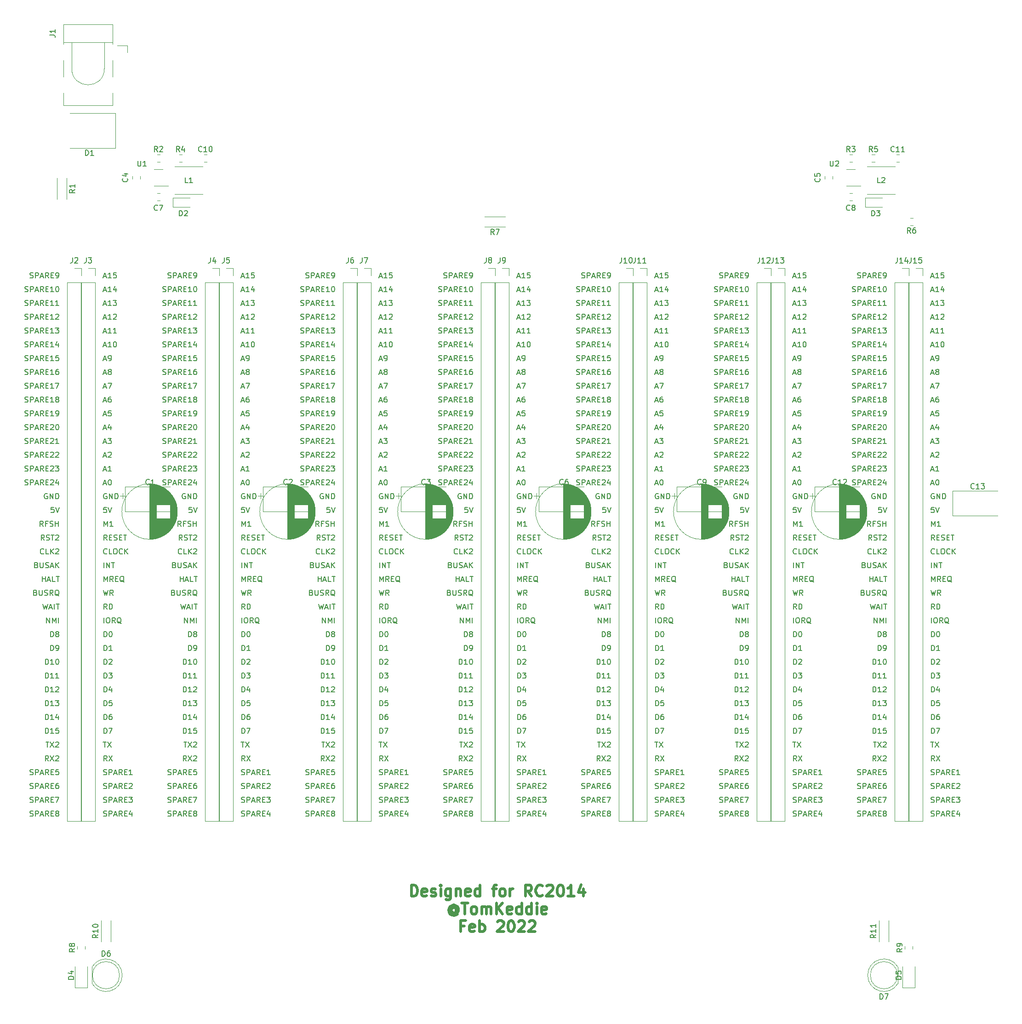
<source format=gbr>
%TF.GenerationSoftware,KiCad,Pcbnew,6.0.1-79c1e3a40b~116~ubuntu20.04.1*%
%TF.CreationDate,2022-02-06T08:21:26-08:00*%
%TF.ProjectId,rc2014-compat-backplane,72633230-3134-42d6-936f-6d7061742d62,rev?*%
%TF.SameCoordinates,Original*%
%TF.FileFunction,Legend,Top*%
%TF.FilePolarity,Positive*%
%FSLAX46Y46*%
G04 Gerber Fmt 4.6, Leading zero omitted, Abs format (unit mm)*
G04 Created by KiCad (PCBNEW 6.0.1-79c1e3a40b~116~ubuntu20.04.1) date 2022-02-06 08:21:26*
%MOMM*%
%LPD*%
G01*
G04 APERTURE LIST*
%ADD10C,0.508000*%
%ADD11C,0.150000*%
%ADD12C,0.200000*%
%ADD13C,0.120000*%
G04 APERTURE END LIST*
D10*
X98890666Y-179003718D02*
X98890666Y-176971718D01*
X99374476Y-176971718D01*
X99664761Y-177068480D01*
X99858285Y-177262003D01*
X99955047Y-177455527D01*
X100051809Y-177842575D01*
X100051809Y-178132860D01*
X99955047Y-178519908D01*
X99858285Y-178713432D01*
X99664761Y-178906956D01*
X99374476Y-179003718D01*
X98890666Y-179003718D01*
X101696761Y-178906956D02*
X101503238Y-179003718D01*
X101116190Y-179003718D01*
X100922666Y-178906956D01*
X100825904Y-178713432D01*
X100825904Y-177939337D01*
X100922666Y-177745813D01*
X101116190Y-177649051D01*
X101503238Y-177649051D01*
X101696761Y-177745813D01*
X101793523Y-177939337D01*
X101793523Y-178132860D01*
X100825904Y-178326384D01*
X102567619Y-178906956D02*
X102761142Y-179003718D01*
X103148190Y-179003718D01*
X103341714Y-178906956D01*
X103438476Y-178713432D01*
X103438476Y-178616670D01*
X103341714Y-178423146D01*
X103148190Y-178326384D01*
X102857904Y-178326384D01*
X102664380Y-178229622D01*
X102567619Y-178036099D01*
X102567619Y-177939337D01*
X102664380Y-177745813D01*
X102857904Y-177649051D01*
X103148190Y-177649051D01*
X103341714Y-177745813D01*
X104309333Y-179003718D02*
X104309333Y-177649051D01*
X104309333Y-176971718D02*
X104212571Y-177068480D01*
X104309333Y-177165241D01*
X104406095Y-177068480D01*
X104309333Y-176971718D01*
X104309333Y-177165241D01*
X106147809Y-177649051D02*
X106147809Y-179294003D01*
X106051047Y-179487527D01*
X105954285Y-179584289D01*
X105760761Y-179681051D01*
X105470476Y-179681051D01*
X105276952Y-179584289D01*
X106147809Y-178906956D02*
X105954285Y-179003718D01*
X105567238Y-179003718D01*
X105373714Y-178906956D01*
X105276952Y-178810194D01*
X105180190Y-178616670D01*
X105180190Y-178036099D01*
X105276952Y-177842575D01*
X105373714Y-177745813D01*
X105567238Y-177649051D01*
X105954285Y-177649051D01*
X106147809Y-177745813D01*
X107115428Y-177649051D02*
X107115428Y-179003718D01*
X107115428Y-177842575D02*
X107212190Y-177745813D01*
X107405714Y-177649051D01*
X107696000Y-177649051D01*
X107889523Y-177745813D01*
X107986285Y-177939337D01*
X107986285Y-179003718D01*
X109728000Y-178906956D02*
X109534476Y-179003718D01*
X109147428Y-179003718D01*
X108953904Y-178906956D01*
X108857142Y-178713432D01*
X108857142Y-177939337D01*
X108953904Y-177745813D01*
X109147428Y-177649051D01*
X109534476Y-177649051D01*
X109728000Y-177745813D01*
X109824761Y-177939337D01*
X109824761Y-178132860D01*
X108857142Y-178326384D01*
X111566476Y-179003718D02*
X111566476Y-176971718D01*
X111566476Y-178906956D02*
X111372952Y-179003718D01*
X110985904Y-179003718D01*
X110792380Y-178906956D01*
X110695619Y-178810194D01*
X110598857Y-178616670D01*
X110598857Y-178036099D01*
X110695619Y-177842575D01*
X110792380Y-177745813D01*
X110985904Y-177649051D01*
X111372952Y-177649051D01*
X111566476Y-177745813D01*
X113792000Y-177649051D02*
X114566095Y-177649051D01*
X114082285Y-179003718D02*
X114082285Y-177262003D01*
X114179047Y-177068480D01*
X114372571Y-176971718D01*
X114566095Y-176971718D01*
X115533714Y-179003718D02*
X115340190Y-178906956D01*
X115243428Y-178810194D01*
X115146666Y-178616670D01*
X115146666Y-178036099D01*
X115243428Y-177842575D01*
X115340190Y-177745813D01*
X115533714Y-177649051D01*
X115824000Y-177649051D01*
X116017523Y-177745813D01*
X116114285Y-177842575D01*
X116211047Y-178036099D01*
X116211047Y-178616670D01*
X116114285Y-178810194D01*
X116017523Y-178906956D01*
X115824000Y-179003718D01*
X115533714Y-179003718D01*
X117081904Y-179003718D02*
X117081904Y-177649051D01*
X117081904Y-178036099D02*
X117178666Y-177842575D01*
X117275428Y-177745813D01*
X117468952Y-177649051D01*
X117662476Y-177649051D01*
X121049142Y-179003718D02*
X120371809Y-178036099D01*
X119888000Y-179003718D02*
X119888000Y-176971718D01*
X120662095Y-176971718D01*
X120855619Y-177068480D01*
X120952380Y-177165241D01*
X121049142Y-177358765D01*
X121049142Y-177649051D01*
X120952380Y-177842575D01*
X120855619Y-177939337D01*
X120662095Y-178036099D01*
X119888000Y-178036099D01*
X123081142Y-178810194D02*
X122984380Y-178906956D01*
X122694095Y-179003718D01*
X122500571Y-179003718D01*
X122210285Y-178906956D01*
X122016761Y-178713432D01*
X121920000Y-178519908D01*
X121823238Y-178132860D01*
X121823238Y-177842575D01*
X121920000Y-177455527D01*
X122016761Y-177262003D01*
X122210285Y-177068480D01*
X122500571Y-176971718D01*
X122694095Y-176971718D01*
X122984380Y-177068480D01*
X123081142Y-177165241D01*
X123855238Y-177165241D02*
X123952000Y-177068480D01*
X124145523Y-176971718D01*
X124629333Y-176971718D01*
X124822857Y-177068480D01*
X124919619Y-177165241D01*
X125016380Y-177358765D01*
X125016380Y-177552289D01*
X124919619Y-177842575D01*
X123758476Y-179003718D01*
X125016380Y-179003718D01*
X126274285Y-176971718D02*
X126467809Y-176971718D01*
X126661333Y-177068480D01*
X126758095Y-177165241D01*
X126854857Y-177358765D01*
X126951619Y-177745813D01*
X126951619Y-178229622D01*
X126854857Y-178616670D01*
X126758095Y-178810194D01*
X126661333Y-178906956D01*
X126467809Y-179003718D01*
X126274285Y-179003718D01*
X126080761Y-178906956D01*
X125984000Y-178810194D01*
X125887238Y-178616670D01*
X125790476Y-178229622D01*
X125790476Y-177745813D01*
X125887238Y-177358765D01*
X125984000Y-177165241D01*
X126080761Y-177068480D01*
X126274285Y-176971718D01*
X128886857Y-179003718D02*
X127725714Y-179003718D01*
X128306285Y-179003718D02*
X128306285Y-176971718D01*
X128112761Y-177262003D01*
X127919238Y-177455527D01*
X127725714Y-177552289D01*
X130628571Y-177649051D02*
X130628571Y-179003718D01*
X130144761Y-176874956D02*
X129660952Y-178326384D01*
X130918857Y-178326384D01*
X107115428Y-181307619D02*
X107018666Y-181210857D01*
X106825142Y-181114095D01*
X106631619Y-181114095D01*
X106438095Y-181210857D01*
X106341333Y-181307619D01*
X106244571Y-181501142D01*
X106244571Y-181694666D01*
X106341333Y-181888190D01*
X106438095Y-181984952D01*
X106631619Y-182081714D01*
X106825142Y-182081714D01*
X107018666Y-181984952D01*
X107115428Y-181888190D01*
X107115428Y-181114095D02*
X107115428Y-181888190D01*
X107212190Y-181984952D01*
X107308952Y-181984952D01*
X107502476Y-181888190D01*
X107599238Y-181694666D01*
X107599238Y-181210857D01*
X107405714Y-180920571D01*
X107115428Y-180727047D01*
X106728380Y-180630285D01*
X106341333Y-180727047D01*
X106051047Y-180920571D01*
X105857523Y-181210857D01*
X105760761Y-181597904D01*
X105857523Y-181984952D01*
X106051047Y-182275238D01*
X106341333Y-182468761D01*
X106728380Y-182565523D01*
X107115428Y-182468761D01*
X107405714Y-182275238D01*
X108179809Y-180243238D02*
X109340952Y-180243238D01*
X108760380Y-182275238D02*
X108760380Y-180243238D01*
X110308571Y-182275238D02*
X110115047Y-182178476D01*
X110018285Y-182081714D01*
X109921523Y-181888190D01*
X109921523Y-181307619D01*
X110018285Y-181114095D01*
X110115047Y-181017333D01*
X110308571Y-180920571D01*
X110598857Y-180920571D01*
X110792380Y-181017333D01*
X110889142Y-181114095D01*
X110985904Y-181307619D01*
X110985904Y-181888190D01*
X110889142Y-182081714D01*
X110792380Y-182178476D01*
X110598857Y-182275238D01*
X110308571Y-182275238D01*
X111856761Y-182275238D02*
X111856761Y-180920571D01*
X111856761Y-181114095D02*
X111953523Y-181017333D01*
X112147047Y-180920571D01*
X112437333Y-180920571D01*
X112630857Y-181017333D01*
X112727619Y-181210857D01*
X112727619Y-182275238D01*
X112727619Y-181210857D02*
X112824380Y-181017333D01*
X113017904Y-180920571D01*
X113308190Y-180920571D01*
X113501714Y-181017333D01*
X113598476Y-181210857D01*
X113598476Y-182275238D01*
X114566095Y-182275238D02*
X114566095Y-180243238D01*
X115727238Y-182275238D02*
X114856380Y-181114095D01*
X115727238Y-180243238D02*
X114566095Y-181404380D01*
X117372190Y-182178476D02*
X117178666Y-182275238D01*
X116791619Y-182275238D01*
X116598095Y-182178476D01*
X116501333Y-181984952D01*
X116501333Y-181210857D01*
X116598095Y-181017333D01*
X116791619Y-180920571D01*
X117178666Y-180920571D01*
X117372190Y-181017333D01*
X117468952Y-181210857D01*
X117468952Y-181404380D01*
X116501333Y-181597904D01*
X119210666Y-182275238D02*
X119210666Y-180243238D01*
X119210666Y-182178476D02*
X119017142Y-182275238D01*
X118630095Y-182275238D01*
X118436571Y-182178476D01*
X118339809Y-182081714D01*
X118243047Y-181888190D01*
X118243047Y-181307619D01*
X118339809Y-181114095D01*
X118436571Y-181017333D01*
X118630095Y-180920571D01*
X119017142Y-180920571D01*
X119210666Y-181017333D01*
X121049142Y-182275238D02*
X121049142Y-180243238D01*
X121049142Y-182178476D02*
X120855619Y-182275238D01*
X120468571Y-182275238D01*
X120275047Y-182178476D01*
X120178285Y-182081714D01*
X120081523Y-181888190D01*
X120081523Y-181307619D01*
X120178285Y-181114095D01*
X120275047Y-181017333D01*
X120468571Y-180920571D01*
X120855619Y-180920571D01*
X121049142Y-181017333D01*
X122016761Y-182275238D02*
X122016761Y-180920571D01*
X122016761Y-180243238D02*
X121920000Y-180340000D01*
X122016761Y-180436761D01*
X122113523Y-180340000D01*
X122016761Y-180243238D01*
X122016761Y-180436761D01*
X123758476Y-182178476D02*
X123564952Y-182275238D01*
X123177904Y-182275238D01*
X122984380Y-182178476D01*
X122887619Y-181984952D01*
X122887619Y-181210857D01*
X122984380Y-181017333D01*
X123177904Y-180920571D01*
X123564952Y-180920571D01*
X123758476Y-181017333D01*
X123855238Y-181210857D01*
X123855238Y-181404380D01*
X122887619Y-181597904D01*
X108663619Y-184482377D02*
X107986285Y-184482377D01*
X107986285Y-185546758D02*
X107986285Y-183514758D01*
X108953904Y-183514758D01*
X110502095Y-185449996D02*
X110308571Y-185546758D01*
X109921523Y-185546758D01*
X109728000Y-185449996D01*
X109631238Y-185256472D01*
X109631238Y-184482377D01*
X109728000Y-184288853D01*
X109921523Y-184192091D01*
X110308571Y-184192091D01*
X110502095Y-184288853D01*
X110598857Y-184482377D01*
X110598857Y-184675900D01*
X109631238Y-184869424D01*
X111469714Y-185546758D02*
X111469714Y-183514758D01*
X111469714Y-184288853D02*
X111663238Y-184192091D01*
X112050285Y-184192091D01*
X112243809Y-184288853D01*
X112340571Y-184385615D01*
X112437333Y-184579139D01*
X112437333Y-185159710D01*
X112340571Y-185353234D01*
X112243809Y-185449996D01*
X112050285Y-185546758D01*
X111663238Y-185546758D01*
X111469714Y-185449996D01*
X114759619Y-183708281D02*
X114856380Y-183611520D01*
X115049904Y-183514758D01*
X115533714Y-183514758D01*
X115727238Y-183611520D01*
X115824000Y-183708281D01*
X115920761Y-183901805D01*
X115920761Y-184095329D01*
X115824000Y-184385615D01*
X114662857Y-185546758D01*
X115920761Y-185546758D01*
X117178666Y-183514758D02*
X117372190Y-183514758D01*
X117565714Y-183611520D01*
X117662476Y-183708281D01*
X117759238Y-183901805D01*
X117856000Y-184288853D01*
X117856000Y-184772662D01*
X117759238Y-185159710D01*
X117662476Y-185353234D01*
X117565714Y-185449996D01*
X117372190Y-185546758D01*
X117178666Y-185546758D01*
X116985142Y-185449996D01*
X116888380Y-185353234D01*
X116791619Y-185159710D01*
X116694857Y-184772662D01*
X116694857Y-184288853D01*
X116791619Y-183901805D01*
X116888380Y-183708281D01*
X116985142Y-183611520D01*
X117178666Y-183514758D01*
X118630095Y-183708281D02*
X118726857Y-183611520D01*
X118920380Y-183514758D01*
X119404190Y-183514758D01*
X119597714Y-183611520D01*
X119694476Y-183708281D01*
X119791238Y-183901805D01*
X119791238Y-184095329D01*
X119694476Y-184385615D01*
X118533333Y-185546758D01*
X119791238Y-185546758D01*
X120565333Y-183708281D02*
X120662095Y-183611520D01*
X120855619Y-183514758D01*
X121339428Y-183514758D01*
X121532952Y-183611520D01*
X121629714Y-183708281D01*
X121726476Y-183901805D01*
X121726476Y-184095329D01*
X121629714Y-184385615D01*
X120468571Y-185546758D01*
X121726476Y-185546758D01*
D11*
%TO.C,R11*%
X184460380Y-186062857D02*
X183984190Y-186396190D01*
X184460380Y-186634285D02*
X183460380Y-186634285D01*
X183460380Y-186253333D01*
X183508000Y-186158095D01*
X183555619Y-186110476D01*
X183650857Y-186062857D01*
X183793714Y-186062857D01*
X183888952Y-186110476D01*
X183936571Y-186158095D01*
X183984190Y-186253333D01*
X183984190Y-186634285D01*
X184460380Y-185110476D02*
X184460380Y-185681904D01*
X184460380Y-185396190D02*
X183460380Y-185396190D01*
X183603238Y-185491428D01*
X183698476Y-185586666D01*
X183746095Y-185681904D01*
X184460380Y-184158095D02*
X184460380Y-184729523D01*
X184460380Y-184443809D02*
X183460380Y-184443809D01*
X183603238Y-184539047D01*
X183698476Y-184634285D01*
X183746095Y-184729523D01*
%TO.C,R10*%
X41204380Y-186062857D02*
X40728190Y-186396190D01*
X41204380Y-186634285D02*
X40204380Y-186634285D01*
X40204380Y-186253333D01*
X40252000Y-186158095D01*
X40299619Y-186110476D01*
X40394857Y-186062857D01*
X40537714Y-186062857D01*
X40632952Y-186110476D01*
X40680571Y-186158095D01*
X40728190Y-186253333D01*
X40728190Y-186634285D01*
X41204380Y-185110476D02*
X41204380Y-185681904D01*
X41204380Y-185396190D02*
X40204380Y-185396190D01*
X40347238Y-185491428D01*
X40442476Y-185586666D01*
X40490095Y-185681904D01*
X40204380Y-184491428D02*
X40204380Y-184396190D01*
X40252000Y-184300952D01*
X40299619Y-184253333D01*
X40394857Y-184205714D01*
X40585333Y-184158095D01*
X40823428Y-184158095D01*
X41013904Y-184205714D01*
X41109142Y-184253333D01*
X41156761Y-184300952D01*
X41204380Y-184396190D01*
X41204380Y-184491428D01*
X41156761Y-184586666D01*
X41109142Y-184634285D01*
X41013904Y-184681904D01*
X40823428Y-184729523D01*
X40585333Y-184729523D01*
X40394857Y-184681904D01*
X40299619Y-184634285D01*
X40252000Y-184586666D01*
X40204380Y-184491428D01*
%TO.C,D7*%
X185194904Y-197960380D02*
X185194904Y-196960380D01*
X185433000Y-196960380D01*
X185575857Y-197008000D01*
X185671095Y-197103238D01*
X185718714Y-197198476D01*
X185766333Y-197388952D01*
X185766333Y-197531809D01*
X185718714Y-197722285D01*
X185671095Y-197817523D01*
X185575857Y-197912761D01*
X185433000Y-197960380D01*
X185194904Y-197960380D01*
X186099666Y-196960380D02*
X186766333Y-196960380D01*
X186337761Y-197960380D01*
%TO.C,D6*%
X41928904Y-190040380D02*
X41928904Y-189040380D01*
X42167000Y-189040380D01*
X42309857Y-189088000D01*
X42405095Y-189183238D01*
X42452714Y-189278476D01*
X42500333Y-189468952D01*
X42500333Y-189611809D01*
X42452714Y-189802285D01*
X42405095Y-189897523D01*
X42309857Y-189992761D01*
X42167000Y-190040380D01*
X41928904Y-190040380D01*
X43357476Y-189040380D02*
X43167000Y-189040380D01*
X43071761Y-189088000D01*
X43024142Y-189135619D01*
X42928904Y-189278476D01*
X42881285Y-189468952D01*
X42881285Y-189849904D01*
X42928904Y-189945142D01*
X42976523Y-189992761D01*
X43071761Y-190040380D01*
X43262238Y-190040380D01*
X43357476Y-189992761D01*
X43405095Y-189945142D01*
X43452714Y-189849904D01*
X43452714Y-189611809D01*
X43405095Y-189516571D01*
X43357476Y-189468952D01*
X43262238Y-189421333D01*
X43071761Y-189421333D01*
X42976523Y-189468952D01*
X42928904Y-189516571D01*
X42881285Y-189611809D01*
%TO.C,R1*%
X36916380Y-48934666D02*
X36440190Y-49268000D01*
X36916380Y-49506095D02*
X35916380Y-49506095D01*
X35916380Y-49125142D01*
X35964000Y-49029904D01*
X36011619Y-48982285D01*
X36106857Y-48934666D01*
X36249714Y-48934666D01*
X36344952Y-48982285D01*
X36392571Y-49029904D01*
X36440190Y-49125142D01*
X36440190Y-49506095D01*
X36916380Y-47982285D02*
X36916380Y-48553714D01*
X36916380Y-48268000D02*
X35916380Y-48268000D01*
X36059238Y-48363238D01*
X36154476Y-48458476D01*
X36202095Y-48553714D01*
%TO.C,R7*%
X114133333Y-57236380D02*
X113800000Y-56760190D01*
X113561904Y-57236380D02*
X113561904Y-56236380D01*
X113942857Y-56236380D01*
X114038095Y-56284000D01*
X114085714Y-56331619D01*
X114133333Y-56426857D01*
X114133333Y-56569714D01*
X114085714Y-56664952D01*
X114038095Y-56712571D01*
X113942857Y-56760190D01*
X113561904Y-56760190D01*
X114466666Y-56236380D02*
X115133333Y-56236380D01*
X114704761Y-57236380D01*
%TO.C,C13*%
X202557142Y-103937142D02*
X202509523Y-103984761D01*
X202366666Y-104032380D01*
X202271428Y-104032380D01*
X202128571Y-103984761D01*
X202033333Y-103889523D01*
X201985714Y-103794285D01*
X201938095Y-103603809D01*
X201938095Y-103460952D01*
X201985714Y-103270476D01*
X202033333Y-103175238D01*
X202128571Y-103080000D01*
X202271428Y-103032380D01*
X202366666Y-103032380D01*
X202509523Y-103080000D01*
X202557142Y-103127619D01*
X203509523Y-104032380D02*
X202938095Y-104032380D01*
X203223809Y-104032380D02*
X203223809Y-103032380D01*
X203128571Y-103175238D01*
X203033333Y-103270476D01*
X202938095Y-103318095D01*
X203842857Y-103032380D02*
X204461904Y-103032380D01*
X204128571Y-103413333D01*
X204271428Y-103413333D01*
X204366666Y-103460952D01*
X204414285Y-103508571D01*
X204461904Y-103603809D01*
X204461904Y-103841904D01*
X204414285Y-103937142D01*
X204366666Y-103984761D01*
X204271428Y-104032380D01*
X203985714Y-104032380D01*
X203890476Y-103984761D01*
X203842857Y-103937142D01*
%TO.C,C12*%
X177157142Y-103175142D02*
X177109523Y-103222761D01*
X176966666Y-103270380D01*
X176871428Y-103270380D01*
X176728571Y-103222761D01*
X176633333Y-103127523D01*
X176585714Y-103032285D01*
X176538095Y-102841809D01*
X176538095Y-102698952D01*
X176585714Y-102508476D01*
X176633333Y-102413238D01*
X176728571Y-102318000D01*
X176871428Y-102270380D01*
X176966666Y-102270380D01*
X177109523Y-102318000D01*
X177157142Y-102365619D01*
X178109523Y-103270380D02*
X177538095Y-103270380D01*
X177823809Y-103270380D02*
X177823809Y-102270380D01*
X177728571Y-102413238D01*
X177633333Y-102508476D01*
X177538095Y-102556095D01*
X178490476Y-102365619D02*
X178538095Y-102318000D01*
X178633333Y-102270380D01*
X178871428Y-102270380D01*
X178966666Y-102318000D01*
X179014285Y-102365619D01*
X179061904Y-102460857D01*
X179061904Y-102556095D01*
X179014285Y-102698952D01*
X178442857Y-103270380D01*
X179061904Y-103270380D01*
%TO.C,C9*%
X152233333Y-103175142D02*
X152185714Y-103222761D01*
X152042857Y-103270380D01*
X151947619Y-103270380D01*
X151804761Y-103222761D01*
X151709523Y-103127523D01*
X151661904Y-103032285D01*
X151614285Y-102841809D01*
X151614285Y-102698952D01*
X151661904Y-102508476D01*
X151709523Y-102413238D01*
X151804761Y-102318000D01*
X151947619Y-102270380D01*
X152042857Y-102270380D01*
X152185714Y-102318000D01*
X152233333Y-102365619D01*
X152709523Y-103270380D02*
X152900000Y-103270380D01*
X152995238Y-103222761D01*
X153042857Y-103175142D01*
X153138095Y-103032285D01*
X153185714Y-102841809D01*
X153185714Y-102460857D01*
X153138095Y-102365619D01*
X153090476Y-102318000D01*
X152995238Y-102270380D01*
X152804761Y-102270380D01*
X152709523Y-102318000D01*
X152661904Y-102365619D01*
X152614285Y-102460857D01*
X152614285Y-102698952D01*
X152661904Y-102794190D01*
X152709523Y-102841809D01*
X152804761Y-102889428D01*
X152995238Y-102889428D01*
X153090476Y-102841809D01*
X153138095Y-102794190D01*
X153185714Y-102698952D01*
%TO.C,C6*%
X126833333Y-103175142D02*
X126785714Y-103222761D01*
X126642857Y-103270380D01*
X126547619Y-103270380D01*
X126404761Y-103222761D01*
X126309523Y-103127523D01*
X126261904Y-103032285D01*
X126214285Y-102841809D01*
X126214285Y-102698952D01*
X126261904Y-102508476D01*
X126309523Y-102413238D01*
X126404761Y-102318000D01*
X126547619Y-102270380D01*
X126642857Y-102270380D01*
X126785714Y-102318000D01*
X126833333Y-102365619D01*
X127690476Y-102270380D02*
X127500000Y-102270380D01*
X127404761Y-102318000D01*
X127357142Y-102365619D01*
X127261904Y-102508476D01*
X127214285Y-102698952D01*
X127214285Y-103079904D01*
X127261904Y-103175142D01*
X127309523Y-103222761D01*
X127404761Y-103270380D01*
X127595238Y-103270380D01*
X127690476Y-103222761D01*
X127738095Y-103175142D01*
X127785714Y-103079904D01*
X127785714Y-102841809D01*
X127738095Y-102746571D01*
X127690476Y-102698952D01*
X127595238Y-102651333D01*
X127404761Y-102651333D01*
X127309523Y-102698952D01*
X127261904Y-102746571D01*
X127214285Y-102841809D01*
%TO.C,C3*%
X101433333Y-103175142D02*
X101385714Y-103222761D01*
X101242857Y-103270380D01*
X101147619Y-103270380D01*
X101004761Y-103222761D01*
X100909523Y-103127523D01*
X100861904Y-103032285D01*
X100814285Y-102841809D01*
X100814285Y-102698952D01*
X100861904Y-102508476D01*
X100909523Y-102413238D01*
X101004761Y-102318000D01*
X101147619Y-102270380D01*
X101242857Y-102270380D01*
X101385714Y-102318000D01*
X101433333Y-102365619D01*
X101766666Y-102270380D02*
X102385714Y-102270380D01*
X102052380Y-102651333D01*
X102195238Y-102651333D01*
X102290476Y-102698952D01*
X102338095Y-102746571D01*
X102385714Y-102841809D01*
X102385714Y-103079904D01*
X102338095Y-103175142D01*
X102290476Y-103222761D01*
X102195238Y-103270380D01*
X101909523Y-103270380D01*
X101814285Y-103222761D01*
X101766666Y-103175142D01*
%TO.C,C2*%
X76033333Y-103175142D02*
X75985714Y-103222761D01*
X75842857Y-103270380D01*
X75747619Y-103270380D01*
X75604761Y-103222761D01*
X75509523Y-103127523D01*
X75461904Y-103032285D01*
X75414285Y-102841809D01*
X75414285Y-102698952D01*
X75461904Y-102508476D01*
X75509523Y-102413238D01*
X75604761Y-102318000D01*
X75747619Y-102270380D01*
X75842857Y-102270380D01*
X75985714Y-102318000D01*
X76033333Y-102365619D01*
X76414285Y-102365619D02*
X76461904Y-102318000D01*
X76557142Y-102270380D01*
X76795238Y-102270380D01*
X76890476Y-102318000D01*
X76938095Y-102365619D01*
X76985714Y-102460857D01*
X76985714Y-102556095D01*
X76938095Y-102698952D01*
X76366666Y-103270380D01*
X76985714Y-103270380D01*
%TO.C,C1*%
X50633333Y-103175142D02*
X50585714Y-103222761D01*
X50442857Y-103270380D01*
X50347619Y-103270380D01*
X50204761Y-103222761D01*
X50109523Y-103127523D01*
X50061904Y-103032285D01*
X50014285Y-102841809D01*
X50014285Y-102698952D01*
X50061904Y-102508476D01*
X50109523Y-102413238D01*
X50204761Y-102318000D01*
X50347619Y-102270380D01*
X50442857Y-102270380D01*
X50585714Y-102318000D01*
X50633333Y-102365619D01*
X51585714Y-103270380D02*
X51014285Y-103270380D01*
X51300000Y-103270380D02*
X51300000Y-102270380D01*
X51204761Y-102413238D01*
X51109523Y-102508476D01*
X51014285Y-102556095D01*
%TO.C,R9*%
X189302380Y-188634666D02*
X188826190Y-188968000D01*
X189302380Y-189206095D02*
X188302380Y-189206095D01*
X188302380Y-188825142D01*
X188350000Y-188729904D01*
X188397619Y-188682285D01*
X188492857Y-188634666D01*
X188635714Y-188634666D01*
X188730952Y-188682285D01*
X188778571Y-188729904D01*
X188826190Y-188825142D01*
X188826190Y-189206095D01*
X189302380Y-188158476D02*
X189302380Y-187968000D01*
X189254761Y-187872761D01*
X189207142Y-187825142D01*
X189064285Y-187729904D01*
X188873809Y-187682285D01*
X188492857Y-187682285D01*
X188397619Y-187729904D01*
X188350000Y-187777523D01*
X188302380Y-187872761D01*
X188302380Y-188063238D01*
X188350000Y-188158476D01*
X188397619Y-188206095D01*
X188492857Y-188253714D01*
X188730952Y-188253714D01*
X188826190Y-188206095D01*
X188873809Y-188158476D01*
X188921428Y-188063238D01*
X188921428Y-187872761D01*
X188873809Y-187777523D01*
X188826190Y-187729904D01*
X188730952Y-187682285D01*
%TO.C,R8*%
X36902380Y-188634666D02*
X36426190Y-188968000D01*
X36902380Y-189206095D02*
X35902380Y-189206095D01*
X35902380Y-188825142D01*
X35950000Y-188729904D01*
X35997619Y-188682285D01*
X36092857Y-188634666D01*
X36235714Y-188634666D01*
X36330952Y-188682285D01*
X36378571Y-188729904D01*
X36426190Y-188825142D01*
X36426190Y-189206095D01*
X36330952Y-188063238D02*
X36283333Y-188158476D01*
X36235714Y-188206095D01*
X36140476Y-188253714D01*
X36092857Y-188253714D01*
X35997619Y-188206095D01*
X35950000Y-188158476D01*
X35902380Y-188063238D01*
X35902380Y-187872761D01*
X35950000Y-187777523D01*
X35997619Y-187729904D01*
X36092857Y-187682285D01*
X36140476Y-187682285D01*
X36235714Y-187729904D01*
X36283333Y-187777523D01*
X36330952Y-187872761D01*
X36330952Y-188063238D01*
X36378571Y-188158476D01*
X36426190Y-188206095D01*
X36521428Y-188253714D01*
X36711904Y-188253714D01*
X36807142Y-188206095D01*
X36854761Y-188158476D01*
X36902380Y-188063238D01*
X36902380Y-187872761D01*
X36854761Y-187777523D01*
X36807142Y-187729904D01*
X36711904Y-187682285D01*
X36521428Y-187682285D01*
X36426190Y-187729904D01*
X36378571Y-187777523D01*
X36330952Y-187872761D01*
%TO.C,D5*%
X189132380Y-194286095D02*
X188132380Y-194286095D01*
X188132380Y-194048000D01*
X188180000Y-193905142D01*
X188275238Y-193809904D01*
X188370476Y-193762285D01*
X188560952Y-193714666D01*
X188703809Y-193714666D01*
X188894285Y-193762285D01*
X188989523Y-193809904D01*
X189084761Y-193905142D01*
X189132380Y-194048000D01*
X189132380Y-194286095D01*
X188132380Y-192809904D02*
X188132380Y-193286095D01*
X188608571Y-193333714D01*
X188560952Y-193286095D01*
X188513333Y-193190857D01*
X188513333Y-192952761D01*
X188560952Y-192857523D01*
X188608571Y-192809904D01*
X188703809Y-192762285D01*
X188941904Y-192762285D01*
X189037142Y-192809904D01*
X189084761Y-192857523D01*
X189132380Y-192952761D01*
X189132380Y-193190857D01*
X189084761Y-193286095D01*
X189037142Y-193333714D01*
%TO.C,D4*%
X36732380Y-194286095D02*
X35732380Y-194286095D01*
X35732380Y-194048000D01*
X35780000Y-193905142D01*
X35875238Y-193809904D01*
X35970476Y-193762285D01*
X36160952Y-193714666D01*
X36303809Y-193714666D01*
X36494285Y-193762285D01*
X36589523Y-193809904D01*
X36684761Y-193905142D01*
X36732380Y-194048000D01*
X36732380Y-194286095D01*
X36065714Y-192857523D02*
X36732380Y-192857523D01*
X35684761Y-193095619D02*
X36399047Y-193333714D01*
X36399047Y-192714666D01*
%TO.C,J1*%
X32322380Y-20503333D02*
X33036666Y-20503333D01*
X33179523Y-20550952D01*
X33274761Y-20646190D01*
X33322380Y-20789047D01*
X33322380Y-20884285D01*
X33322380Y-19503333D02*
X33322380Y-20074761D01*
X33322380Y-19789047D02*
X32322380Y-19789047D01*
X32465238Y-19884285D01*
X32560476Y-19979523D01*
X32608095Y-20074761D01*
%TO.C,U2*%
X176022095Y-43648380D02*
X176022095Y-44457904D01*
X176069714Y-44553142D01*
X176117333Y-44600761D01*
X176212571Y-44648380D01*
X176403047Y-44648380D01*
X176498285Y-44600761D01*
X176545904Y-44553142D01*
X176593523Y-44457904D01*
X176593523Y-43648380D01*
X177022095Y-43743619D02*
X177069714Y-43696000D01*
X177164952Y-43648380D01*
X177403047Y-43648380D01*
X177498285Y-43696000D01*
X177545904Y-43743619D01*
X177593523Y-43838857D01*
X177593523Y-43934095D01*
X177545904Y-44076952D01*
X176974476Y-44648380D01*
X177593523Y-44648380D01*
%TO.C,U1*%
X48514095Y-43648380D02*
X48514095Y-44457904D01*
X48561714Y-44553142D01*
X48609333Y-44600761D01*
X48704571Y-44648380D01*
X48895047Y-44648380D01*
X48990285Y-44600761D01*
X49037904Y-44553142D01*
X49085523Y-44457904D01*
X49085523Y-43648380D01*
X50085523Y-44648380D02*
X49514095Y-44648380D01*
X49799809Y-44648380D02*
X49799809Y-43648380D01*
X49704571Y-43791238D01*
X49609333Y-43886476D01*
X49514095Y-43934095D01*
%TO.C,R6*%
X190841333Y-56966380D02*
X190508000Y-56490190D01*
X190269904Y-56966380D02*
X190269904Y-55966380D01*
X190650857Y-55966380D01*
X190746095Y-56014000D01*
X190793714Y-56061619D01*
X190841333Y-56156857D01*
X190841333Y-56299714D01*
X190793714Y-56394952D01*
X190746095Y-56442571D01*
X190650857Y-56490190D01*
X190269904Y-56490190D01*
X191698476Y-55966380D02*
X191508000Y-55966380D01*
X191412761Y-56014000D01*
X191365142Y-56061619D01*
X191269904Y-56204476D01*
X191222285Y-56394952D01*
X191222285Y-56775904D01*
X191269904Y-56871142D01*
X191317523Y-56918761D01*
X191412761Y-56966380D01*
X191603238Y-56966380D01*
X191698476Y-56918761D01*
X191746095Y-56871142D01*
X191793714Y-56775904D01*
X191793714Y-56537809D01*
X191746095Y-56442571D01*
X191698476Y-56394952D01*
X191603238Y-56347333D01*
X191412761Y-56347333D01*
X191317523Y-56394952D01*
X191269904Y-56442571D01*
X191222285Y-56537809D01*
%TO.C,R5*%
X183807833Y-41982380D02*
X183474500Y-41506190D01*
X183236404Y-41982380D02*
X183236404Y-40982380D01*
X183617357Y-40982380D01*
X183712595Y-41030000D01*
X183760214Y-41077619D01*
X183807833Y-41172857D01*
X183807833Y-41315714D01*
X183760214Y-41410952D01*
X183712595Y-41458571D01*
X183617357Y-41506190D01*
X183236404Y-41506190D01*
X184712595Y-40982380D02*
X184236404Y-40982380D01*
X184188785Y-41458571D01*
X184236404Y-41410952D01*
X184331642Y-41363333D01*
X184569738Y-41363333D01*
X184664976Y-41410952D01*
X184712595Y-41458571D01*
X184760214Y-41553809D01*
X184760214Y-41791904D01*
X184712595Y-41887142D01*
X184664976Y-41934761D01*
X184569738Y-41982380D01*
X184331642Y-41982380D01*
X184236404Y-41934761D01*
X184188785Y-41887142D01*
%TO.C,R3*%
X179665333Y-41982380D02*
X179332000Y-41506190D01*
X179093904Y-41982380D02*
X179093904Y-40982380D01*
X179474857Y-40982380D01*
X179570095Y-41030000D01*
X179617714Y-41077619D01*
X179665333Y-41172857D01*
X179665333Y-41315714D01*
X179617714Y-41410952D01*
X179570095Y-41458571D01*
X179474857Y-41506190D01*
X179093904Y-41506190D01*
X179998666Y-40982380D02*
X180617714Y-40982380D01*
X180284380Y-41363333D01*
X180427238Y-41363333D01*
X180522476Y-41410952D01*
X180570095Y-41458571D01*
X180617714Y-41553809D01*
X180617714Y-41791904D01*
X180570095Y-41887142D01*
X180522476Y-41934761D01*
X180427238Y-41982380D01*
X180141523Y-41982380D01*
X180046285Y-41934761D01*
X179998666Y-41887142D01*
%TO.C,L2*%
X185253333Y-47696380D02*
X184777142Y-47696380D01*
X184777142Y-46696380D01*
X185539047Y-46791619D02*
X185586666Y-46744000D01*
X185681904Y-46696380D01*
X185920000Y-46696380D01*
X186015238Y-46744000D01*
X186062857Y-46791619D01*
X186110476Y-46886857D01*
X186110476Y-46982095D01*
X186062857Y-47124952D01*
X185491428Y-47696380D01*
X186110476Y-47696380D01*
%TO.C,L1*%
X57745333Y-47696380D02*
X57269142Y-47696380D01*
X57269142Y-46696380D01*
X58602476Y-47696380D02*
X58031047Y-47696380D01*
X58316761Y-47696380D02*
X58316761Y-46696380D01*
X58221523Y-46839238D01*
X58126285Y-46934476D01*
X58031047Y-46982095D01*
%TO.C,D3*%
X183665904Y-53792380D02*
X183665904Y-52792380D01*
X183904000Y-52792380D01*
X184046857Y-52840000D01*
X184142095Y-52935238D01*
X184189714Y-53030476D01*
X184237333Y-53220952D01*
X184237333Y-53363809D01*
X184189714Y-53554285D01*
X184142095Y-53649523D01*
X184046857Y-53744761D01*
X183904000Y-53792380D01*
X183665904Y-53792380D01*
X184570666Y-52792380D02*
X185189714Y-52792380D01*
X184856380Y-53173333D01*
X184999238Y-53173333D01*
X185094476Y-53220952D01*
X185142095Y-53268571D01*
X185189714Y-53363809D01*
X185189714Y-53601904D01*
X185142095Y-53697142D01*
X185094476Y-53744761D01*
X184999238Y-53792380D01*
X184713523Y-53792380D01*
X184618285Y-53744761D01*
X184570666Y-53697142D01*
%TO.C,D2*%
X56157904Y-53792380D02*
X56157904Y-52792380D01*
X56396000Y-52792380D01*
X56538857Y-52840000D01*
X56634095Y-52935238D01*
X56681714Y-53030476D01*
X56729333Y-53220952D01*
X56729333Y-53363809D01*
X56681714Y-53554285D01*
X56634095Y-53649523D01*
X56538857Y-53744761D01*
X56396000Y-53792380D01*
X56157904Y-53792380D01*
X57110285Y-52887619D02*
X57157904Y-52840000D01*
X57253142Y-52792380D01*
X57491238Y-52792380D01*
X57586476Y-52840000D01*
X57634095Y-52887619D01*
X57681714Y-52982857D01*
X57681714Y-53078095D01*
X57634095Y-53220952D01*
X57062666Y-53792380D01*
X57681714Y-53792380D01*
%TO.C,D1*%
X38885904Y-42652380D02*
X38885904Y-41652380D01*
X39124000Y-41652380D01*
X39266857Y-41700000D01*
X39362095Y-41795238D01*
X39409714Y-41890476D01*
X39457333Y-42080952D01*
X39457333Y-42223809D01*
X39409714Y-42414285D01*
X39362095Y-42509523D01*
X39266857Y-42604761D01*
X39124000Y-42652380D01*
X38885904Y-42652380D01*
X40409714Y-42652380D02*
X39838285Y-42652380D01*
X40124000Y-42652380D02*
X40124000Y-41652380D01*
X40028761Y-41795238D01*
X39933523Y-41890476D01*
X39838285Y-41938095D01*
%TO.C,C11*%
X187825142Y-41887142D02*
X187777523Y-41934761D01*
X187634666Y-41982380D01*
X187539428Y-41982380D01*
X187396571Y-41934761D01*
X187301333Y-41839523D01*
X187253714Y-41744285D01*
X187206095Y-41553809D01*
X187206095Y-41410952D01*
X187253714Y-41220476D01*
X187301333Y-41125238D01*
X187396571Y-41030000D01*
X187539428Y-40982380D01*
X187634666Y-40982380D01*
X187777523Y-41030000D01*
X187825142Y-41077619D01*
X188777523Y-41982380D02*
X188206095Y-41982380D01*
X188491809Y-41982380D02*
X188491809Y-40982380D01*
X188396571Y-41125238D01*
X188301333Y-41220476D01*
X188206095Y-41268095D01*
X189729904Y-41982380D02*
X189158476Y-41982380D01*
X189444190Y-41982380D02*
X189444190Y-40982380D01*
X189348952Y-41125238D01*
X189253714Y-41220476D01*
X189158476Y-41268095D01*
%TO.C,C8*%
X179665333Y-52681142D02*
X179617714Y-52728761D01*
X179474857Y-52776380D01*
X179379619Y-52776380D01*
X179236761Y-52728761D01*
X179141523Y-52633523D01*
X179093904Y-52538285D01*
X179046285Y-52347809D01*
X179046285Y-52204952D01*
X179093904Y-52014476D01*
X179141523Y-51919238D01*
X179236761Y-51824000D01*
X179379619Y-51776380D01*
X179474857Y-51776380D01*
X179617714Y-51824000D01*
X179665333Y-51871619D01*
X180236761Y-52204952D02*
X180141523Y-52157333D01*
X180093904Y-52109714D01*
X180046285Y-52014476D01*
X180046285Y-51966857D01*
X180093904Y-51871619D01*
X180141523Y-51824000D01*
X180236761Y-51776380D01*
X180427238Y-51776380D01*
X180522476Y-51824000D01*
X180570095Y-51871619D01*
X180617714Y-51966857D01*
X180617714Y-52014476D01*
X180570095Y-52109714D01*
X180522476Y-52157333D01*
X180427238Y-52204952D01*
X180236761Y-52204952D01*
X180141523Y-52252571D01*
X180093904Y-52300190D01*
X180046285Y-52395428D01*
X180046285Y-52585904D01*
X180093904Y-52681142D01*
X180141523Y-52728761D01*
X180236761Y-52776380D01*
X180427238Y-52776380D01*
X180522476Y-52728761D01*
X180570095Y-52681142D01*
X180617714Y-52585904D01*
X180617714Y-52395428D01*
X180570095Y-52300190D01*
X180522476Y-52252571D01*
X180427238Y-52204952D01*
%TO.C,C5*%
X174093142Y-46902666D02*
X174140761Y-46950285D01*
X174188380Y-47093142D01*
X174188380Y-47188380D01*
X174140761Y-47331238D01*
X174045523Y-47426476D01*
X173950285Y-47474095D01*
X173759809Y-47521714D01*
X173616952Y-47521714D01*
X173426476Y-47474095D01*
X173331238Y-47426476D01*
X173236000Y-47331238D01*
X173188380Y-47188380D01*
X173188380Y-47093142D01*
X173236000Y-46950285D01*
X173283619Y-46902666D01*
X173188380Y-45997904D02*
X173188380Y-46474095D01*
X173664571Y-46521714D01*
X173616952Y-46474095D01*
X173569333Y-46378857D01*
X173569333Y-46140761D01*
X173616952Y-46045523D01*
X173664571Y-45997904D01*
X173759809Y-45950285D01*
X173997904Y-45950285D01*
X174093142Y-45997904D01*
X174140761Y-46045523D01*
X174188380Y-46140761D01*
X174188380Y-46378857D01*
X174140761Y-46474095D01*
X174093142Y-46521714D01*
%TO.C,J4*%
X61896666Y-61452380D02*
X61896666Y-62166666D01*
X61849047Y-62309523D01*
X61753809Y-62404761D01*
X61610952Y-62452380D01*
X61515714Y-62452380D01*
X62801428Y-61785714D02*
X62801428Y-62452380D01*
X62563333Y-61404761D02*
X62325238Y-62119047D01*
X62944285Y-62119047D01*
D12*
X56702857Y-113482380D02*
X56369523Y-113006190D01*
X56131428Y-113482380D02*
X56131428Y-112482380D01*
X56512380Y-112482380D01*
X56607619Y-112530000D01*
X56655238Y-112577619D01*
X56702857Y-112672857D01*
X56702857Y-112815714D01*
X56655238Y-112910952D01*
X56607619Y-112958571D01*
X56512380Y-113006190D01*
X56131428Y-113006190D01*
X57083809Y-113434761D02*
X57226666Y-113482380D01*
X57464761Y-113482380D01*
X57560000Y-113434761D01*
X57607619Y-113387142D01*
X57655238Y-113291904D01*
X57655238Y-113196666D01*
X57607619Y-113101428D01*
X57560000Y-113053809D01*
X57464761Y-113006190D01*
X57274285Y-112958571D01*
X57179047Y-112910952D01*
X57131428Y-112863333D01*
X57083809Y-112768095D01*
X57083809Y-112672857D01*
X57131428Y-112577619D01*
X57179047Y-112530000D01*
X57274285Y-112482380D01*
X57512380Y-112482380D01*
X57655238Y-112530000D01*
X57940952Y-112482380D02*
X58512380Y-112482380D01*
X58226666Y-113482380D02*
X58226666Y-112482380D01*
X58798095Y-112577619D02*
X58845714Y-112530000D01*
X58940952Y-112482380D01*
X59179047Y-112482380D01*
X59274285Y-112530000D01*
X59321904Y-112577619D01*
X59369523Y-112672857D01*
X59369523Y-112768095D01*
X59321904Y-112910952D01*
X58750476Y-113482380D01*
X59369523Y-113482380D01*
X53131428Y-85494761D02*
X53274285Y-85542380D01*
X53512380Y-85542380D01*
X53607619Y-85494761D01*
X53655238Y-85447142D01*
X53702857Y-85351904D01*
X53702857Y-85256666D01*
X53655238Y-85161428D01*
X53607619Y-85113809D01*
X53512380Y-85066190D01*
X53321904Y-85018571D01*
X53226666Y-84970952D01*
X53179047Y-84923333D01*
X53131428Y-84828095D01*
X53131428Y-84732857D01*
X53179047Y-84637619D01*
X53226666Y-84590000D01*
X53321904Y-84542380D01*
X53560000Y-84542380D01*
X53702857Y-84590000D01*
X54131428Y-85542380D02*
X54131428Y-84542380D01*
X54512380Y-84542380D01*
X54607619Y-84590000D01*
X54655238Y-84637619D01*
X54702857Y-84732857D01*
X54702857Y-84875714D01*
X54655238Y-84970952D01*
X54607619Y-85018571D01*
X54512380Y-85066190D01*
X54131428Y-85066190D01*
X55083809Y-85256666D02*
X55560000Y-85256666D01*
X54988571Y-85542380D02*
X55321904Y-84542380D01*
X55655238Y-85542380D01*
X56560000Y-85542380D02*
X56226666Y-85066190D01*
X55988571Y-85542380D02*
X55988571Y-84542380D01*
X56369523Y-84542380D01*
X56464761Y-84590000D01*
X56512380Y-84637619D01*
X56560000Y-84732857D01*
X56560000Y-84875714D01*
X56512380Y-84970952D01*
X56464761Y-85018571D01*
X56369523Y-85066190D01*
X55988571Y-85066190D01*
X56988571Y-85018571D02*
X57321904Y-85018571D01*
X57464761Y-85542380D02*
X56988571Y-85542380D01*
X56988571Y-84542380D01*
X57464761Y-84542380D01*
X58417142Y-85542380D02*
X57845714Y-85542380D01*
X58131428Y-85542380D02*
X58131428Y-84542380D01*
X58036190Y-84685238D01*
X57940952Y-84780476D01*
X57845714Y-84828095D01*
X58750476Y-84542380D02*
X59417142Y-84542380D01*
X58988571Y-85542380D01*
X53131428Y-88034761D02*
X53274285Y-88082380D01*
X53512380Y-88082380D01*
X53607619Y-88034761D01*
X53655238Y-87987142D01*
X53702857Y-87891904D01*
X53702857Y-87796666D01*
X53655238Y-87701428D01*
X53607619Y-87653809D01*
X53512380Y-87606190D01*
X53321904Y-87558571D01*
X53226666Y-87510952D01*
X53179047Y-87463333D01*
X53131428Y-87368095D01*
X53131428Y-87272857D01*
X53179047Y-87177619D01*
X53226666Y-87130000D01*
X53321904Y-87082380D01*
X53560000Y-87082380D01*
X53702857Y-87130000D01*
X54131428Y-88082380D02*
X54131428Y-87082380D01*
X54512380Y-87082380D01*
X54607619Y-87130000D01*
X54655238Y-87177619D01*
X54702857Y-87272857D01*
X54702857Y-87415714D01*
X54655238Y-87510952D01*
X54607619Y-87558571D01*
X54512380Y-87606190D01*
X54131428Y-87606190D01*
X55083809Y-87796666D02*
X55560000Y-87796666D01*
X54988571Y-88082380D02*
X55321904Y-87082380D01*
X55655238Y-88082380D01*
X56560000Y-88082380D02*
X56226666Y-87606190D01*
X55988571Y-88082380D02*
X55988571Y-87082380D01*
X56369523Y-87082380D01*
X56464761Y-87130000D01*
X56512380Y-87177619D01*
X56560000Y-87272857D01*
X56560000Y-87415714D01*
X56512380Y-87510952D01*
X56464761Y-87558571D01*
X56369523Y-87606190D01*
X55988571Y-87606190D01*
X56988571Y-87558571D02*
X57321904Y-87558571D01*
X57464761Y-88082380D02*
X56988571Y-88082380D01*
X56988571Y-87082380D01*
X57464761Y-87082380D01*
X58417142Y-88082380D02*
X57845714Y-88082380D01*
X58131428Y-88082380D02*
X58131428Y-87082380D01*
X58036190Y-87225238D01*
X57940952Y-87320476D01*
X57845714Y-87368095D01*
X58988571Y-87510952D02*
X58893333Y-87463333D01*
X58845714Y-87415714D01*
X58798095Y-87320476D01*
X58798095Y-87272857D01*
X58845714Y-87177619D01*
X58893333Y-87130000D01*
X58988571Y-87082380D01*
X59179047Y-87082380D01*
X59274285Y-87130000D01*
X59321904Y-87177619D01*
X59369523Y-87272857D01*
X59369523Y-87320476D01*
X59321904Y-87415714D01*
X59274285Y-87463333D01*
X59179047Y-87510952D01*
X58988571Y-87510952D01*
X58893333Y-87558571D01*
X58845714Y-87606190D01*
X58798095Y-87701428D01*
X58798095Y-87891904D01*
X58845714Y-87987142D01*
X58893333Y-88034761D01*
X58988571Y-88082380D01*
X59179047Y-88082380D01*
X59274285Y-88034761D01*
X59321904Y-87987142D01*
X59369523Y-87891904D01*
X59369523Y-87701428D01*
X59321904Y-87606190D01*
X59274285Y-87558571D01*
X59179047Y-87510952D01*
X53131428Y-100734761D02*
X53274285Y-100782380D01*
X53512380Y-100782380D01*
X53607619Y-100734761D01*
X53655238Y-100687142D01*
X53702857Y-100591904D01*
X53702857Y-100496666D01*
X53655238Y-100401428D01*
X53607619Y-100353809D01*
X53512380Y-100306190D01*
X53321904Y-100258571D01*
X53226666Y-100210952D01*
X53179047Y-100163333D01*
X53131428Y-100068095D01*
X53131428Y-99972857D01*
X53179047Y-99877619D01*
X53226666Y-99830000D01*
X53321904Y-99782380D01*
X53560000Y-99782380D01*
X53702857Y-99830000D01*
X54131428Y-100782380D02*
X54131428Y-99782380D01*
X54512380Y-99782380D01*
X54607619Y-99830000D01*
X54655238Y-99877619D01*
X54702857Y-99972857D01*
X54702857Y-100115714D01*
X54655238Y-100210952D01*
X54607619Y-100258571D01*
X54512380Y-100306190D01*
X54131428Y-100306190D01*
X55083809Y-100496666D02*
X55560000Y-100496666D01*
X54988571Y-100782380D02*
X55321904Y-99782380D01*
X55655238Y-100782380D01*
X56560000Y-100782380D02*
X56226666Y-100306190D01*
X55988571Y-100782380D02*
X55988571Y-99782380D01*
X56369523Y-99782380D01*
X56464761Y-99830000D01*
X56512380Y-99877619D01*
X56560000Y-99972857D01*
X56560000Y-100115714D01*
X56512380Y-100210952D01*
X56464761Y-100258571D01*
X56369523Y-100306190D01*
X55988571Y-100306190D01*
X56988571Y-100258571D02*
X57321904Y-100258571D01*
X57464761Y-100782380D02*
X56988571Y-100782380D01*
X56988571Y-99782380D01*
X57464761Y-99782380D01*
X57845714Y-99877619D02*
X57893333Y-99830000D01*
X57988571Y-99782380D01*
X58226666Y-99782380D01*
X58321904Y-99830000D01*
X58369523Y-99877619D01*
X58417142Y-99972857D01*
X58417142Y-100068095D01*
X58369523Y-100210952D01*
X57798095Y-100782380D01*
X58417142Y-100782380D01*
X58750476Y-99782380D02*
X59369523Y-99782380D01*
X59036190Y-100163333D01*
X59179047Y-100163333D01*
X59274285Y-100210952D01*
X59321904Y-100258571D01*
X59369523Y-100353809D01*
X59369523Y-100591904D01*
X59321904Y-100687142D01*
X59274285Y-100734761D01*
X59179047Y-100782380D01*
X58893333Y-100782380D01*
X58798095Y-100734761D01*
X58750476Y-100687142D01*
X54083809Y-156614761D02*
X54226666Y-156662380D01*
X54464761Y-156662380D01*
X54560000Y-156614761D01*
X54607619Y-156567142D01*
X54655238Y-156471904D01*
X54655238Y-156376666D01*
X54607619Y-156281428D01*
X54560000Y-156233809D01*
X54464761Y-156186190D01*
X54274285Y-156138571D01*
X54179047Y-156090952D01*
X54131428Y-156043333D01*
X54083809Y-155948095D01*
X54083809Y-155852857D01*
X54131428Y-155757619D01*
X54179047Y-155710000D01*
X54274285Y-155662380D01*
X54512380Y-155662380D01*
X54655238Y-155710000D01*
X55083809Y-156662380D02*
X55083809Y-155662380D01*
X55464761Y-155662380D01*
X55560000Y-155710000D01*
X55607619Y-155757619D01*
X55655238Y-155852857D01*
X55655238Y-155995714D01*
X55607619Y-156090952D01*
X55560000Y-156138571D01*
X55464761Y-156186190D01*
X55083809Y-156186190D01*
X56036190Y-156376666D02*
X56512380Y-156376666D01*
X55940952Y-156662380D02*
X56274285Y-155662380D01*
X56607619Y-156662380D01*
X57512380Y-156662380D02*
X57179047Y-156186190D01*
X56940952Y-156662380D02*
X56940952Y-155662380D01*
X57321904Y-155662380D01*
X57417142Y-155710000D01*
X57464761Y-155757619D01*
X57512380Y-155852857D01*
X57512380Y-155995714D01*
X57464761Y-156090952D01*
X57417142Y-156138571D01*
X57321904Y-156186190D01*
X56940952Y-156186190D01*
X57940952Y-156138571D02*
X58274285Y-156138571D01*
X58417142Y-156662380D02*
X57940952Y-156662380D01*
X57940952Y-155662380D01*
X58417142Y-155662380D01*
X59321904Y-155662380D02*
X58845714Y-155662380D01*
X58798095Y-156138571D01*
X58845714Y-156090952D01*
X58940952Y-156043333D01*
X59179047Y-156043333D01*
X59274285Y-156090952D01*
X59321904Y-156138571D01*
X59369523Y-156233809D01*
X59369523Y-156471904D01*
X59321904Y-156567142D01*
X59274285Y-156614761D01*
X59179047Y-156662380D01*
X58940952Y-156662380D01*
X58845714Y-156614761D01*
X58798095Y-156567142D01*
X55274285Y-118038571D02*
X55417142Y-118086190D01*
X55464761Y-118133809D01*
X55512380Y-118229047D01*
X55512380Y-118371904D01*
X55464761Y-118467142D01*
X55417142Y-118514761D01*
X55321904Y-118562380D01*
X54940952Y-118562380D01*
X54940952Y-117562380D01*
X55274285Y-117562380D01*
X55369523Y-117610000D01*
X55417142Y-117657619D01*
X55464761Y-117752857D01*
X55464761Y-117848095D01*
X55417142Y-117943333D01*
X55369523Y-117990952D01*
X55274285Y-118038571D01*
X54940952Y-118038571D01*
X55940952Y-117562380D02*
X55940952Y-118371904D01*
X55988571Y-118467142D01*
X56036190Y-118514761D01*
X56131428Y-118562380D01*
X56321904Y-118562380D01*
X56417142Y-118514761D01*
X56464761Y-118467142D01*
X56512380Y-118371904D01*
X56512380Y-117562380D01*
X56940952Y-118514761D02*
X57083809Y-118562380D01*
X57321904Y-118562380D01*
X57417142Y-118514761D01*
X57464761Y-118467142D01*
X57512380Y-118371904D01*
X57512380Y-118276666D01*
X57464761Y-118181428D01*
X57417142Y-118133809D01*
X57321904Y-118086190D01*
X57131428Y-118038571D01*
X57036190Y-117990952D01*
X56988571Y-117943333D01*
X56940952Y-117848095D01*
X56940952Y-117752857D01*
X56988571Y-117657619D01*
X57036190Y-117610000D01*
X57131428Y-117562380D01*
X57369523Y-117562380D01*
X57512380Y-117610000D01*
X57893333Y-118276666D02*
X58369523Y-118276666D01*
X57798095Y-118562380D02*
X58131428Y-117562380D01*
X58464761Y-118562380D01*
X58798095Y-118562380D02*
X58798095Y-117562380D01*
X59369523Y-118562380D02*
X58940952Y-117990952D01*
X59369523Y-117562380D02*
X58798095Y-118133809D01*
X57274285Y-104910000D02*
X57179047Y-104862380D01*
X57036190Y-104862380D01*
X56893333Y-104910000D01*
X56798095Y-105005238D01*
X56750476Y-105100476D01*
X56702857Y-105290952D01*
X56702857Y-105433809D01*
X56750476Y-105624285D01*
X56798095Y-105719523D01*
X56893333Y-105814761D01*
X57036190Y-105862380D01*
X57131428Y-105862380D01*
X57274285Y-105814761D01*
X57321904Y-105767142D01*
X57321904Y-105433809D01*
X57131428Y-105433809D01*
X57750476Y-105862380D02*
X57750476Y-104862380D01*
X58321904Y-105862380D01*
X58321904Y-104862380D01*
X58798095Y-105862380D02*
X58798095Y-104862380D01*
X59036190Y-104862380D01*
X59179047Y-104910000D01*
X59274285Y-105005238D01*
X59321904Y-105100476D01*
X59369523Y-105290952D01*
X59369523Y-105433809D01*
X59321904Y-105624285D01*
X59274285Y-105719523D01*
X59179047Y-105814761D01*
X59036190Y-105862380D01*
X58798095Y-105862380D01*
X53131428Y-70254761D02*
X53274285Y-70302380D01*
X53512380Y-70302380D01*
X53607619Y-70254761D01*
X53655238Y-70207142D01*
X53702857Y-70111904D01*
X53702857Y-70016666D01*
X53655238Y-69921428D01*
X53607619Y-69873809D01*
X53512380Y-69826190D01*
X53321904Y-69778571D01*
X53226666Y-69730952D01*
X53179047Y-69683333D01*
X53131428Y-69588095D01*
X53131428Y-69492857D01*
X53179047Y-69397619D01*
X53226666Y-69350000D01*
X53321904Y-69302380D01*
X53560000Y-69302380D01*
X53702857Y-69350000D01*
X54131428Y-70302380D02*
X54131428Y-69302380D01*
X54512380Y-69302380D01*
X54607619Y-69350000D01*
X54655238Y-69397619D01*
X54702857Y-69492857D01*
X54702857Y-69635714D01*
X54655238Y-69730952D01*
X54607619Y-69778571D01*
X54512380Y-69826190D01*
X54131428Y-69826190D01*
X55083809Y-70016666D02*
X55560000Y-70016666D01*
X54988571Y-70302380D02*
X55321904Y-69302380D01*
X55655238Y-70302380D01*
X56560000Y-70302380D02*
X56226666Y-69826190D01*
X55988571Y-70302380D02*
X55988571Y-69302380D01*
X56369523Y-69302380D01*
X56464761Y-69350000D01*
X56512380Y-69397619D01*
X56560000Y-69492857D01*
X56560000Y-69635714D01*
X56512380Y-69730952D01*
X56464761Y-69778571D01*
X56369523Y-69826190D01*
X55988571Y-69826190D01*
X56988571Y-69778571D02*
X57321904Y-69778571D01*
X57464761Y-70302380D02*
X56988571Y-70302380D01*
X56988571Y-69302380D01*
X57464761Y-69302380D01*
X58417142Y-70302380D02*
X57845714Y-70302380D01*
X58131428Y-70302380D02*
X58131428Y-69302380D01*
X58036190Y-69445238D01*
X57940952Y-69540476D01*
X57845714Y-69588095D01*
X59369523Y-70302380D02*
X58798095Y-70302380D01*
X59083809Y-70302380D02*
X59083809Y-69302380D01*
X58988571Y-69445238D01*
X58893333Y-69540476D01*
X58798095Y-69588095D01*
X56893333Y-141422380D02*
X56893333Y-140422380D01*
X57131428Y-140422380D01*
X57274285Y-140470000D01*
X57369523Y-140565238D01*
X57417142Y-140660476D01*
X57464761Y-140850952D01*
X57464761Y-140993809D01*
X57417142Y-141184285D01*
X57369523Y-141279523D01*
X57274285Y-141374761D01*
X57131428Y-141422380D01*
X56893333Y-141422380D01*
X58417142Y-141422380D02*
X57845714Y-141422380D01*
X58131428Y-141422380D02*
X58131428Y-140422380D01*
X58036190Y-140565238D01*
X57940952Y-140660476D01*
X57845714Y-140708095D01*
X58798095Y-140517619D02*
X58845714Y-140470000D01*
X58940952Y-140422380D01*
X59179047Y-140422380D01*
X59274285Y-140470000D01*
X59321904Y-140517619D01*
X59369523Y-140612857D01*
X59369523Y-140708095D01*
X59321904Y-140850952D01*
X58750476Y-141422380D01*
X59369523Y-141422380D01*
X56607619Y-115927142D02*
X56560000Y-115974761D01*
X56417142Y-116022380D01*
X56321904Y-116022380D01*
X56179047Y-115974761D01*
X56083809Y-115879523D01*
X56036190Y-115784285D01*
X55988571Y-115593809D01*
X55988571Y-115450952D01*
X56036190Y-115260476D01*
X56083809Y-115165238D01*
X56179047Y-115070000D01*
X56321904Y-115022380D01*
X56417142Y-115022380D01*
X56560000Y-115070000D01*
X56607619Y-115117619D01*
X57512380Y-116022380D02*
X57036190Y-116022380D01*
X57036190Y-115022380D01*
X57845714Y-116022380D02*
X57845714Y-115022380D01*
X58417142Y-116022380D02*
X57988571Y-115450952D01*
X58417142Y-115022380D02*
X57845714Y-115593809D01*
X58798095Y-115117619D02*
X58845714Y-115070000D01*
X58940952Y-115022380D01*
X59179047Y-115022380D01*
X59274285Y-115070000D01*
X59321904Y-115117619D01*
X59369523Y-115212857D01*
X59369523Y-115308095D01*
X59321904Y-115450952D01*
X58750476Y-116022380D01*
X59369523Y-116022380D01*
X56464761Y-125182380D02*
X56702857Y-126182380D01*
X56893333Y-125468095D01*
X57083809Y-126182380D01*
X57321904Y-125182380D01*
X57655238Y-125896666D02*
X58131428Y-125896666D01*
X57560000Y-126182380D02*
X57893333Y-125182380D01*
X58226666Y-126182380D01*
X58560000Y-126182380D02*
X58560000Y-125182380D01*
X58893333Y-125182380D02*
X59464761Y-125182380D01*
X59179047Y-126182380D02*
X59179047Y-125182380D01*
X56893333Y-136342380D02*
X56893333Y-135342380D01*
X57131428Y-135342380D01*
X57274285Y-135390000D01*
X57369523Y-135485238D01*
X57417142Y-135580476D01*
X57464761Y-135770952D01*
X57464761Y-135913809D01*
X57417142Y-136104285D01*
X57369523Y-136199523D01*
X57274285Y-136294761D01*
X57131428Y-136342380D01*
X56893333Y-136342380D01*
X58417142Y-136342380D02*
X57845714Y-136342380D01*
X58131428Y-136342380D02*
X58131428Y-135342380D01*
X58036190Y-135485238D01*
X57940952Y-135580476D01*
X57845714Y-135628095D01*
X59036190Y-135342380D02*
X59131428Y-135342380D01*
X59226666Y-135390000D01*
X59274285Y-135437619D01*
X59321904Y-135532857D01*
X59369523Y-135723333D01*
X59369523Y-135961428D01*
X59321904Y-136151904D01*
X59274285Y-136247142D01*
X59226666Y-136294761D01*
X59131428Y-136342380D01*
X59036190Y-136342380D01*
X58940952Y-136294761D01*
X58893333Y-136247142D01*
X58845714Y-136151904D01*
X58798095Y-135961428D01*
X58798095Y-135723333D01*
X58845714Y-135532857D01*
X58893333Y-135437619D01*
X58940952Y-135390000D01*
X59036190Y-135342380D01*
X53131428Y-90574761D02*
X53274285Y-90622380D01*
X53512380Y-90622380D01*
X53607619Y-90574761D01*
X53655238Y-90527142D01*
X53702857Y-90431904D01*
X53702857Y-90336666D01*
X53655238Y-90241428D01*
X53607619Y-90193809D01*
X53512380Y-90146190D01*
X53321904Y-90098571D01*
X53226666Y-90050952D01*
X53179047Y-90003333D01*
X53131428Y-89908095D01*
X53131428Y-89812857D01*
X53179047Y-89717619D01*
X53226666Y-89670000D01*
X53321904Y-89622380D01*
X53560000Y-89622380D01*
X53702857Y-89670000D01*
X54131428Y-90622380D02*
X54131428Y-89622380D01*
X54512380Y-89622380D01*
X54607619Y-89670000D01*
X54655238Y-89717619D01*
X54702857Y-89812857D01*
X54702857Y-89955714D01*
X54655238Y-90050952D01*
X54607619Y-90098571D01*
X54512380Y-90146190D01*
X54131428Y-90146190D01*
X55083809Y-90336666D02*
X55560000Y-90336666D01*
X54988571Y-90622380D02*
X55321904Y-89622380D01*
X55655238Y-90622380D01*
X56560000Y-90622380D02*
X56226666Y-90146190D01*
X55988571Y-90622380D02*
X55988571Y-89622380D01*
X56369523Y-89622380D01*
X56464761Y-89670000D01*
X56512380Y-89717619D01*
X56560000Y-89812857D01*
X56560000Y-89955714D01*
X56512380Y-90050952D01*
X56464761Y-90098571D01*
X56369523Y-90146190D01*
X55988571Y-90146190D01*
X56988571Y-90098571D02*
X57321904Y-90098571D01*
X57464761Y-90622380D02*
X56988571Y-90622380D01*
X56988571Y-89622380D01*
X57464761Y-89622380D01*
X58417142Y-90622380D02*
X57845714Y-90622380D01*
X58131428Y-90622380D02*
X58131428Y-89622380D01*
X58036190Y-89765238D01*
X57940952Y-89860476D01*
X57845714Y-89908095D01*
X58893333Y-90622380D02*
X59083809Y-90622380D01*
X59179047Y-90574761D01*
X59226666Y-90527142D01*
X59321904Y-90384285D01*
X59369523Y-90193809D01*
X59369523Y-89812857D01*
X59321904Y-89717619D01*
X59274285Y-89670000D01*
X59179047Y-89622380D01*
X58988571Y-89622380D01*
X58893333Y-89670000D01*
X58845714Y-89717619D01*
X58798095Y-89812857D01*
X58798095Y-90050952D01*
X58845714Y-90146190D01*
X58893333Y-90193809D01*
X58988571Y-90241428D01*
X59179047Y-90241428D01*
X59274285Y-90193809D01*
X59321904Y-90146190D01*
X59369523Y-90050952D01*
X56893333Y-143962380D02*
X56893333Y-142962380D01*
X57131428Y-142962380D01*
X57274285Y-143010000D01*
X57369523Y-143105238D01*
X57417142Y-143200476D01*
X57464761Y-143390952D01*
X57464761Y-143533809D01*
X57417142Y-143724285D01*
X57369523Y-143819523D01*
X57274285Y-143914761D01*
X57131428Y-143962380D01*
X56893333Y-143962380D01*
X58417142Y-143962380D02*
X57845714Y-143962380D01*
X58131428Y-143962380D02*
X58131428Y-142962380D01*
X58036190Y-143105238D01*
X57940952Y-143200476D01*
X57845714Y-143248095D01*
X58750476Y-142962380D02*
X59369523Y-142962380D01*
X59036190Y-143343333D01*
X59179047Y-143343333D01*
X59274285Y-143390952D01*
X59321904Y-143438571D01*
X59369523Y-143533809D01*
X59369523Y-143771904D01*
X59321904Y-143867142D01*
X59274285Y-143914761D01*
X59179047Y-143962380D01*
X58893333Y-143962380D01*
X58798095Y-143914761D01*
X58750476Y-143867142D01*
X54083809Y-164234761D02*
X54226666Y-164282380D01*
X54464761Y-164282380D01*
X54560000Y-164234761D01*
X54607619Y-164187142D01*
X54655238Y-164091904D01*
X54655238Y-163996666D01*
X54607619Y-163901428D01*
X54560000Y-163853809D01*
X54464761Y-163806190D01*
X54274285Y-163758571D01*
X54179047Y-163710952D01*
X54131428Y-163663333D01*
X54083809Y-163568095D01*
X54083809Y-163472857D01*
X54131428Y-163377619D01*
X54179047Y-163330000D01*
X54274285Y-163282380D01*
X54512380Y-163282380D01*
X54655238Y-163330000D01*
X55083809Y-164282380D02*
X55083809Y-163282380D01*
X55464761Y-163282380D01*
X55560000Y-163330000D01*
X55607619Y-163377619D01*
X55655238Y-163472857D01*
X55655238Y-163615714D01*
X55607619Y-163710952D01*
X55560000Y-163758571D01*
X55464761Y-163806190D01*
X55083809Y-163806190D01*
X56036190Y-163996666D02*
X56512380Y-163996666D01*
X55940952Y-164282380D02*
X56274285Y-163282380D01*
X56607619Y-164282380D01*
X57512380Y-164282380D02*
X57179047Y-163806190D01*
X56940952Y-164282380D02*
X56940952Y-163282380D01*
X57321904Y-163282380D01*
X57417142Y-163330000D01*
X57464761Y-163377619D01*
X57512380Y-163472857D01*
X57512380Y-163615714D01*
X57464761Y-163710952D01*
X57417142Y-163758571D01*
X57321904Y-163806190D01*
X56940952Y-163806190D01*
X57940952Y-163758571D02*
X58274285Y-163758571D01*
X58417142Y-164282380D02*
X57940952Y-164282380D01*
X57940952Y-163282380D01*
X58417142Y-163282380D01*
X58988571Y-163710952D02*
X58893333Y-163663333D01*
X58845714Y-163615714D01*
X58798095Y-163520476D01*
X58798095Y-163472857D01*
X58845714Y-163377619D01*
X58893333Y-163330000D01*
X58988571Y-163282380D01*
X59179047Y-163282380D01*
X59274285Y-163330000D01*
X59321904Y-163377619D01*
X59369523Y-163472857D01*
X59369523Y-163520476D01*
X59321904Y-163615714D01*
X59274285Y-163663333D01*
X59179047Y-163710952D01*
X58988571Y-163710952D01*
X58893333Y-163758571D01*
X58845714Y-163806190D01*
X58798095Y-163901428D01*
X58798095Y-164091904D01*
X58845714Y-164187142D01*
X58893333Y-164234761D01*
X58988571Y-164282380D01*
X59179047Y-164282380D01*
X59274285Y-164234761D01*
X59321904Y-164187142D01*
X59369523Y-164091904D01*
X59369523Y-163901428D01*
X59321904Y-163806190D01*
X59274285Y-163758571D01*
X59179047Y-163710952D01*
X55083809Y-123118571D02*
X55226666Y-123166190D01*
X55274285Y-123213809D01*
X55321904Y-123309047D01*
X55321904Y-123451904D01*
X55274285Y-123547142D01*
X55226666Y-123594761D01*
X55131428Y-123642380D01*
X54750476Y-123642380D01*
X54750476Y-122642380D01*
X55083809Y-122642380D01*
X55179047Y-122690000D01*
X55226666Y-122737619D01*
X55274285Y-122832857D01*
X55274285Y-122928095D01*
X55226666Y-123023333D01*
X55179047Y-123070952D01*
X55083809Y-123118571D01*
X54750476Y-123118571D01*
X55750476Y-122642380D02*
X55750476Y-123451904D01*
X55798095Y-123547142D01*
X55845714Y-123594761D01*
X55940952Y-123642380D01*
X56131428Y-123642380D01*
X56226666Y-123594761D01*
X56274285Y-123547142D01*
X56321904Y-123451904D01*
X56321904Y-122642380D01*
X56750476Y-123594761D02*
X56893333Y-123642380D01*
X57131428Y-123642380D01*
X57226666Y-123594761D01*
X57274285Y-123547142D01*
X57321904Y-123451904D01*
X57321904Y-123356666D01*
X57274285Y-123261428D01*
X57226666Y-123213809D01*
X57131428Y-123166190D01*
X56940952Y-123118571D01*
X56845714Y-123070952D01*
X56798095Y-123023333D01*
X56750476Y-122928095D01*
X56750476Y-122832857D01*
X56798095Y-122737619D01*
X56845714Y-122690000D01*
X56940952Y-122642380D01*
X57179047Y-122642380D01*
X57321904Y-122690000D01*
X58321904Y-123642380D02*
X57988571Y-123166190D01*
X57750476Y-123642380D02*
X57750476Y-122642380D01*
X58131428Y-122642380D01*
X58226666Y-122690000D01*
X58274285Y-122737619D01*
X58321904Y-122832857D01*
X58321904Y-122975714D01*
X58274285Y-123070952D01*
X58226666Y-123118571D01*
X58131428Y-123166190D01*
X57750476Y-123166190D01*
X59417142Y-123737619D02*
X59321904Y-123690000D01*
X59226666Y-123594761D01*
X59083809Y-123451904D01*
X58988571Y-123404285D01*
X58893333Y-123404285D01*
X58940952Y-123642380D02*
X58845714Y-123594761D01*
X58750476Y-123499523D01*
X58702857Y-123309047D01*
X58702857Y-122975714D01*
X58750476Y-122785238D01*
X58845714Y-122690000D01*
X58940952Y-122642380D01*
X59131428Y-122642380D01*
X59226666Y-122690000D01*
X59321904Y-122785238D01*
X59369523Y-122975714D01*
X59369523Y-123309047D01*
X59321904Y-123499523D01*
X59226666Y-123594761D01*
X59131428Y-123642380D01*
X58940952Y-123642380D01*
X53131428Y-75334761D02*
X53274285Y-75382380D01*
X53512380Y-75382380D01*
X53607619Y-75334761D01*
X53655238Y-75287142D01*
X53702857Y-75191904D01*
X53702857Y-75096666D01*
X53655238Y-75001428D01*
X53607619Y-74953809D01*
X53512380Y-74906190D01*
X53321904Y-74858571D01*
X53226666Y-74810952D01*
X53179047Y-74763333D01*
X53131428Y-74668095D01*
X53131428Y-74572857D01*
X53179047Y-74477619D01*
X53226666Y-74430000D01*
X53321904Y-74382380D01*
X53560000Y-74382380D01*
X53702857Y-74430000D01*
X54131428Y-75382380D02*
X54131428Y-74382380D01*
X54512380Y-74382380D01*
X54607619Y-74430000D01*
X54655238Y-74477619D01*
X54702857Y-74572857D01*
X54702857Y-74715714D01*
X54655238Y-74810952D01*
X54607619Y-74858571D01*
X54512380Y-74906190D01*
X54131428Y-74906190D01*
X55083809Y-75096666D02*
X55560000Y-75096666D01*
X54988571Y-75382380D02*
X55321904Y-74382380D01*
X55655238Y-75382380D01*
X56560000Y-75382380D02*
X56226666Y-74906190D01*
X55988571Y-75382380D02*
X55988571Y-74382380D01*
X56369523Y-74382380D01*
X56464761Y-74430000D01*
X56512380Y-74477619D01*
X56560000Y-74572857D01*
X56560000Y-74715714D01*
X56512380Y-74810952D01*
X56464761Y-74858571D01*
X56369523Y-74906190D01*
X55988571Y-74906190D01*
X56988571Y-74858571D02*
X57321904Y-74858571D01*
X57464761Y-75382380D02*
X56988571Y-75382380D01*
X56988571Y-74382380D01*
X57464761Y-74382380D01*
X58417142Y-75382380D02*
X57845714Y-75382380D01*
X58131428Y-75382380D02*
X58131428Y-74382380D01*
X58036190Y-74525238D01*
X57940952Y-74620476D01*
X57845714Y-74668095D01*
X58750476Y-74382380D02*
X59369523Y-74382380D01*
X59036190Y-74763333D01*
X59179047Y-74763333D01*
X59274285Y-74810952D01*
X59321904Y-74858571D01*
X59369523Y-74953809D01*
X59369523Y-75191904D01*
X59321904Y-75287142D01*
X59274285Y-75334761D01*
X59179047Y-75382380D01*
X58893333Y-75382380D01*
X58798095Y-75334761D01*
X58750476Y-75287142D01*
X53131428Y-72794761D02*
X53274285Y-72842380D01*
X53512380Y-72842380D01*
X53607619Y-72794761D01*
X53655238Y-72747142D01*
X53702857Y-72651904D01*
X53702857Y-72556666D01*
X53655238Y-72461428D01*
X53607619Y-72413809D01*
X53512380Y-72366190D01*
X53321904Y-72318571D01*
X53226666Y-72270952D01*
X53179047Y-72223333D01*
X53131428Y-72128095D01*
X53131428Y-72032857D01*
X53179047Y-71937619D01*
X53226666Y-71890000D01*
X53321904Y-71842380D01*
X53560000Y-71842380D01*
X53702857Y-71890000D01*
X54131428Y-72842380D02*
X54131428Y-71842380D01*
X54512380Y-71842380D01*
X54607619Y-71890000D01*
X54655238Y-71937619D01*
X54702857Y-72032857D01*
X54702857Y-72175714D01*
X54655238Y-72270952D01*
X54607619Y-72318571D01*
X54512380Y-72366190D01*
X54131428Y-72366190D01*
X55083809Y-72556666D02*
X55560000Y-72556666D01*
X54988571Y-72842380D02*
X55321904Y-71842380D01*
X55655238Y-72842380D01*
X56560000Y-72842380D02*
X56226666Y-72366190D01*
X55988571Y-72842380D02*
X55988571Y-71842380D01*
X56369523Y-71842380D01*
X56464761Y-71890000D01*
X56512380Y-71937619D01*
X56560000Y-72032857D01*
X56560000Y-72175714D01*
X56512380Y-72270952D01*
X56464761Y-72318571D01*
X56369523Y-72366190D01*
X55988571Y-72366190D01*
X56988571Y-72318571D02*
X57321904Y-72318571D01*
X57464761Y-72842380D02*
X56988571Y-72842380D01*
X56988571Y-71842380D01*
X57464761Y-71842380D01*
X58417142Y-72842380D02*
X57845714Y-72842380D01*
X58131428Y-72842380D02*
X58131428Y-71842380D01*
X58036190Y-71985238D01*
X57940952Y-72080476D01*
X57845714Y-72128095D01*
X58798095Y-71937619D02*
X58845714Y-71890000D01*
X58940952Y-71842380D01*
X59179047Y-71842380D01*
X59274285Y-71890000D01*
X59321904Y-71937619D01*
X59369523Y-72032857D01*
X59369523Y-72128095D01*
X59321904Y-72270952D01*
X58750476Y-72842380D01*
X59369523Y-72842380D01*
X56512380Y-110942380D02*
X56179047Y-110466190D01*
X55940952Y-110942380D02*
X55940952Y-109942380D01*
X56321904Y-109942380D01*
X56417142Y-109990000D01*
X56464761Y-110037619D01*
X56512380Y-110132857D01*
X56512380Y-110275714D01*
X56464761Y-110370952D01*
X56417142Y-110418571D01*
X56321904Y-110466190D01*
X55940952Y-110466190D01*
X57274285Y-110418571D02*
X56940952Y-110418571D01*
X56940952Y-110942380D02*
X56940952Y-109942380D01*
X57417142Y-109942380D01*
X57750476Y-110894761D02*
X57893333Y-110942380D01*
X58131428Y-110942380D01*
X58226666Y-110894761D01*
X58274285Y-110847142D01*
X58321904Y-110751904D01*
X58321904Y-110656666D01*
X58274285Y-110561428D01*
X58226666Y-110513809D01*
X58131428Y-110466190D01*
X57940952Y-110418571D01*
X57845714Y-110370952D01*
X57798095Y-110323333D01*
X57750476Y-110228095D01*
X57750476Y-110132857D01*
X57798095Y-110037619D01*
X57845714Y-109990000D01*
X57940952Y-109942380D01*
X58179047Y-109942380D01*
X58321904Y-109990000D01*
X58750476Y-110942380D02*
X58750476Y-109942380D01*
X58750476Y-110418571D02*
X59321904Y-110418571D01*
X59321904Y-110942380D02*
X59321904Y-109942380D01*
X53131428Y-67714761D02*
X53274285Y-67762380D01*
X53512380Y-67762380D01*
X53607619Y-67714761D01*
X53655238Y-67667142D01*
X53702857Y-67571904D01*
X53702857Y-67476666D01*
X53655238Y-67381428D01*
X53607619Y-67333809D01*
X53512380Y-67286190D01*
X53321904Y-67238571D01*
X53226666Y-67190952D01*
X53179047Y-67143333D01*
X53131428Y-67048095D01*
X53131428Y-66952857D01*
X53179047Y-66857619D01*
X53226666Y-66810000D01*
X53321904Y-66762380D01*
X53560000Y-66762380D01*
X53702857Y-66810000D01*
X54131428Y-67762380D02*
X54131428Y-66762380D01*
X54512380Y-66762380D01*
X54607619Y-66810000D01*
X54655238Y-66857619D01*
X54702857Y-66952857D01*
X54702857Y-67095714D01*
X54655238Y-67190952D01*
X54607619Y-67238571D01*
X54512380Y-67286190D01*
X54131428Y-67286190D01*
X55083809Y-67476666D02*
X55560000Y-67476666D01*
X54988571Y-67762380D02*
X55321904Y-66762380D01*
X55655238Y-67762380D01*
X56560000Y-67762380D02*
X56226666Y-67286190D01*
X55988571Y-67762380D02*
X55988571Y-66762380D01*
X56369523Y-66762380D01*
X56464761Y-66810000D01*
X56512380Y-66857619D01*
X56560000Y-66952857D01*
X56560000Y-67095714D01*
X56512380Y-67190952D01*
X56464761Y-67238571D01*
X56369523Y-67286190D01*
X55988571Y-67286190D01*
X56988571Y-67238571D02*
X57321904Y-67238571D01*
X57464761Y-67762380D02*
X56988571Y-67762380D01*
X56988571Y-66762380D01*
X57464761Y-66762380D01*
X58417142Y-67762380D02*
X57845714Y-67762380D01*
X58131428Y-67762380D02*
X58131428Y-66762380D01*
X58036190Y-66905238D01*
X57940952Y-67000476D01*
X57845714Y-67048095D01*
X59036190Y-66762380D02*
X59131428Y-66762380D01*
X59226666Y-66810000D01*
X59274285Y-66857619D01*
X59321904Y-66952857D01*
X59369523Y-67143333D01*
X59369523Y-67381428D01*
X59321904Y-67571904D01*
X59274285Y-67667142D01*
X59226666Y-67714761D01*
X59131428Y-67762380D01*
X59036190Y-67762380D01*
X58940952Y-67714761D01*
X58893333Y-67667142D01*
X58845714Y-67571904D01*
X58798095Y-67381428D01*
X58798095Y-67143333D01*
X58845714Y-66952857D01*
X58893333Y-66857619D01*
X58940952Y-66810000D01*
X59036190Y-66762380D01*
X53131428Y-103274761D02*
X53274285Y-103322380D01*
X53512380Y-103322380D01*
X53607619Y-103274761D01*
X53655238Y-103227142D01*
X53702857Y-103131904D01*
X53702857Y-103036666D01*
X53655238Y-102941428D01*
X53607619Y-102893809D01*
X53512380Y-102846190D01*
X53321904Y-102798571D01*
X53226666Y-102750952D01*
X53179047Y-102703333D01*
X53131428Y-102608095D01*
X53131428Y-102512857D01*
X53179047Y-102417619D01*
X53226666Y-102370000D01*
X53321904Y-102322380D01*
X53560000Y-102322380D01*
X53702857Y-102370000D01*
X54131428Y-103322380D02*
X54131428Y-102322380D01*
X54512380Y-102322380D01*
X54607619Y-102370000D01*
X54655238Y-102417619D01*
X54702857Y-102512857D01*
X54702857Y-102655714D01*
X54655238Y-102750952D01*
X54607619Y-102798571D01*
X54512380Y-102846190D01*
X54131428Y-102846190D01*
X55083809Y-103036666D02*
X55560000Y-103036666D01*
X54988571Y-103322380D02*
X55321904Y-102322380D01*
X55655238Y-103322380D01*
X56560000Y-103322380D02*
X56226666Y-102846190D01*
X55988571Y-103322380D02*
X55988571Y-102322380D01*
X56369523Y-102322380D01*
X56464761Y-102370000D01*
X56512380Y-102417619D01*
X56560000Y-102512857D01*
X56560000Y-102655714D01*
X56512380Y-102750952D01*
X56464761Y-102798571D01*
X56369523Y-102846190D01*
X55988571Y-102846190D01*
X56988571Y-102798571D02*
X57321904Y-102798571D01*
X57464761Y-103322380D02*
X56988571Y-103322380D01*
X56988571Y-102322380D01*
X57464761Y-102322380D01*
X57845714Y-102417619D02*
X57893333Y-102370000D01*
X57988571Y-102322380D01*
X58226666Y-102322380D01*
X58321904Y-102370000D01*
X58369523Y-102417619D01*
X58417142Y-102512857D01*
X58417142Y-102608095D01*
X58369523Y-102750952D01*
X57798095Y-103322380D01*
X58417142Y-103322380D01*
X59274285Y-102655714D02*
X59274285Y-103322380D01*
X59036190Y-102274761D02*
X58798095Y-102989047D01*
X59417142Y-102989047D01*
X58464761Y-107402380D02*
X57988571Y-107402380D01*
X57940952Y-107878571D01*
X57988571Y-107830952D01*
X58083809Y-107783333D01*
X58321904Y-107783333D01*
X58417142Y-107830952D01*
X58464761Y-107878571D01*
X58512380Y-107973809D01*
X58512380Y-108211904D01*
X58464761Y-108307142D01*
X58417142Y-108354761D01*
X58321904Y-108402380D01*
X58083809Y-108402380D01*
X57988571Y-108354761D01*
X57940952Y-108307142D01*
X58798095Y-107402380D02*
X59131428Y-108402380D01*
X59464761Y-107402380D01*
X53131428Y-77874761D02*
X53274285Y-77922380D01*
X53512380Y-77922380D01*
X53607619Y-77874761D01*
X53655238Y-77827142D01*
X53702857Y-77731904D01*
X53702857Y-77636666D01*
X53655238Y-77541428D01*
X53607619Y-77493809D01*
X53512380Y-77446190D01*
X53321904Y-77398571D01*
X53226666Y-77350952D01*
X53179047Y-77303333D01*
X53131428Y-77208095D01*
X53131428Y-77112857D01*
X53179047Y-77017619D01*
X53226666Y-76970000D01*
X53321904Y-76922380D01*
X53560000Y-76922380D01*
X53702857Y-76970000D01*
X54131428Y-77922380D02*
X54131428Y-76922380D01*
X54512380Y-76922380D01*
X54607619Y-76970000D01*
X54655238Y-77017619D01*
X54702857Y-77112857D01*
X54702857Y-77255714D01*
X54655238Y-77350952D01*
X54607619Y-77398571D01*
X54512380Y-77446190D01*
X54131428Y-77446190D01*
X55083809Y-77636666D02*
X55560000Y-77636666D01*
X54988571Y-77922380D02*
X55321904Y-76922380D01*
X55655238Y-77922380D01*
X56560000Y-77922380D02*
X56226666Y-77446190D01*
X55988571Y-77922380D02*
X55988571Y-76922380D01*
X56369523Y-76922380D01*
X56464761Y-76970000D01*
X56512380Y-77017619D01*
X56560000Y-77112857D01*
X56560000Y-77255714D01*
X56512380Y-77350952D01*
X56464761Y-77398571D01*
X56369523Y-77446190D01*
X55988571Y-77446190D01*
X56988571Y-77398571D02*
X57321904Y-77398571D01*
X57464761Y-77922380D02*
X56988571Y-77922380D01*
X56988571Y-76922380D01*
X57464761Y-76922380D01*
X58417142Y-77922380D02*
X57845714Y-77922380D01*
X58131428Y-77922380D02*
X58131428Y-76922380D01*
X58036190Y-77065238D01*
X57940952Y-77160476D01*
X57845714Y-77208095D01*
X59274285Y-77255714D02*
X59274285Y-77922380D01*
X59036190Y-76874761D02*
X58798095Y-77589047D01*
X59417142Y-77589047D01*
X56321904Y-121102380D02*
X56321904Y-120102380D01*
X56321904Y-120578571D02*
X56893333Y-120578571D01*
X56893333Y-121102380D02*
X56893333Y-120102380D01*
X57321904Y-120816666D02*
X57798095Y-120816666D01*
X57226666Y-121102380D02*
X57560000Y-120102380D01*
X57893333Y-121102380D01*
X58702857Y-121102380D02*
X58226666Y-121102380D01*
X58226666Y-120102380D01*
X58893333Y-120102380D02*
X59464761Y-120102380D01*
X59179047Y-121102380D02*
X59179047Y-120102380D01*
X54083809Y-65174761D02*
X54226666Y-65222380D01*
X54464761Y-65222380D01*
X54560000Y-65174761D01*
X54607619Y-65127142D01*
X54655238Y-65031904D01*
X54655238Y-64936666D01*
X54607619Y-64841428D01*
X54560000Y-64793809D01*
X54464761Y-64746190D01*
X54274285Y-64698571D01*
X54179047Y-64650952D01*
X54131428Y-64603333D01*
X54083809Y-64508095D01*
X54083809Y-64412857D01*
X54131428Y-64317619D01*
X54179047Y-64270000D01*
X54274285Y-64222380D01*
X54512380Y-64222380D01*
X54655238Y-64270000D01*
X55083809Y-65222380D02*
X55083809Y-64222380D01*
X55464761Y-64222380D01*
X55560000Y-64270000D01*
X55607619Y-64317619D01*
X55655238Y-64412857D01*
X55655238Y-64555714D01*
X55607619Y-64650952D01*
X55560000Y-64698571D01*
X55464761Y-64746190D01*
X55083809Y-64746190D01*
X56036190Y-64936666D02*
X56512380Y-64936666D01*
X55940952Y-65222380D02*
X56274285Y-64222380D01*
X56607619Y-65222380D01*
X57512380Y-65222380D02*
X57179047Y-64746190D01*
X56940952Y-65222380D02*
X56940952Y-64222380D01*
X57321904Y-64222380D01*
X57417142Y-64270000D01*
X57464761Y-64317619D01*
X57512380Y-64412857D01*
X57512380Y-64555714D01*
X57464761Y-64650952D01*
X57417142Y-64698571D01*
X57321904Y-64746190D01*
X56940952Y-64746190D01*
X57940952Y-64698571D02*
X58274285Y-64698571D01*
X58417142Y-65222380D02*
X57940952Y-65222380D01*
X57940952Y-64222380D01*
X58417142Y-64222380D01*
X58893333Y-65222380D02*
X59083809Y-65222380D01*
X59179047Y-65174761D01*
X59226666Y-65127142D01*
X59321904Y-64984285D01*
X59369523Y-64793809D01*
X59369523Y-64412857D01*
X59321904Y-64317619D01*
X59274285Y-64270000D01*
X59179047Y-64222380D01*
X58988571Y-64222380D01*
X58893333Y-64270000D01*
X58845714Y-64317619D01*
X58798095Y-64412857D01*
X58798095Y-64650952D01*
X58845714Y-64746190D01*
X58893333Y-64793809D01*
X58988571Y-64841428D01*
X59179047Y-64841428D01*
X59274285Y-64793809D01*
X59321904Y-64746190D01*
X59369523Y-64650952D01*
X56893333Y-146502380D02*
X56893333Y-145502380D01*
X57131428Y-145502380D01*
X57274285Y-145550000D01*
X57369523Y-145645238D01*
X57417142Y-145740476D01*
X57464761Y-145930952D01*
X57464761Y-146073809D01*
X57417142Y-146264285D01*
X57369523Y-146359523D01*
X57274285Y-146454761D01*
X57131428Y-146502380D01*
X56893333Y-146502380D01*
X58417142Y-146502380D02*
X57845714Y-146502380D01*
X58131428Y-146502380D02*
X58131428Y-145502380D01*
X58036190Y-145645238D01*
X57940952Y-145740476D01*
X57845714Y-145788095D01*
X59274285Y-145835714D02*
X59274285Y-146502380D01*
X59036190Y-145454761D02*
X58798095Y-146169047D01*
X59417142Y-146169047D01*
X57464761Y-154122380D02*
X57131428Y-153646190D01*
X56893333Y-154122380D02*
X56893333Y-153122380D01*
X57274285Y-153122380D01*
X57369523Y-153170000D01*
X57417142Y-153217619D01*
X57464761Y-153312857D01*
X57464761Y-153455714D01*
X57417142Y-153550952D01*
X57369523Y-153598571D01*
X57274285Y-153646190D01*
X56893333Y-153646190D01*
X57798095Y-153122380D02*
X58464761Y-154122380D01*
X58464761Y-153122380D02*
X57798095Y-154122380D01*
X58798095Y-153217619D02*
X58845714Y-153170000D01*
X58940952Y-153122380D01*
X59179047Y-153122380D01*
X59274285Y-153170000D01*
X59321904Y-153217619D01*
X59369523Y-153312857D01*
X59369523Y-153408095D01*
X59321904Y-153550952D01*
X58750476Y-154122380D01*
X59369523Y-154122380D01*
X57845714Y-131262380D02*
X57845714Y-130262380D01*
X58083809Y-130262380D01*
X58226666Y-130310000D01*
X58321904Y-130405238D01*
X58369523Y-130500476D01*
X58417142Y-130690952D01*
X58417142Y-130833809D01*
X58369523Y-131024285D01*
X58321904Y-131119523D01*
X58226666Y-131214761D01*
X58083809Y-131262380D01*
X57845714Y-131262380D01*
X58988571Y-130690952D02*
X58893333Y-130643333D01*
X58845714Y-130595714D01*
X58798095Y-130500476D01*
X58798095Y-130452857D01*
X58845714Y-130357619D01*
X58893333Y-130310000D01*
X58988571Y-130262380D01*
X59179047Y-130262380D01*
X59274285Y-130310000D01*
X59321904Y-130357619D01*
X59369523Y-130452857D01*
X59369523Y-130500476D01*
X59321904Y-130595714D01*
X59274285Y-130643333D01*
X59179047Y-130690952D01*
X58988571Y-130690952D01*
X58893333Y-130738571D01*
X58845714Y-130786190D01*
X58798095Y-130881428D01*
X58798095Y-131071904D01*
X58845714Y-131167142D01*
X58893333Y-131214761D01*
X58988571Y-131262380D01*
X59179047Y-131262380D01*
X59274285Y-131214761D01*
X59321904Y-131167142D01*
X59369523Y-131071904D01*
X59369523Y-130881428D01*
X59321904Y-130786190D01*
X59274285Y-130738571D01*
X59179047Y-130690952D01*
X57845714Y-133802380D02*
X57845714Y-132802380D01*
X58083809Y-132802380D01*
X58226666Y-132850000D01*
X58321904Y-132945238D01*
X58369523Y-133040476D01*
X58417142Y-133230952D01*
X58417142Y-133373809D01*
X58369523Y-133564285D01*
X58321904Y-133659523D01*
X58226666Y-133754761D01*
X58083809Y-133802380D01*
X57845714Y-133802380D01*
X58893333Y-133802380D02*
X59083809Y-133802380D01*
X59179047Y-133754761D01*
X59226666Y-133707142D01*
X59321904Y-133564285D01*
X59369523Y-133373809D01*
X59369523Y-132992857D01*
X59321904Y-132897619D01*
X59274285Y-132850000D01*
X59179047Y-132802380D01*
X58988571Y-132802380D01*
X58893333Y-132850000D01*
X58845714Y-132897619D01*
X58798095Y-132992857D01*
X58798095Y-133230952D01*
X58845714Y-133326190D01*
X58893333Y-133373809D01*
X58988571Y-133421428D01*
X59179047Y-133421428D01*
X59274285Y-133373809D01*
X59321904Y-133326190D01*
X59369523Y-133230952D01*
X53131428Y-80414761D02*
X53274285Y-80462380D01*
X53512380Y-80462380D01*
X53607619Y-80414761D01*
X53655238Y-80367142D01*
X53702857Y-80271904D01*
X53702857Y-80176666D01*
X53655238Y-80081428D01*
X53607619Y-80033809D01*
X53512380Y-79986190D01*
X53321904Y-79938571D01*
X53226666Y-79890952D01*
X53179047Y-79843333D01*
X53131428Y-79748095D01*
X53131428Y-79652857D01*
X53179047Y-79557619D01*
X53226666Y-79510000D01*
X53321904Y-79462380D01*
X53560000Y-79462380D01*
X53702857Y-79510000D01*
X54131428Y-80462380D02*
X54131428Y-79462380D01*
X54512380Y-79462380D01*
X54607619Y-79510000D01*
X54655238Y-79557619D01*
X54702857Y-79652857D01*
X54702857Y-79795714D01*
X54655238Y-79890952D01*
X54607619Y-79938571D01*
X54512380Y-79986190D01*
X54131428Y-79986190D01*
X55083809Y-80176666D02*
X55560000Y-80176666D01*
X54988571Y-80462380D02*
X55321904Y-79462380D01*
X55655238Y-80462380D01*
X56560000Y-80462380D02*
X56226666Y-79986190D01*
X55988571Y-80462380D02*
X55988571Y-79462380D01*
X56369523Y-79462380D01*
X56464761Y-79510000D01*
X56512380Y-79557619D01*
X56560000Y-79652857D01*
X56560000Y-79795714D01*
X56512380Y-79890952D01*
X56464761Y-79938571D01*
X56369523Y-79986190D01*
X55988571Y-79986190D01*
X56988571Y-79938571D02*
X57321904Y-79938571D01*
X57464761Y-80462380D02*
X56988571Y-80462380D01*
X56988571Y-79462380D01*
X57464761Y-79462380D01*
X58417142Y-80462380D02*
X57845714Y-80462380D01*
X58131428Y-80462380D02*
X58131428Y-79462380D01*
X58036190Y-79605238D01*
X57940952Y-79700476D01*
X57845714Y-79748095D01*
X59321904Y-79462380D02*
X58845714Y-79462380D01*
X58798095Y-79938571D01*
X58845714Y-79890952D01*
X58940952Y-79843333D01*
X59179047Y-79843333D01*
X59274285Y-79890952D01*
X59321904Y-79938571D01*
X59369523Y-80033809D01*
X59369523Y-80271904D01*
X59321904Y-80367142D01*
X59274285Y-80414761D01*
X59179047Y-80462380D01*
X58940952Y-80462380D01*
X58845714Y-80414761D01*
X58798095Y-80367142D01*
X53131428Y-82954761D02*
X53274285Y-83002380D01*
X53512380Y-83002380D01*
X53607619Y-82954761D01*
X53655238Y-82907142D01*
X53702857Y-82811904D01*
X53702857Y-82716666D01*
X53655238Y-82621428D01*
X53607619Y-82573809D01*
X53512380Y-82526190D01*
X53321904Y-82478571D01*
X53226666Y-82430952D01*
X53179047Y-82383333D01*
X53131428Y-82288095D01*
X53131428Y-82192857D01*
X53179047Y-82097619D01*
X53226666Y-82050000D01*
X53321904Y-82002380D01*
X53560000Y-82002380D01*
X53702857Y-82050000D01*
X54131428Y-83002380D02*
X54131428Y-82002380D01*
X54512380Y-82002380D01*
X54607619Y-82050000D01*
X54655238Y-82097619D01*
X54702857Y-82192857D01*
X54702857Y-82335714D01*
X54655238Y-82430952D01*
X54607619Y-82478571D01*
X54512380Y-82526190D01*
X54131428Y-82526190D01*
X55083809Y-82716666D02*
X55560000Y-82716666D01*
X54988571Y-83002380D02*
X55321904Y-82002380D01*
X55655238Y-83002380D01*
X56560000Y-83002380D02*
X56226666Y-82526190D01*
X55988571Y-83002380D02*
X55988571Y-82002380D01*
X56369523Y-82002380D01*
X56464761Y-82050000D01*
X56512380Y-82097619D01*
X56560000Y-82192857D01*
X56560000Y-82335714D01*
X56512380Y-82430952D01*
X56464761Y-82478571D01*
X56369523Y-82526190D01*
X55988571Y-82526190D01*
X56988571Y-82478571D02*
X57321904Y-82478571D01*
X57464761Y-83002380D02*
X56988571Y-83002380D01*
X56988571Y-82002380D01*
X57464761Y-82002380D01*
X58417142Y-83002380D02*
X57845714Y-83002380D01*
X58131428Y-83002380D02*
X58131428Y-82002380D01*
X58036190Y-82145238D01*
X57940952Y-82240476D01*
X57845714Y-82288095D01*
X59274285Y-82002380D02*
X59083809Y-82002380D01*
X58988571Y-82050000D01*
X58940952Y-82097619D01*
X58845714Y-82240476D01*
X58798095Y-82430952D01*
X58798095Y-82811904D01*
X58845714Y-82907142D01*
X58893333Y-82954761D01*
X58988571Y-83002380D01*
X59179047Y-83002380D01*
X59274285Y-82954761D01*
X59321904Y-82907142D01*
X59369523Y-82811904D01*
X59369523Y-82573809D01*
X59321904Y-82478571D01*
X59274285Y-82430952D01*
X59179047Y-82383333D01*
X58988571Y-82383333D01*
X58893333Y-82430952D01*
X58845714Y-82478571D01*
X58798095Y-82573809D01*
X56893333Y-138882380D02*
X56893333Y-137882380D01*
X57131428Y-137882380D01*
X57274285Y-137930000D01*
X57369523Y-138025238D01*
X57417142Y-138120476D01*
X57464761Y-138310952D01*
X57464761Y-138453809D01*
X57417142Y-138644285D01*
X57369523Y-138739523D01*
X57274285Y-138834761D01*
X57131428Y-138882380D01*
X56893333Y-138882380D01*
X58417142Y-138882380D02*
X57845714Y-138882380D01*
X58131428Y-138882380D02*
X58131428Y-137882380D01*
X58036190Y-138025238D01*
X57940952Y-138120476D01*
X57845714Y-138168095D01*
X59369523Y-138882380D02*
X58798095Y-138882380D01*
X59083809Y-138882380D02*
X59083809Y-137882380D01*
X58988571Y-138025238D01*
X58893333Y-138120476D01*
X58798095Y-138168095D01*
X57131428Y-128722380D02*
X57131428Y-127722380D01*
X57702857Y-128722380D01*
X57702857Y-127722380D01*
X58179047Y-128722380D02*
X58179047Y-127722380D01*
X58512380Y-128436666D01*
X58845714Y-127722380D01*
X58845714Y-128722380D01*
X59321904Y-128722380D02*
X59321904Y-127722380D01*
X54083809Y-159154761D02*
X54226666Y-159202380D01*
X54464761Y-159202380D01*
X54560000Y-159154761D01*
X54607619Y-159107142D01*
X54655238Y-159011904D01*
X54655238Y-158916666D01*
X54607619Y-158821428D01*
X54560000Y-158773809D01*
X54464761Y-158726190D01*
X54274285Y-158678571D01*
X54179047Y-158630952D01*
X54131428Y-158583333D01*
X54083809Y-158488095D01*
X54083809Y-158392857D01*
X54131428Y-158297619D01*
X54179047Y-158250000D01*
X54274285Y-158202380D01*
X54512380Y-158202380D01*
X54655238Y-158250000D01*
X55083809Y-159202380D02*
X55083809Y-158202380D01*
X55464761Y-158202380D01*
X55560000Y-158250000D01*
X55607619Y-158297619D01*
X55655238Y-158392857D01*
X55655238Y-158535714D01*
X55607619Y-158630952D01*
X55560000Y-158678571D01*
X55464761Y-158726190D01*
X55083809Y-158726190D01*
X56036190Y-158916666D02*
X56512380Y-158916666D01*
X55940952Y-159202380D02*
X56274285Y-158202380D01*
X56607619Y-159202380D01*
X57512380Y-159202380D02*
X57179047Y-158726190D01*
X56940952Y-159202380D02*
X56940952Y-158202380D01*
X57321904Y-158202380D01*
X57417142Y-158250000D01*
X57464761Y-158297619D01*
X57512380Y-158392857D01*
X57512380Y-158535714D01*
X57464761Y-158630952D01*
X57417142Y-158678571D01*
X57321904Y-158726190D01*
X56940952Y-158726190D01*
X57940952Y-158678571D02*
X58274285Y-158678571D01*
X58417142Y-159202380D02*
X57940952Y-159202380D01*
X57940952Y-158202380D01*
X58417142Y-158202380D01*
X59274285Y-158202380D02*
X59083809Y-158202380D01*
X58988571Y-158250000D01*
X58940952Y-158297619D01*
X58845714Y-158440476D01*
X58798095Y-158630952D01*
X58798095Y-159011904D01*
X58845714Y-159107142D01*
X58893333Y-159154761D01*
X58988571Y-159202380D01*
X59179047Y-159202380D01*
X59274285Y-159154761D01*
X59321904Y-159107142D01*
X59369523Y-159011904D01*
X59369523Y-158773809D01*
X59321904Y-158678571D01*
X59274285Y-158630952D01*
X59179047Y-158583333D01*
X58988571Y-158583333D01*
X58893333Y-158630952D01*
X58845714Y-158678571D01*
X58798095Y-158773809D01*
X53131428Y-98194761D02*
X53274285Y-98242380D01*
X53512380Y-98242380D01*
X53607619Y-98194761D01*
X53655238Y-98147142D01*
X53702857Y-98051904D01*
X53702857Y-97956666D01*
X53655238Y-97861428D01*
X53607619Y-97813809D01*
X53512380Y-97766190D01*
X53321904Y-97718571D01*
X53226666Y-97670952D01*
X53179047Y-97623333D01*
X53131428Y-97528095D01*
X53131428Y-97432857D01*
X53179047Y-97337619D01*
X53226666Y-97290000D01*
X53321904Y-97242380D01*
X53560000Y-97242380D01*
X53702857Y-97290000D01*
X54131428Y-98242380D02*
X54131428Y-97242380D01*
X54512380Y-97242380D01*
X54607619Y-97290000D01*
X54655238Y-97337619D01*
X54702857Y-97432857D01*
X54702857Y-97575714D01*
X54655238Y-97670952D01*
X54607619Y-97718571D01*
X54512380Y-97766190D01*
X54131428Y-97766190D01*
X55083809Y-97956666D02*
X55560000Y-97956666D01*
X54988571Y-98242380D02*
X55321904Y-97242380D01*
X55655238Y-98242380D01*
X56560000Y-98242380D02*
X56226666Y-97766190D01*
X55988571Y-98242380D02*
X55988571Y-97242380D01*
X56369523Y-97242380D01*
X56464761Y-97290000D01*
X56512380Y-97337619D01*
X56560000Y-97432857D01*
X56560000Y-97575714D01*
X56512380Y-97670952D01*
X56464761Y-97718571D01*
X56369523Y-97766190D01*
X55988571Y-97766190D01*
X56988571Y-97718571D02*
X57321904Y-97718571D01*
X57464761Y-98242380D02*
X56988571Y-98242380D01*
X56988571Y-97242380D01*
X57464761Y-97242380D01*
X57845714Y-97337619D02*
X57893333Y-97290000D01*
X57988571Y-97242380D01*
X58226666Y-97242380D01*
X58321904Y-97290000D01*
X58369523Y-97337619D01*
X58417142Y-97432857D01*
X58417142Y-97528095D01*
X58369523Y-97670952D01*
X57798095Y-98242380D01*
X58417142Y-98242380D01*
X58798095Y-97337619D02*
X58845714Y-97290000D01*
X58940952Y-97242380D01*
X59179047Y-97242380D01*
X59274285Y-97290000D01*
X59321904Y-97337619D01*
X59369523Y-97432857D01*
X59369523Y-97528095D01*
X59321904Y-97670952D01*
X58750476Y-98242380D01*
X59369523Y-98242380D01*
X54083809Y-161694761D02*
X54226666Y-161742380D01*
X54464761Y-161742380D01*
X54560000Y-161694761D01*
X54607619Y-161647142D01*
X54655238Y-161551904D01*
X54655238Y-161456666D01*
X54607619Y-161361428D01*
X54560000Y-161313809D01*
X54464761Y-161266190D01*
X54274285Y-161218571D01*
X54179047Y-161170952D01*
X54131428Y-161123333D01*
X54083809Y-161028095D01*
X54083809Y-160932857D01*
X54131428Y-160837619D01*
X54179047Y-160790000D01*
X54274285Y-160742380D01*
X54512380Y-160742380D01*
X54655238Y-160790000D01*
X55083809Y-161742380D02*
X55083809Y-160742380D01*
X55464761Y-160742380D01*
X55560000Y-160790000D01*
X55607619Y-160837619D01*
X55655238Y-160932857D01*
X55655238Y-161075714D01*
X55607619Y-161170952D01*
X55560000Y-161218571D01*
X55464761Y-161266190D01*
X55083809Y-161266190D01*
X56036190Y-161456666D02*
X56512380Y-161456666D01*
X55940952Y-161742380D02*
X56274285Y-160742380D01*
X56607619Y-161742380D01*
X57512380Y-161742380D02*
X57179047Y-161266190D01*
X56940952Y-161742380D02*
X56940952Y-160742380D01*
X57321904Y-160742380D01*
X57417142Y-160790000D01*
X57464761Y-160837619D01*
X57512380Y-160932857D01*
X57512380Y-161075714D01*
X57464761Y-161170952D01*
X57417142Y-161218571D01*
X57321904Y-161266190D01*
X56940952Y-161266190D01*
X57940952Y-161218571D02*
X58274285Y-161218571D01*
X58417142Y-161742380D02*
X57940952Y-161742380D01*
X57940952Y-160742380D01*
X58417142Y-160742380D01*
X58750476Y-160742380D02*
X59417142Y-160742380D01*
X58988571Y-161742380D01*
X53131428Y-95654761D02*
X53274285Y-95702380D01*
X53512380Y-95702380D01*
X53607619Y-95654761D01*
X53655238Y-95607142D01*
X53702857Y-95511904D01*
X53702857Y-95416666D01*
X53655238Y-95321428D01*
X53607619Y-95273809D01*
X53512380Y-95226190D01*
X53321904Y-95178571D01*
X53226666Y-95130952D01*
X53179047Y-95083333D01*
X53131428Y-94988095D01*
X53131428Y-94892857D01*
X53179047Y-94797619D01*
X53226666Y-94750000D01*
X53321904Y-94702380D01*
X53560000Y-94702380D01*
X53702857Y-94750000D01*
X54131428Y-95702380D02*
X54131428Y-94702380D01*
X54512380Y-94702380D01*
X54607619Y-94750000D01*
X54655238Y-94797619D01*
X54702857Y-94892857D01*
X54702857Y-95035714D01*
X54655238Y-95130952D01*
X54607619Y-95178571D01*
X54512380Y-95226190D01*
X54131428Y-95226190D01*
X55083809Y-95416666D02*
X55560000Y-95416666D01*
X54988571Y-95702380D02*
X55321904Y-94702380D01*
X55655238Y-95702380D01*
X56560000Y-95702380D02*
X56226666Y-95226190D01*
X55988571Y-95702380D02*
X55988571Y-94702380D01*
X56369523Y-94702380D01*
X56464761Y-94750000D01*
X56512380Y-94797619D01*
X56560000Y-94892857D01*
X56560000Y-95035714D01*
X56512380Y-95130952D01*
X56464761Y-95178571D01*
X56369523Y-95226190D01*
X55988571Y-95226190D01*
X56988571Y-95178571D02*
X57321904Y-95178571D01*
X57464761Y-95702380D02*
X56988571Y-95702380D01*
X56988571Y-94702380D01*
X57464761Y-94702380D01*
X57845714Y-94797619D02*
X57893333Y-94750000D01*
X57988571Y-94702380D01*
X58226666Y-94702380D01*
X58321904Y-94750000D01*
X58369523Y-94797619D01*
X58417142Y-94892857D01*
X58417142Y-94988095D01*
X58369523Y-95130952D01*
X57798095Y-95702380D01*
X58417142Y-95702380D01*
X59369523Y-95702380D02*
X58798095Y-95702380D01*
X59083809Y-95702380D02*
X59083809Y-94702380D01*
X58988571Y-94845238D01*
X58893333Y-94940476D01*
X58798095Y-94988095D01*
X53131428Y-93114761D02*
X53274285Y-93162380D01*
X53512380Y-93162380D01*
X53607619Y-93114761D01*
X53655238Y-93067142D01*
X53702857Y-92971904D01*
X53702857Y-92876666D01*
X53655238Y-92781428D01*
X53607619Y-92733809D01*
X53512380Y-92686190D01*
X53321904Y-92638571D01*
X53226666Y-92590952D01*
X53179047Y-92543333D01*
X53131428Y-92448095D01*
X53131428Y-92352857D01*
X53179047Y-92257619D01*
X53226666Y-92210000D01*
X53321904Y-92162380D01*
X53560000Y-92162380D01*
X53702857Y-92210000D01*
X54131428Y-93162380D02*
X54131428Y-92162380D01*
X54512380Y-92162380D01*
X54607619Y-92210000D01*
X54655238Y-92257619D01*
X54702857Y-92352857D01*
X54702857Y-92495714D01*
X54655238Y-92590952D01*
X54607619Y-92638571D01*
X54512380Y-92686190D01*
X54131428Y-92686190D01*
X55083809Y-92876666D02*
X55560000Y-92876666D01*
X54988571Y-93162380D02*
X55321904Y-92162380D01*
X55655238Y-93162380D01*
X56560000Y-93162380D02*
X56226666Y-92686190D01*
X55988571Y-93162380D02*
X55988571Y-92162380D01*
X56369523Y-92162380D01*
X56464761Y-92210000D01*
X56512380Y-92257619D01*
X56560000Y-92352857D01*
X56560000Y-92495714D01*
X56512380Y-92590952D01*
X56464761Y-92638571D01*
X56369523Y-92686190D01*
X55988571Y-92686190D01*
X56988571Y-92638571D02*
X57321904Y-92638571D01*
X57464761Y-93162380D02*
X56988571Y-93162380D01*
X56988571Y-92162380D01*
X57464761Y-92162380D01*
X57845714Y-92257619D02*
X57893333Y-92210000D01*
X57988571Y-92162380D01*
X58226666Y-92162380D01*
X58321904Y-92210000D01*
X58369523Y-92257619D01*
X58417142Y-92352857D01*
X58417142Y-92448095D01*
X58369523Y-92590952D01*
X57798095Y-93162380D01*
X58417142Y-93162380D01*
X59036190Y-92162380D02*
X59131428Y-92162380D01*
X59226666Y-92210000D01*
X59274285Y-92257619D01*
X59321904Y-92352857D01*
X59369523Y-92543333D01*
X59369523Y-92781428D01*
X59321904Y-92971904D01*
X59274285Y-93067142D01*
X59226666Y-93114761D01*
X59131428Y-93162380D01*
X59036190Y-93162380D01*
X58940952Y-93114761D01*
X58893333Y-93067142D01*
X58845714Y-92971904D01*
X58798095Y-92781428D01*
X58798095Y-92543333D01*
X58845714Y-92352857D01*
X58893333Y-92257619D01*
X58940952Y-92210000D01*
X59036190Y-92162380D01*
X56988571Y-150582380D02*
X57560000Y-150582380D01*
X57274285Y-151582380D02*
X57274285Y-150582380D01*
X57798095Y-150582380D02*
X58464761Y-151582380D01*
X58464761Y-150582380D02*
X57798095Y-151582380D01*
X58798095Y-150677619D02*
X58845714Y-150630000D01*
X58940952Y-150582380D01*
X59179047Y-150582380D01*
X59274285Y-150630000D01*
X59321904Y-150677619D01*
X59369523Y-150772857D01*
X59369523Y-150868095D01*
X59321904Y-151010952D01*
X58750476Y-151582380D01*
X59369523Y-151582380D01*
X56893333Y-149042380D02*
X56893333Y-148042380D01*
X57131428Y-148042380D01*
X57274285Y-148090000D01*
X57369523Y-148185238D01*
X57417142Y-148280476D01*
X57464761Y-148470952D01*
X57464761Y-148613809D01*
X57417142Y-148804285D01*
X57369523Y-148899523D01*
X57274285Y-148994761D01*
X57131428Y-149042380D01*
X56893333Y-149042380D01*
X58417142Y-149042380D02*
X57845714Y-149042380D01*
X58131428Y-149042380D02*
X58131428Y-148042380D01*
X58036190Y-148185238D01*
X57940952Y-148280476D01*
X57845714Y-148328095D01*
X59321904Y-148042380D02*
X58845714Y-148042380D01*
X58798095Y-148518571D01*
X58845714Y-148470952D01*
X58940952Y-148423333D01*
X59179047Y-148423333D01*
X59274285Y-148470952D01*
X59321904Y-148518571D01*
X59369523Y-148613809D01*
X59369523Y-148851904D01*
X59321904Y-148947142D01*
X59274285Y-148994761D01*
X59179047Y-149042380D01*
X58940952Y-149042380D01*
X58845714Y-148994761D01*
X58798095Y-148947142D01*
D11*
%TO.C,J13*%
X165560476Y-61452380D02*
X165560476Y-62166666D01*
X165512857Y-62309523D01*
X165417619Y-62404761D01*
X165274761Y-62452380D01*
X165179523Y-62452380D01*
X166560476Y-62452380D02*
X165989047Y-62452380D01*
X166274761Y-62452380D02*
X166274761Y-61452380D01*
X166179523Y-61595238D01*
X166084285Y-61690476D01*
X165989047Y-61738095D01*
X166893809Y-61452380D02*
X167512857Y-61452380D01*
X167179523Y-61833333D01*
X167322380Y-61833333D01*
X167417619Y-61880952D01*
X167465238Y-61928571D01*
X167512857Y-62023809D01*
X167512857Y-62261904D01*
X167465238Y-62357142D01*
X167417619Y-62404761D01*
X167322380Y-62452380D01*
X167036666Y-62452380D01*
X166941428Y-62404761D01*
X166893809Y-62357142D01*
D12*
X169230476Y-77636666D02*
X169706666Y-77636666D01*
X169135238Y-77922380D02*
X169468571Y-76922380D01*
X169801904Y-77922380D01*
X170659047Y-77922380D02*
X170087619Y-77922380D01*
X170373333Y-77922380D02*
X170373333Y-76922380D01*
X170278095Y-77065238D01*
X170182857Y-77160476D01*
X170087619Y-77208095D01*
X171278095Y-76922380D02*
X171373333Y-76922380D01*
X171468571Y-76970000D01*
X171516190Y-77017619D01*
X171563809Y-77112857D01*
X171611428Y-77303333D01*
X171611428Y-77541428D01*
X171563809Y-77731904D01*
X171516190Y-77827142D01*
X171468571Y-77874761D01*
X171373333Y-77922380D01*
X171278095Y-77922380D01*
X171182857Y-77874761D01*
X171135238Y-77827142D01*
X171087619Y-77731904D01*
X171040000Y-77541428D01*
X171040000Y-77303333D01*
X171087619Y-77112857D01*
X171135238Y-77017619D01*
X171182857Y-76970000D01*
X171278095Y-76922380D01*
X169801904Y-104910000D02*
X169706666Y-104862380D01*
X169563809Y-104862380D01*
X169420952Y-104910000D01*
X169325714Y-105005238D01*
X169278095Y-105100476D01*
X169230476Y-105290952D01*
X169230476Y-105433809D01*
X169278095Y-105624285D01*
X169325714Y-105719523D01*
X169420952Y-105814761D01*
X169563809Y-105862380D01*
X169659047Y-105862380D01*
X169801904Y-105814761D01*
X169849523Y-105767142D01*
X169849523Y-105433809D01*
X169659047Y-105433809D01*
X170278095Y-105862380D02*
X170278095Y-104862380D01*
X170849523Y-105862380D01*
X170849523Y-104862380D01*
X171325714Y-105862380D02*
X171325714Y-104862380D01*
X171563809Y-104862380D01*
X171706666Y-104910000D01*
X171801904Y-105005238D01*
X171849523Y-105100476D01*
X171897142Y-105290952D01*
X171897142Y-105433809D01*
X171849523Y-105624285D01*
X171801904Y-105719523D01*
X171706666Y-105814761D01*
X171563809Y-105862380D01*
X171325714Y-105862380D01*
X169230476Y-80176666D02*
X169706666Y-80176666D01*
X169135238Y-80462380D02*
X169468571Y-79462380D01*
X169801904Y-80462380D01*
X170182857Y-80462380D02*
X170373333Y-80462380D01*
X170468571Y-80414761D01*
X170516190Y-80367142D01*
X170611428Y-80224285D01*
X170659047Y-80033809D01*
X170659047Y-79652857D01*
X170611428Y-79557619D01*
X170563809Y-79510000D01*
X170468571Y-79462380D01*
X170278095Y-79462380D01*
X170182857Y-79510000D01*
X170135238Y-79557619D01*
X170087619Y-79652857D01*
X170087619Y-79890952D01*
X170135238Y-79986190D01*
X170182857Y-80033809D01*
X170278095Y-80081428D01*
X170468571Y-80081428D01*
X170563809Y-80033809D01*
X170611428Y-79986190D01*
X170659047Y-79890952D01*
X169278095Y-136342380D02*
X169278095Y-135342380D01*
X169516190Y-135342380D01*
X169659047Y-135390000D01*
X169754285Y-135485238D01*
X169801904Y-135580476D01*
X169849523Y-135770952D01*
X169849523Y-135913809D01*
X169801904Y-136104285D01*
X169754285Y-136199523D01*
X169659047Y-136294761D01*
X169516190Y-136342380D01*
X169278095Y-136342380D01*
X170230476Y-135437619D02*
X170278095Y-135390000D01*
X170373333Y-135342380D01*
X170611428Y-135342380D01*
X170706666Y-135390000D01*
X170754285Y-135437619D01*
X170801904Y-135532857D01*
X170801904Y-135628095D01*
X170754285Y-135770952D01*
X170182857Y-136342380D01*
X170801904Y-136342380D01*
X169278095Y-138882380D02*
X169278095Y-137882380D01*
X169516190Y-137882380D01*
X169659047Y-137930000D01*
X169754285Y-138025238D01*
X169801904Y-138120476D01*
X169849523Y-138310952D01*
X169849523Y-138453809D01*
X169801904Y-138644285D01*
X169754285Y-138739523D01*
X169659047Y-138834761D01*
X169516190Y-138882380D01*
X169278095Y-138882380D01*
X170182857Y-137882380D02*
X170801904Y-137882380D01*
X170468571Y-138263333D01*
X170611428Y-138263333D01*
X170706666Y-138310952D01*
X170754285Y-138358571D01*
X170801904Y-138453809D01*
X170801904Y-138691904D01*
X170754285Y-138787142D01*
X170706666Y-138834761D01*
X170611428Y-138882380D01*
X170325714Y-138882380D01*
X170230476Y-138834761D01*
X170182857Y-138787142D01*
X169230476Y-67476666D02*
X169706666Y-67476666D01*
X169135238Y-67762380D02*
X169468571Y-66762380D01*
X169801904Y-67762380D01*
X170659047Y-67762380D02*
X170087619Y-67762380D01*
X170373333Y-67762380D02*
X170373333Y-66762380D01*
X170278095Y-66905238D01*
X170182857Y-67000476D01*
X170087619Y-67048095D01*
X171516190Y-67095714D02*
X171516190Y-67762380D01*
X171278095Y-66714761D02*
X171040000Y-67429047D01*
X171659047Y-67429047D01*
X169230476Y-164234761D02*
X169373333Y-164282380D01*
X169611428Y-164282380D01*
X169706666Y-164234761D01*
X169754285Y-164187142D01*
X169801904Y-164091904D01*
X169801904Y-163996666D01*
X169754285Y-163901428D01*
X169706666Y-163853809D01*
X169611428Y-163806190D01*
X169420952Y-163758571D01*
X169325714Y-163710952D01*
X169278095Y-163663333D01*
X169230476Y-163568095D01*
X169230476Y-163472857D01*
X169278095Y-163377619D01*
X169325714Y-163330000D01*
X169420952Y-163282380D01*
X169659047Y-163282380D01*
X169801904Y-163330000D01*
X170230476Y-164282380D02*
X170230476Y-163282380D01*
X170611428Y-163282380D01*
X170706666Y-163330000D01*
X170754285Y-163377619D01*
X170801904Y-163472857D01*
X170801904Y-163615714D01*
X170754285Y-163710952D01*
X170706666Y-163758571D01*
X170611428Y-163806190D01*
X170230476Y-163806190D01*
X171182857Y-163996666D02*
X171659047Y-163996666D01*
X171087619Y-164282380D02*
X171420952Y-163282380D01*
X171754285Y-164282380D01*
X172659047Y-164282380D02*
X172325714Y-163806190D01*
X172087619Y-164282380D02*
X172087619Y-163282380D01*
X172468571Y-163282380D01*
X172563809Y-163330000D01*
X172611428Y-163377619D01*
X172659047Y-163472857D01*
X172659047Y-163615714D01*
X172611428Y-163710952D01*
X172563809Y-163758571D01*
X172468571Y-163806190D01*
X172087619Y-163806190D01*
X173087619Y-163758571D02*
X173420952Y-163758571D01*
X173563809Y-164282380D02*
X173087619Y-164282380D01*
X173087619Y-163282380D01*
X173563809Y-163282380D01*
X174420952Y-163615714D02*
X174420952Y-164282380D01*
X174182857Y-163234761D02*
X173944761Y-163949047D01*
X174563809Y-163949047D01*
X169230476Y-161694761D02*
X169373333Y-161742380D01*
X169611428Y-161742380D01*
X169706666Y-161694761D01*
X169754285Y-161647142D01*
X169801904Y-161551904D01*
X169801904Y-161456666D01*
X169754285Y-161361428D01*
X169706666Y-161313809D01*
X169611428Y-161266190D01*
X169420952Y-161218571D01*
X169325714Y-161170952D01*
X169278095Y-161123333D01*
X169230476Y-161028095D01*
X169230476Y-160932857D01*
X169278095Y-160837619D01*
X169325714Y-160790000D01*
X169420952Y-160742380D01*
X169659047Y-160742380D01*
X169801904Y-160790000D01*
X170230476Y-161742380D02*
X170230476Y-160742380D01*
X170611428Y-160742380D01*
X170706666Y-160790000D01*
X170754285Y-160837619D01*
X170801904Y-160932857D01*
X170801904Y-161075714D01*
X170754285Y-161170952D01*
X170706666Y-161218571D01*
X170611428Y-161266190D01*
X170230476Y-161266190D01*
X171182857Y-161456666D02*
X171659047Y-161456666D01*
X171087619Y-161742380D02*
X171420952Y-160742380D01*
X171754285Y-161742380D01*
X172659047Y-161742380D02*
X172325714Y-161266190D01*
X172087619Y-161742380D02*
X172087619Y-160742380D01*
X172468571Y-160742380D01*
X172563809Y-160790000D01*
X172611428Y-160837619D01*
X172659047Y-160932857D01*
X172659047Y-161075714D01*
X172611428Y-161170952D01*
X172563809Y-161218571D01*
X172468571Y-161266190D01*
X172087619Y-161266190D01*
X173087619Y-161218571D02*
X173420952Y-161218571D01*
X173563809Y-161742380D02*
X173087619Y-161742380D01*
X173087619Y-160742380D01*
X173563809Y-160742380D01*
X173897142Y-160742380D02*
X174516190Y-160742380D01*
X174182857Y-161123333D01*
X174325714Y-161123333D01*
X174420952Y-161170952D01*
X174468571Y-161218571D01*
X174516190Y-161313809D01*
X174516190Y-161551904D01*
X174468571Y-161647142D01*
X174420952Y-161694761D01*
X174325714Y-161742380D01*
X174040000Y-161742380D01*
X173944761Y-161694761D01*
X173897142Y-161647142D01*
X169230476Y-72556666D02*
X169706666Y-72556666D01*
X169135238Y-72842380D02*
X169468571Y-71842380D01*
X169801904Y-72842380D01*
X170659047Y-72842380D02*
X170087619Y-72842380D01*
X170373333Y-72842380D02*
X170373333Y-71842380D01*
X170278095Y-71985238D01*
X170182857Y-72080476D01*
X170087619Y-72128095D01*
X171040000Y-71937619D02*
X171087619Y-71890000D01*
X171182857Y-71842380D01*
X171420952Y-71842380D01*
X171516190Y-71890000D01*
X171563809Y-71937619D01*
X171611428Y-72032857D01*
X171611428Y-72128095D01*
X171563809Y-72270952D01*
X170992380Y-72842380D01*
X171611428Y-72842380D01*
X169230476Y-64936666D02*
X169706666Y-64936666D01*
X169135238Y-65222380D02*
X169468571Y-64222380D01*
X169801904Y-65222380D01*
X170659047Y-65222380D02*
X170087619Y-65222380D01*
X170373333Y-65222380D02*
X170373333Y-64222380D01*
X170278095Y-64365238D01*
X170182857Y-64460476D01*
X170087619Y-64508095D01*
X171563809Y-64222380D02*
X171087619Y-64222380D01*
X171040000Y-64698571D01*
X171087619Y-64650952D01*
X171182857Y-64603333D01*
X171420952Y-64603333D01*
X171516190Y-64650952D01*
X171563809Y-64698571D01*
X171611428Y-64793809D01*
X171611428Y-65031904D01*
X171563809Y-65127142D01*
X171516190Y-65174761D01*
X171420952Y-65222380D01*
X171182857Y-65222380D01*
X171087619Y-65174761D01*
X171040000Y-65127142D01*
X169230476Y-87796666D02*
X169706666Y-87796666D01*
X169135238Y-88082380D02*
X169468571Y-87082380D01*
X169801904Y-88082380D01*
X170563809Y-87082380D02*
X170373333Y-87082380D01*
X170278095Y-87130000D01*
X170230476Y-87177619D01*
X170135238Y-87320476D01*
X170087619Y-87510952D01*
X170087619Y-87891904D01*
X170135238Y-87987142D01*
X170182857Y-88034761D01*
X170278095Y-88082380D01*
X170468571Y-88082380D01*
X170563809Y-88034761D01*
X170611428Y-87987142D01*
X170659047Y-87891904D01*
X170659047Y-87653809D01*
X170611428Y-87558571D01*
X170563809Y-87510952D01*
X170468571Y-87463333D01*
X170278095Y-87463333D01*
X170182857Y-87510952D01*
X170135238Y-87558571D01*
X170087619Y-87653809D01*
X169849523Y-154122380D02*
X169516190Y-153646190D01*
X169278095Y-154122380D02*
X169278095Y-153122380D01*
X169659047Y-153122380D01*
X169754285Y-153170000D01*
X169801904Y-153217619D01*
X169849523Y-153312857D01*
X169849523Y-153455714D01*
X169801904Y-153550952D01*
X169754285Y-153598571D01*
X169659047Y-153646190D01*
X169278095Y-153646190D01*
X170182857Y-153122380D02*
X170849523Y-154122380D01*
X170849523Y-153122380D02*
X170182857Y-154122380D01*
X169230476Y-97956666D02*
X169706666Y-97956666D01*
X169135238Y-98242380D02*
X169468571Y-97242380D01*
X169801904Y-98242380D01*
X170087619Y-97337619D02*
X170135238Y-97290000D01*
X170230476Y-97242380D01*
X170468571Y-97242380D01*
X170563809Y-97290000D01*
X170611428Y-97337619D01*
X170659047Y-97432857D01*
X170659047Y-97528095D01*
X170611428Y-97670952D01*
X170040000Y-98242380D01*
X170659047Y-98242380D01*
X169230476Y-100496666D02*
X169706666Y-100496666D01*
X169135238Y-100782380D02*
X169468571Y-99782380D01*
X169801904Y-100782380D01*
X170659047Y-100782380D02*
X170087619Y-100782380D01*
X170373333Y-100782380D02*
X170373333Y-99782380D01*
X170278095Y-99925238D01*
X170182857Y-100020476D01*
X170087619Y-100068095D01*
X169278095Y-110942380D02*
X169278095Y-109942380D01*
X169611428Y-110656666D01*
X169944761Y-109942380D01*
X169944761Y-110942380D01*
X170944761Y-110942380D02*
X170373333Y-110942380D01*
X170659047Y-110942380D02*
X170659047Y-109942380D01*
X170563809Y-110085238D01*
X170468571Y-110180476D01*
X170373333Y-110228095D01*
X169278095Y-128722380D02*
X169278095Y-127722380D01*
X169944761Y-127722380D02*
X170135238Y-127722380D01*
X170230476Y-127770000D01*
X170325714Y-127865238D01*
X170373333Y-128055714D01*
X170373333Y-128389047D01*
X170325714Y-128579523D01*
X170230476Y-128674761D01*
X170135238Y-128722380D01*
X169944761Y-128722380D01*
X169849523Y-128674761D01*
X169754285Y-128579523D01*
X169706666Y-128389047D01*
X169706666Y-128055714D01*
X169754285Y-127865238D01*
X169849523Y-127770000D01*
X169944761Y-127722380D01*
X171373333Y-128722380D02*
X171040000Y-128246190D01*
X170801904Y-128722380D02*
X170801904Y-127722380D01*
X171182857Y-127722380D01*
X171278095Y-127770000D01*
X171325714Y-127817619D01*
X171373333Y-127912857D01*
X171373333Y-128055714D01*
X171325714Y-128150952D01*
X171278095Y-128198571D01*
X171182857Y-128246190D01*
X170801904Y-128246190D01*
X172468571Y-128817619D02*
X172373333Y-128770000D01*
X172278095Y-128674761D01*
X172135238Y-128531904D01*
X172040000Y-128484285D01*
X171944761Y-128484285D01*
X171992380Y-128722380D02*
X171897142Y-128674761D01*
X171801904Y-128579523D01*
X171754285Y-128389047D01*
X171754285Y-128055714D01*
X171801904Y-127865238D01*
X171897142Y-127770000D01*
X171992380Y-127722380D01*
X172182857Y-127722380D01*
X172278095Y-127770000D01*
X172373333Y-127865238D01*
X172420952Y-128055714D01*
X172420952Y-128389047D01*
X172373333Y-128579523D01*
X172278095Y-128674761D01*
X172182857Y-128722380D01*
X171992380Y-128722380D01*
X169135238Y-150582380D02*
X169706666Y-150582380D01*
X169420952Y-151582380D02*
X169420952Y-150582380D01*
X169944761Y-150582380D02*
X170611428Y-151582380D01*
X170611428Y-150582380D02*
X169944761Y-151582380D01*
X169230476Y-75096666D02*
X169706666Y-75096666D01*
X169135238Y-75382380D02*
X169468571Y-74382380D01*
X169801904Y-75382380D01*
X170659047Y-75382380D02*
X170087619Y-75382380D01*
X170373333Y-75382380D02*
X170373333Y-74382380D01*
X170278095Y-74525238D01*
X170182857Y-74620476D01*
X170087619Y-74668095D01*
X171611428Y-75382380D02*
X171040000Y-75382380D01*
X171325714Y-75382380D02*
X171325714Y-74382380D01*
X171230476Y-74525238D01*
X171135238Y-74620476D01*
X171040000Y-74668095D01*
X169230476Y-159154761D02*
X169373333Y-159202380D01*
X169611428Y-159202380D01*
X169706666Y-159154761D01*
X169754285Y-159107142D01*
X169801904Y-159011904D01*
X169801904Y-158916666D01*
X169754285Y-158821428D01*
X169706666Y-158773809D01*
X169611428Y-158726190D01*
X169420952Y-158678571D01*
X169325714Y-158630952D01*
X169278095Y-158583333D01*
X169230476Y-158488095D01*
X169230476Y-158392857D01*
X169278095Y-158297619D01*
X169325714Y-158250000D01*
X169420952Y-158202380D01*
X169659047Y-158202380D01*
X169801904Y-158250000D01*
X170230476Y-159202380D02*
X170230476Y-158202380D01*
X170611428Y-158202380D01*
X170706666Y-158250000D01*
X170754285Y-158297619D01*
X170801904Y-158392857D01*
X170801904Y-158535714D01*
X170754285Y-158630952D01*
X170706666Y-158678571D01*
X170611428Y-158726190D01*
X170230476Y-158726190D01*
X171182857Y-158916666D02*
X171659047Y-158916666D01*
X171087619Y-159202380D02*
X171420952Y-158202380D01*
X171754285Y-159202380D01*
X172659047Y-159202380D02*
X172325714Y-158726190D01*
X172087619Y-159202380D02*
X172087619Y-158202380D01*
X172468571Y-158202380D01*
X172563809Y-158250000D01*
X172611428Y-158297619D01*
X172659047Y-158392857D01*
X172659047Y-158535714D01*
X172611428Y-158630952D01*
X172563809Y-158678571D01*
X172468571Y-158726190D01*
X172087619Y-158726190D01*
X173087619Y-158678571D02*
X173420952Y-158678571D01*
X173563809Y-159202380D02*
X173087619Y-159202380D01*
X173087619Y-158202380D01*
X173563809Y-158202380D01*
X173944761Y-158297619D02*
X173992380Y-158250000D01*
X174087619Y-158202380D01*
X174325714Y-158202380D01*
X174420952Y-158250000D01*
X174468571Y-158297619D01*
X174516190Y-158392857D01*
X174516190Y-158488095D01*
X174468571Y-158630952D01*
X173897142Y-159202380D01*
X174516190Y-159202380D01*
X169230476Y-82716666D02*
X169706666Y-82716666D01*
X169135238Y-83002380D02*
X169468571Y-82002380D01*
X169801904Y-83002380D01*
X170278095Y-82430952D02*
X170182857Y-82383333D01*
X170135238Y-82335714D01*
X170087619Y-82240476D01*
X170087619Y-82192857D01*
X170135238Y-82097619D01*
X170182857Y-82050000D01*
X170278095Y-82002380D01*
X170468571Y-82002380D01*
X170563809Y-82050000D01*
X170611428Y-82097619D01*
X170659047Y-82192857D01*
X170659047Y-82240476D01*
X170611428Y-82335714D01*
X170563809Y-82383333D01*
X170468571Y-82430952D01*
X170278095Y-82430952D01*
X170182857Y-82478571D01*
X170135238Y-82526190D01*
X170087619Y-82621428D01*
X170087619Y-82811904D01*
X170135238Y-82907142D01*
X170182857Y-82954761D01*
X170278095Y-83002380D01*
X170468571Y-83002380D01*
X170563809Y-82954761D01*
X170611428Y-82907142D01*
X170659047Y-82811904D01*
X170659047Y-82621428D01*
X170611428Y-82526190D01*
X170563809Y-82478571D01*
X170468571Y-82430952D01*
X169230476Y-85256666D02*
X169706666Y-85256666D01*
X169135238Y-85542380D02*
X169468571Y-84542380D01*
X169801904Y-85542380D01*
X170040000Y-84542380D02*
X170706666Y-84542380D01*
X170278095Y-85542380D01*
X169278095Y-149042380D02*
X169278095Y-148042380D01*
X169516190Y-148042380D01*
X169659047Y-148090000D01*
X169754285Y-148185238D01*
X169801904Y-148280476D01*
X169849523Y-148470952D01*
X169849523Y-148613809D01*
X169801904Y-148804285D01*
X169754285Y-148899523D01*
X169659047Y-148994761D01*
X169516190Y-149042380D01*
X169278095Y-149042380D01*
X170182857Y-148042380D02*
X170849523Y-148042380D01*
X170420952Y-149042380D01*
X169278095Y-143962380D02*
X169278095Y-142962380D01*
X169516190Y-142962380D01*
X169659047Y-143010000D01*
X169754285Y-143105238D01*
X169801904Y-143200476D01*
X169849523Y-143390952D01*
X169849523Y-143533809D01*
X169801904Y-143724285D01*
X169754285Y-143819523D01*
X169659047Y-143914761D01*
X169516190Y-143962380D01*
X169278095Y-143962380D01*
X170754285Y-142962380D02*
X170278095Y-142962380D01*
X170230476Y-143438571D01*
X170278095Y-143390952D01*
X170373333Y-143343333D01*
X170611428Y-143343333D01*
X170706666Y-143390952D01*
X170754285Y-143438571D01*
X170801904Y-143533809D01*
X170801904Y-143771904D01*
X170754285Y-143867142D01*
X170706666Y-143914761D01*
X170611428Y-143962380D01*
X170373333Y-143962380D01*
X170278095Y-143914761D01*
X170230476Y-143867142D01*
X169278095Y-133802380D02*
X169278095Y-132802380D01*
X169516190Y-132802380D01*
X169659047Y-132850000D01*
X169754285Y-132945238D01*
X169801904Y-133040476D01*
X169849523Y-133230952D01*
X169849523Y-133373809D01*
X169801904Y-133564285D01*
X169754285Y-133659523D01*
X169659047Y-133754761D01*
X169516190Y-133802380D01*
X169278095Y-133802380D01*
X170801904Y-133802380D02*
X170230476Y-133802380D01*
X170516190Y-133802380D02*
X170516190Y-132802380D01*
X170420952Y-132945238D01*
X170325714Y-133040476D01*
X170230476Y-133088095D01*
X169849523Y-115927142D02*
X169801904Y-115974761D01*
X169659047Y-116022380D01*
X169563809Y-116022380D01*
X169420952Y-115974761D01*
X169325714Y-115879523D01*
X169278095Y-115784285D01*
X169230476Y-115593809D01*
X169230476Y-115450952D01*
X169278095Y-115260476D01*
X169325714Y-115165238D01*
X169420952Y-115070000D01*
X169563809Y-115022380D01*
X169659047Y-115022380D01*
X169801904Y-115070000D01*
X169849523Y-115117619D01*
X170754285Y-116022380D02*
X170278095Y-116022380D01*
X170278095Y-115022380D01*
X171278095Y-115022380D02*
X171468571Y-115022380D01*
X171563809Y-115070000D01*
X171659047Y-115165238D01*
X171706666Y-115355714D01*
X171706666Y-115689047D01*
X171659047Y-115879523D01*
X171563809Y-115974761D01*
X171468571Y-116022380D01*
X171278095Y-116022380D01*
X171182857Y-115974761D01*
X171087619Y-115879523D01*
X171040000Y-115689047D01*
X171040000Y-115355714D01*
X171087619Y-115165238D01*
X171182857Y-115070000D01*
X171278095Y-115022380D01*
X172706666Y-115927142D02*
X172659047Y-115974761D01*
X172516190Y-116022380D01*
X172420952Y-116022380D01*
X172278095Y-115974761D01*
X172182857Y-115879523D01*
X172135238Y-115784285D01*
X172087619Y-115593809D01*
X172087619Y-115450952D01*
X172135238Y-115260476D01*
X172182857Y-115165238D01*
X172278095Y-115070000D01*
X172420952Y-115022380D01*
X172516190Y-115022380D01*
X172659047Y-115070000D01*
X172706666Y-115117619D01*
X173135238Y-116022380D02*
X173135238Y-115022380D01*
X173706666Y-116022380D02*
X173278095Y-115450952D01*
X173706666Y-115022380D02*
X173135238Y-115593809D01*
X169182857Y-122642380D02*
X169420952Y-123642380D01*
X169611428Y-122928095D01*
X169801904Y-123642380D01*
X170040000Y-122642380D01*
X170992380Y-123642380D02*
X170659047Y-123166190D01*
X170420952Y-123642380D02*
X170420952Y-122642380D01*
X170801904Y-122642380D01*
X170897142Y-122690000D01*
X170944761Y-122737619D01*
X170992380Y-122832857D01*
X170992380Y-122975714D01*
X170944761Y-123070952D01*
X170897142Y-123118571D01*
X170801904Y-123166190D01*
X170420952Y-123166190D01*
X169278095Y-131262380D02*
X169278095Y-130262380D01*
X169516190Y-130262380D01*
X169659047Y-130310000D01*
X169754285Y-130405238D01*
X169801904Y-130500476D01*
X169849523Y-130690952D01*
X169849523Y-130833809D01*
X169801904Y-131024285D01*
X169754285Y-131119523D01*
X169659047Y-131214761D01*
X169516190Y-131262380D01*
X169278095Y-131262380D01*
X170468571Y-130262380D02*
X170563809Y-130262380D01*
X170659047Y-130310000D01*
X170706666Y-130357619D01*
X170754285Y-130452857D01*
X170801904Y-130643333D01*
X170801904Y-130881428D01*
X170754285Y-131071904D01*
X170706666Y-131167142D01*
X170659047Y-131214761D01*
X170563809Y-131262380D01*
X170468571Y-131262380D01*
X170373333Y-131214761D01*
X170325714Y-131167142D01*
X170278095Y-131071904D01*
X170230476Y-130881428D01*
X170230476Y-130643333D01*
X170278095Y-130452857D01*
X170325714Y-130357619D01*
X170373333Y-130310000D01*
X170468571Y-130262380D01*
X169849523Y-113482380D02*
X169516190Y-113006190D01*
X169278095Y-113482380D02*
X169278095Y-112482380D01*
X169659047Y-112482380D01*
X169754285Y-112530000D01*
X169801904Y-112577619D01*
X169849523Y-112672857D01*
X169849523Y-112815714D01*
X169801904Y-112910952D01*
X169754285Y-112958571D01*
X169659047Y-113006190D01*
X169278095Y-113006190D01*
X170278095Y-112958571D02*
X170611428Y-112958571D01*
X170754285Y-113482380D02*
X170278095Y-113482380D01*
X170278095Y-112482380D01*
X170754285Y-112482380D01*
X171135238Y-113434761D02*
X171278095Y-113482380D01*
X171516190Y-113482380D01*
X171611428Y-113434761D01*
X171659047Y-113387142D01*
X171706666Y-113291904D01*
X171706666Y-113196666D01*
X171659047Y-113101428D01*
X171611428Y-113053809D01*
X171516190Y-113006190D01*
X171325714Y-112958571D01*
X171230476Y-112910952D01*
X171182857Y-112863333D01*
X171135238Y-112768095D01*
X171135238Y-112672857D01*
X171182857Y-112577619D01*
X171230476Y-112530000D01*
X171325714Y-112482380D01*
X171563809Y-112482380D01*
X171706666Y-112530000D01*
X172135238Y-112958571D02*
X172468571Y-112958571D01*
X172611428Y-113482380D02*
X172135238Y-113482380D01*
X172135238Y-112482380D01*
X172611428Y-112482380D01*
X172897142Y-112482380D02*
X173468571Y-112482380D01*
X173182857Y-113482380D02*
X173182857Y-112482380D01*
X169849523Y-126182380D02*
X169516190Y-125706190D01*
X169278095Y-126182380D02*
X169278095Y-125182380D01*
X169659047Y-125182380D01*
X169754285Y-125230000D01*
X169801904Y-125277619D01*
X169849523Y-125372857D01*
X169849523Y-125515714D01*
X169801904Y-125610952D01*
X169754285Y-125658571D01*
X169659047Y-125706190D01*
X169278095Y-125706190D01*
X170278095Y-126182380D02*
X170278095Y-125182380D01*
X170516190Y-125182380D01*
X170659047Y-125230000D01*
X170754285Y-125325238D01*
X170801904Y-125420476D01*
X170849523Y-125610952D01*
X170849523Y-125753809D01*
X170801904Y-125944285D01*
X170754285Y-126039523D01*
X170659047Y-126134761D01*
X170516190Y-126182380D01*
X170278095Y-126182380D01*
X169278095Y-141422380D02*
X169278095Y-140422380D01*
X169516190Y-140422380D01*
X169659047Y-140470000D01*
X169754285Y-140565238D01*
X169801904Y-140660476D01*
X169849523Y-140850952D01*
X169849523Y-140993809D01*
X169801904Y-141184285D01*
X169754285Y-141279523D01*
X169659047Y-141374761D01*
X169516190Y-141422380D01*
X169278095Y-141422380D01*
X170706666Y-140755714D02*
X170706666Y-141422380D01*
X170468571Y-140374761D02*
X170230476Y-141089047D01*
X170849523Y-141089047D01*
X169230476Y-103036666D02*
X169706666Y-103036666D01*
X169135238Y-103322380D02*
X169468571Y-102322380D01*
X169801904Y-103322380D01*
X170325714Y-102322380D02*
X170420952Y-102322380D01*
X170516190Y-102370000D01*
X170563809Y-102417619D01*
X170611428Y-102512857D01*
X170659047Y-102703333D01*
X170659047Y-102941428D01*
X170611428Y-103131904D01*
X170563809Y-103227142D01*
X170516190Y-103274761D01*
X170420952Y-103322380D01*
X170325714Y-103322380D01*
X170230476Y-103274761D01*
X170182857Y-103227142D01*
X170135238Y-103131904D01*
X170087619Y-102941428D01*
X170087619Y-102703333D01*
X170135238Y-102512857D01*
X170182857Y-102417619D01*
X170230476Y-102370000D01*
X170325714Y-102322380D01*
X169230476Y-70016666D02*
X169706666Y-70016666D01*
X169135238Y-70302380D02*
X169468571Y-69302380D01*
X169801904Y-70302380D01*
X170659047Y-70302380D02*
X170087619Y-70302380D01*
X170373333Y-70302380D02*
X170373333Y-69302380D01*
X170278095Y-69445238D01*
X170182857Y-69540476D01*
X170087619Y-69588095D01*
X170992380Y-69302380D02*
X171611428Y-69302380D01*
X171278095Y-69683333D01*
X171420952Y-69683333D01*
X171516190Y-69730952D01*
X171563809Y-69778571D01*
X171611428Y-69873809D01*
X171611428Y-70111904D01*
X171563809Y-70207142D01*
X171516190Y-70254761D01*
X171420952Y-70302380D01*
X171135238Y-70302380D01*
X171040000Y-70254761D01*
X170992380Y-70207142D01*
X169230476Y-90336666D02*
X169706666Y-90336666D01*
X169135238Y-90622380D02*
X169468571Y-89622380D01*
X169801904Y-90622380D01*
X170611428Y-89622380D02*
X170135238Y-89622380D01*
X170087619Y-90098571D01*
X170135238Y-90050952D01*
X170230476Y-90003333D01*
X170468571Y-90003333D01*
X170563809Y-90050952D01*
X170611428Y-90098571D01*
X170659047Y-90193809D01*
X170659047Y-90431904D01*
X170611428Y-90527142D01*
X170563809Y-90574761D01*
X170468571Y-90622380D01*
X170230476Y-90622380D01*
X170135238Y-90574761D01*
X170087619Y-90527142D01*
X169230476Y-92876666D02*
X169706666Y-92876666D01*
X169135238Y-93162380D02*
X169468571Y-92162380D01*
X169801904Y-93162380D01*
X170563809Y-92495714D02*
X170563809Y-93162380D01*
X170325714Y-92114761D02*
X170087619Y-92829047D01*
X170706666Y-92829047D01*
X169278095Y-146502380D02*
X169278095Y-145502380D01*
X169516190Y-145502380D01*
X169659047Y-145550000D01*
X169754285Y-145645238D01*
X169801904Y-145740476D01*
X169849523Y-145930952D01*
X169849523Y-146073809D01*
X169801904Y-146264285D01*
X169754285Y-146359523D01*
X169659047Y-146454761D01*
X169516190Y-146502380D01*
X169278095Y-146502380D01*
X170706666Y-145502380D02*
X170516190Y-145502380D01*
X170420952Y-145550000D01*
X170373333Y-145597619D01*
X170278095Y-145740476D01*
X170230476Y-145930952D01*
X170230476Y-146311904D01*
X170278095Y-146407142D01*
X170325714Y-146454761D01*
X170420952Y-146502380D01*
X170611428Y-146502380D01*
X170706666Y-146454761D01*
X170754285Y-146407142D01*
X170801904Y-146311904D01*
X170801904Y-146073809D01*
X170754285Y-145978571D01*
X170706666Y-145930952D01*
X170611428Y-145883333D01*
X170420952Y-145883333D01*
X170325714Y-145930952D01*
X170278095Y-145978571D01*
X170230476Y-146073809D01*
X169754285Y-107402380D02*
X169278095Y-107402380D01*
X169230476Y-107878571D01*
X169278095Y-107830952D01*
X169373333Y-107783333D01*
X169611428Y-107783333D01*
X169706666Y-107830952D01*
X169754285Y-107878571D01*
X169801904Y-107973809D01*
X169801904Y-108211904D01*
X169754285Y-108307142D01*
X169706666Y-108354761D01*
X169611428Y-108402380D01*
X169373333Y-108402380D01*
X169278095Y-108354761D01*
X169230476Y-108307142D01*
X170087619Y-107402380D02*
X170420952Y-108402380D01*
X170754285Y-107402380D01*
X169278095Y-118562380D02*
X169278095Y-117562380D01*
X169754285Y-118562380D02*
X169754285Y-117562380D01*
X170325714Y-118562380D01*
X170325714Y-117562380D01*
X170659047Y-117562380D02*
X171230476Y-117562380D01*
X170944761Y-118562380D02*
X170944761Y-117562380D01*
X169278095Y-121102380D02*
X169278095Y-120102380D01*
X169611428Y-120816666D01*
X169944761Y-120102380D01*
X169944761Y-121102380D01*
X170992380Y-121102380D02*
X170659047Y-120626190D01*
X170420952Y-121102380D02*
X170420952Y-120102380D01*
X170801904Y-120102380D01*
X170897142Y-120150000D01*
X170944761Y-120197619D01*
X170992380Y-120292857D01*
X170992380Y-120435714D01*
X170944761Y-120530952D01*
X170897142Y-120578571D01*
X170801904Y-120626190D01*
X170420952Y-120626190D01*
X171420952Y-120578571D02*
X171754285Y-120578571D01*
X171897142Y-121102380D02*
X171420952Y-121102380D01*
X171420952Y-120102380D01*
X171897142Y-120102380D01*
X172992380Y-121197619D02*
X172897142Y-121150000D01*
X172801904Y-121054761D01*
X172659047Y-120911904D01*
X172563809Y-120864285D01*
X172468571Y-120864285D01*
X172516190Y-121102380D02*
X172420952Y-121054761D01*
X172325714Y-120959523D01*
X172278095Y-120769047D01*
X172278095Y-120435714D01*
X172325714Y-120245238D01*
X172420952Y-120150000D01*
X172516190Y-120102380D01*
X172706666Y-120102380D01*
X172801904Y-120150000D01*
X172897142Y-120245238D01*
X172944761Y-120435714D01*
X172944761Y-120769047D01*
X172897142Y-120959523D01*
X172801904Y-121054761D01*
X172706666Y-121102380D01*
X172516190Y-121102380D01*
X169230476Y-95416666D02*
X169706666Y-95416666D01*
X169135238Y-95702380D02*
X169468571Y-94702380D01*
X169801904Y-95702380D01*
X170040000Y-94702380D02*
X170659047Y-94702380D01*
X170325714Y-95083333D01*
X170468571Y-95083333D01*
X170563809Y-95130952D01*
X170611428Y-95178571D01*
X170659047Y-95273809D01*
X170659047Y-95511904D01*
X170611428Y-95607142D01*
X170563809Y-95654761D01*
X170468571Y-95702380D01*
X170182857Y-95702380D01*
X170087619Y-95654761D01*
X170040000Y-95607142D01*
X169230476Y-156614761D02*
X169373333Y-156662380D01*
X169611428Y-156662380D01*
X169706666Y-156614761D01*
X169754285Y-156567142D01*
X169801904Y-156471904D01*
X169801904Y-156376666D01*
X169754285Y-156281428D01*
X169706666Y-156233809D01*
X169611428Y-156186190D01*
X169420952Y-156138571D01*
X169325714Y-156090952D01*
X169278095Y-156043333D01*
X169230476Y-155948095D01*
X169230476Y-155852857D01*
X169278095Y-155757619D01*
X169325714Y-155710000D01*
X169420952Y-155662380D01*
X169659047Y-155662380D01*
X169801904Y-155710000D01*
X170230476Y-156662380D02*
X170230476Y-155662380D01*
X170611428Y-155662380D01*
X170706666Y-155710000D01*
X170754285Y-155757619D01*
X170801904Y-155852857D01*
X170801904Y-155995714D01*
X170754285Y-156090952D01*
X170706666Y-156138571D01*
X170611428Y-156186190D01*
X170230476Y-156186190D01*
X171182857Y-156376666D02*
X171659047Y-156376666D01*
X171087619Y-156662380D02*
X171420952Y-155662380D01*
X171754285Y-156662380D01*
X172659047Y-156662380D02*
X172325714Y-156186190D01*
X172087619Y-156662380D02*
X172087619Y-155662380D01*
X172468571Y-155662380D01*
X172563809Y-155710000D01*
X172611428Y-155757619D01*
X172659047Y-155852857D01*
X172659047Y-155995714D01*
X172611428Y-156090952D01*
X172563809Y-156138571D01*
X172468571Y-156186190D01*
X172087619Y-156186190D01*
X173087619Y-156138571D02*
X173420952Y-156138571D01*
X173563809Y-156662380D02*
X173087619Y-156662380D01*
X173087619Y-155662380D01*
X173563809Y-155662380D01*
X174516190Y-156662380D02*
X173944761Y-156662380D01*
X174230476Y-156662380D02*
X174230476Y-155662380D01*
X174135238Y-155805238D01*
X174040000Y-155900476D01*
X173944761Y-155948095D01*
D11*
%TO.C,R4*%
X56221333Y-41982380D02*
X55888000Y-41506190D01*
X55649904Y-41982380D02*
X55649904Y-40982380D01*
X56030857Y-40982380D01*
X56126095Y-41030000D01*
X56173714Y-41077619D01*
X56221333Y-41172857D01*
X56221333Y-41315714D01*
X56173714Y-41410952D01*
X56126095Y-41458571D01*
X56030857Y-41506190D01*
X55649904Y-41506190D01*
X57078476Y-41315714D02*
X57078476Y-41982380D01*
X56840380Y-40934761D02*
X56602285Y-41649047D01*
X57221333Y-41649047D01*
%TO.C,J11*%
X140160476Y-61452380D02*
X140160476Y-62166666D01*
X140112857Y-62309523D01*
X140017619Y-62404761D01*
X139874761Y-62452380D01*
X139779523Y-62452380D01*
X141160476Y-62452380D02*
X140589047Y-62452380D01*
X140874761Y-62452380D02*
X140874761Y-61452380D01*
X140779523Y-61595238D01*
X140684285Y-61690476D01*
X140589047Y-61738095D01*
X142112857Y-62452380D02*
X141541428Y-62452380D01*
X141827142Y-62452380D02*
X141827142Y-61452380D01*
X141731904Y-61595238D01*
X141636666Y-61690476D01*
X141541428Y-61738095D01*
D12*
X143830476Y-82716666D02*
X144306666Y-82716666D01*
X143735238Y-83002380D02*
X144068571Y-82002380D01*
X144401904Y-83002380D01*
X144878095Y-82430952D02*
X144782857Y-82383333D01*
X144735238Y-82335714D01*
X144687619Y-82240476D01*
X144687619Y-82192857D01*
X144735238Y-82097619D01*
X144782857Y-82050000D01*
X144878095Y-82002380D01*
X145068571Y-82002380D01*
X145163809Y-82050000D01*
X145211428Y-82097619D01*
X145259047Y-82192857D01*
X145259047Y-82240476D01*
X145211428Y-82335714D01*
X145163809Y-82383333D01*
X145068571Y-82430952D01*
X144878095Y-82430952D01*
X144782857Y-82478571D01*
X144735238Y-82526190D01*
X144687619Y-82621428D01*
X144687619Y-82811904D01*
X144735238Y-82907142D01*
X144782857Y-82954761D01*
X144878095Y-83002380D01*
X145068571Y-83002380D01*
X145163809Y-82954761D01*
X145211428Y-82907142D01*
X145259047Y-82811904D01*
X145259047Y-82621428D01*
X145211428Y-82526190D01*
X145163809Y-82478571D01*
X145068571Y-82430952D01*
X143878095Y-128722380D02*
X143878095Y-127722380D01*
X144544761Y-127722380D02*
X144735238Y-127722380D01*
X144830476Y-127770000D01*
X144925714Y-127865238D01*
X144973333Y-128055714D01*
X144973333Y-128389047D01*
X144925714Y-128579523D01*
X144830476Y-128674761D01*
X144735238Y-128722380D01*
X144544761Y-128722380D01*
X144449523Y-128674761D01*
X144354285Y-128579523D01*
X144306666Y-128389047D01*
X144306666Y-128055714D01*
X144354285Y-127865238D01*
X144449523Y-127770000D01*
X144544761Y-127722380D01*
X145973333Y-128722380D02*
X145640000Y-128246190D01*
X145401904Y-128722380D02*
X145401904Y-127722380D01*
X145782857Y-127722380D01*
X145878095Y-127770000D01*
X145925714Y-127817619D01*
X145973333Y-127912857D01*
X145973333Y-128055714D01*
X145925714Y-128150952D01*
X145878095Y-128198571D01*
X145782857Y-128246190D01*
X145401904Y-128246190D01*
X147068571Y-128817619D02*
X146973333Y-128770000D01*
X146878095Y-128674761D01*
X146735238Y-128531904D01*
X146640000Y-128484285D01*
X146544761Y-128484285D01*
X146592380Y-128722380D02*
X146497142Y-128674761D01*
X146401904Y-128579523D01*
X146354285Y-128389047D01*
X146354285Y-128055714D01*
X146401904Y-127865238D01*
X146497142Y-127770000D01*
X146592380Y-127722380D01*
X146782857Y-127722380D01*
X146878095Y-127770000D01*
X146973333Y-127865238D01*
X147020952Y-128055714D01*
X147020952Y-128389047D01*
X146973333Y-128579523D01*
X146878095Y-128674761D01*
X146782857Y-128722380D01*
X146592380Y-128722380D01*
X144449523Y-126182380D02*
X144116190Y-125706190D01*
X143878095Y-126182380D02*
X143878095Y-125182380D01*
X144259047Y-125182380D01*
X144354285Y-125230000D01*
X144401904Y-125277619D01*
X144449523Y-125372857D01*
X144449523Y-125515714D01*
X144401904Y-125610952D01*
X144354285Y-125658571D01*
X144259047Y-125706190D01*
X143878095Y-125706190D01*
X144878095Y-126182380D02*
X144878095Y-125182380D01*
X145116190Y-125182380D01*
X145259047Y-125230000D01*
X145354285Y-125325238D01*
X145401904Y-125420476D01*
X145449523Y-125610952D01*
X145449523Y-125753809D01*
X145401904Y-125944285D01*
X145354285Y-126039523D01*
X145259047Y-126134761D01*
X145116190Y-126182380D01*
X144878095Y-126182380D01*
X143735238Y-150582380D02*
X144306666Y-150582380D01*
X144020952Y-151582380D02*
X144020952Y-150582380D01*
X144544761Y-150582380D02*
X145211428Y-151582380D01*
X145211428Y-150582380D02*
X144544761Y-151582380D01*
X143830476Y-75096666D02*
X144306666Y-75096666D01*
X143735238Y-75382380D02*
X144068571Y-74382380D01*
X144401904Y-75382380D01*
X145259047Y-75382380D02*
X144687619Y-75382380D01*
X144973333Y-75382380D02*
X144973333Y-74382380D01*
X144878095Y-74525238D01*
X144782857Y-74620476D01*
X144687619Y-74668095D01*
X146211428Y-75382380D02*
X145640000Y-75382380D01*
X145925714Y-75382380D02*
X145925714Y-74382380D01*
X145830476Y-74525238D01*
X145735238Y-74620476D01*
X145640000Y-74668095D01*
X143878095Y-118562380D02*
X143878095Y-117562380D01*
X144354285Y-118562380D02*
X144354285Y-117562380D01*
X144925714Y-118562380D01*
X144925714Y-117562380D01*
X145259047Y-117562380D02*
X145830476Y-117562380D01*
X145544761Y-118562380D02*
X145544761Y-117562380D01*
X143830476Y-95416666D02*
X144306666Y-95416666D01*
X143735238Y-95702380D02*
X144068571Y-94702380D01*
X144401904Y-95702380D01*
X144640000Y-94702380D02*
X145259047Y-94702380D01*
X144925714Y-95083333D01*
X145068571Y-95083333D01*
X145163809Y-95130952D01*
X145211428Y-95178571D01*
X145259047Y-95273809D01*
X145259047Y-95511904D01*
X145211428Y-95607142D01*
X145163809Y-95654761D01*
X145068571Y-95702380D01*
X144782857Y-95702380D01*
X144687619Y-95654761D01*
X144640000Y-95607142D01*
X143878095Y-146502380D02*
X143878095Y-145502380D01*
X144116190Y-145502380D01*
X144259047Y-145550000D01*
X144354285Y-145645238D01*
X144401904Y-145740476D01*
X144449523Y-145930952D01*
X144449523Y-146073809D01*
X144401904Y-146264285D01*
X144354285Y-146359523D01*
X144259047Y-146454761D01*
X144116190Y-146502380D01*
X143878095Y-146502380D01*
X145306666Y-145502380D02*
X145116190Y-145502380D01*
X145020952Y-145550000D01*
X144973333Y-145597619D01*
X144878095Y-145740476D01*
X144830476Y-145930952D01*
X144830476Y-146311904D01*
X144878095Y-146407142D01*
X144925714Y-146454761D01*
X145020952Y-146502380D01*
X145211428Y-146502380D01*
X145306666Y-146454761D01*
X145354285Y-146407142D01*
X145401904Y-146311904D01*
X145401904Y-146073809D01*
X145354285Y-145978571D01*
X145306666Y-145930952D01*
X145211428Y-145883333D01*
X145020952Y-145883333D01*
X144925714Y-145930952D01*
X144878095Y-145978571D01*
X144830476Y-146073809D01*
X143878095Y-143962380D02*
X143878095Y-142962380D01*
X144116190Y-142962380D01*
X144259047Y-143010000D01*
X144354285Y-143105238D01*
X144401904Y-143200476D01*
X144449523Y-143390952D01*
X144449523Y-143533809D01*
X144401904Y-143724285D01*
X144354285Y-143819523D01*
X144259047Y-143914761D01*
X144116190Y-143962380D01*
X143878095Y-143962380D01*
X145354285Y-142962380D02*
X144878095Y-142962380D01*
X144830476Y-143438571D01*
X144878095Y-143390952D01*
X144973333Y-143343333D01*
X145211428Y-143343333D01*
X145306666Y-143390952D01*
X145354285Y-143438571D01*
X145401904Y-143533809D01*
X145401904Y-143771904D01*
X145354285Y-143867142D01*
X145306666Y-143914761D01*
X145211428Y-143962380D01*
X144973333Y-143962380D01*
X144878095Y-143914761D01*
X144830476Y-143867142D01*
X143830476Y-100496666D02*
X144306666Y-100496666D01*
X143735238Y-100782380D02*
X144068571Y-99782380D01*
X144401904Y-100782380D01*
X145259047Y-100782380D02*
X144687619Y-100782380D01*
X144973333Y-100782380D02*
X144973333Y-99782380D01*
X144878095Y-99925238D01*
X144782857Y-100020476D01*
X144687619Y-100068095D01*
X143830476Y-161694761D02*
X143973333Y-161742380D01*
X144211428Y-161742380D01*
X144306666Y-161694761D01*
X144354285Y-161647142D01*
X144401904Y-161551904D01*
X144401904Y-161456666D01*
X144354285Y-161361428D01*
X144306666Y-161313809D01*
X144211428Y-161266190D01*
X144020952Y-161218571D01*
X143925714Y-161170952D01*
X143878095Y-161123333D01*
X143830476Y-161028095D01*
X143830476Y-160932857D01*
X143878095Y-160837619D01*
X143925714Y-160790000D01*
X144020952Y-160742380D01*
X144259047Y-160742380D01*
X144401904Y-160790000D01*
X144830476Y-161742380D02*
X144830476Y-160742380D01*
X145211428Y-160742380D01*
X145306666Y-160790000D01*
X145354285Y-160837619D01*
X145401904Y-160932857D01*
X145401904Y-161075714D01*
X145354285Y-161170952D01*
X145306666Y-161218571D01*
X145211428Y-161266190D01*
X144830476Y-161266190D01*
X145782857Y-161456666D02*
X146259047Y-161456666D01*
X145687619Y-161742380D02*
X146020952Y-160742380D01*
X146354285Y-161742380D01*
X147259047Y-161742380D02*
X146925714Y-161266190D01*
X146687619Y-161742380D02*
X146687619Y-160742380D01*
X147068571Y-160742380D01*
X147163809Y-160790000D01*
X147211428Y-160837619D01*
X147259047Y-160932857D01*
X147259047Y-161075714D01*
X147211428Y-161170952D01*
X147163809Y-161218571D01*
X147068571Y-161266190D01*
X146687619Y-161266190D01*
X147687619Y-161218571D02*
X148020952Y-161218571D01*
X148163809Y-161742380D02*
X147687619Y-161742380D01*
X147687619Y-160742380D01*
X148163809Y-160742380D01*
X148497142Y-160742380D02*
X149116190Y-160742380D01*
X148782857Y-161123333D01*
X148925714Y-161123333D01*
X149020952Y-161170952D01*
X149068571Y-161218571D01*
X149116190Y-161313809D01*
X149116190Y-161551904D01*
X149068571Y-161647142D01*
X149020952Y-161694761D01*
X148925714Y-161742380D01*
X148640000Y-161742380D01*
X148544761Y-161694761D01*
X148497142Y-161647142D01*
X143830476Y-72556666D02*
X144306666Y-72556666D01*
X143735238Y-72842380D02*
X144068571Y-71842380D01*
X144401904Y-72842380D01*
X145259047Y-72842380D02*
X144687619Y-72842380D01*
X144973333Y-72842380D02*
X144973333Y-71842380D01*
X144878095Y-71985238D01*
X144782857Y-72080476D01*
X144687619Y-72128095D01*
X145640000Y-71937619D02*
X145687619Y-71890000D01*
X145782857Y-71842380D01*
X146020952Y-71842380D01*
X146116190Y-71890000D01*
X146163809Y-71937619D01*
X146211428Y-72032857D01*
X146211428Y-72128095D01*
X146163809Y-72270952D01*
X145592380Y-72842380D01*
X146211428Y-72842380D01*
X144449523Y-154122380D02*
X144116190Y-153646190D01*
X143878095Y-154122380D02*
X143878095Y-153122380D01*
X144259047Y-153122380D01*
X144354285Y-153170000D01*
X144401904Y-153217619D01*
X144449523Y-153312857D01*
X144449523Y-153455714D01*
X144401904Y-153550952D01*
X144354285Y-153598571D01*
X144259047Y-153646190D01*
X143878095Y-153646190D01*
X144782857Y-153122380D02*
X145449523Y-154122380D01*
X145449523Y-153122380D02*
X144782857Y-154122380D01*
X143830476Y-77636666D02*
X144306666Y-77636666D01*
X143735238Y-77922380D02*
X144068571Y-76922380D01*
X144401904Y-77922380D01*
X145259047Y-77922380D02*
X144687619Y-77922380D01*
X144973333Y-77922380D02*
X144973333Y-76922380D01*
X144878095Y-77065238D01*
X144782857Y-77160476D01*
X144687619Y-77208095D01*
X145878095Y-76922380D02*
X145973333Y-76922380D01*
X146068571Y-76970000D01*
X146116190Y-77017619D01*
X146163809Y-77112857D01*
X146211428Y-77303333D01*
X146211428Y-77541428D01*
X146163809Y-77731904D01*
X146116190Y-77827142D01*
X146068571Y-77874761D01*
X145973333Y-77922380D01*
X145878095Y-77922380D01*
X145782857Y-77874761D01*
X145735238Y-77827142D01*
X145687619Y-77731904D01*
X145640000Y-77541428D01*
X145640000Y-77303333D01*
X145687619Y-77112857D01*
X145735238Y-77017619D01*
X145782857Y-76970000D01*
X145878095Y-76922380D01*
X144401904Y-104910000D02*
X144306666Y-104862380D01*
X144163809Y-104862380D01*
X144020952Y-104910000D01*
X143925714Y-105005238D01*
X143878095Y-105100476D01*
X143830476Y-105290952D01*
X143830476Y-105433809D01*
X143878095Y-105624285D01*
X143925714Y-105719523D01*
X144020952Y-105814761D01*
X144163809Y-105862380D01*
X144259047Y-105862380D01*
X144401904Y-105814761D01*
X144449523Y-105767142D01*
X144449523Y-105433809D01*
X144259047Y-105433809D01*
X144878095Y-105862380D02*
X144878095Y-104862380D01*
X145449523Y-105862380D01*
X145449523Y-104862380D01*
X145925714Y-105862380D02*
X145925714Y-104862380D01*
X146163809Y-104862380D01*
X146306666Y-104910000D01*
X146401904Y-105005238D01*
X146449523Y-105100476D01*
X146497142Y-105290952D01*
X146497142Y-105433809D01*
X146449523Y-105624285D01*
X146401904Y-105719523D01*
X146306666Y-105814761D01*
X146163809Y-105862380D01*
X145925714Y-105862380D01*
X143878095Y-141422380D02*
X143878095Y-140422380D01*
X144116190Y-140422380D01*
X144259047Y-140470000D01*
X144354285Y-140565238D01*
X144401904Y-140660476D01*
X144449523Y-140850952D01*
X144449523Y-140993809D01*
X144401904Y-141184285D01*
X144354285Y-141279523D01*
X144259047Y-141374761D01*
X144116190Y-141422380D01*
X143878095Y-141422380D01*
X145306666Y-140755714D02*
X145306666Y-141422380D01*
X145068571Y-140374761D02*
X144830476Y-141089047D01*
X145449523Y-141089047D01*
X143830476Y-70016666D02*
X144306666Y-70016666D01*
X143735238Y-70302380D02*
X144068571Y-69302380D01*
X144401904Y-70302380D01*
X145259047Y-70302380D02*
X144687619Y-70302380D01*
X144973333Y-70302380D02*
X144973333Y-69302380D01*
X144878095Y-69445238D01*
X144782857Y-69540476D01*
X144687619Y-69588095D01*
X145592380Y-69302380D02*
X146211428Y-69302380D01*
X145878095Y-69683333D01*
X146020952Y-69683333D01*
X146116190Y-69730952D01*
X146163809Y-69778571D01*
X146211428Y-69873809D01*
X146211428Y-70111904D01*
X146163809Y-70207142D01*
X146116190Y-70254761D01*
X146020952Y-70302380D01*
X145735238Y-70302380D01*
X145640000Y-70254761D01*
X145592380Y-70207142D01*
X143830476Y-67476666D02*
X144306666Y-67476666D01*
X143735238Y-67762380D02*
X144068571Y-66762380D01*
X144401904Y-67762380D01*
X145259047Y-67762380D02*
X144687619Y-67762380D01*
X144973333Y-67762380D02*
X144973333Y-66762380D01*
X144878095Y-66905238D01*
X144782857Y-67000476D01*
X144687619Y-67048095D01*
X146116190Y-67095714D02*
X146116190Y-67762380D01*
X145878095Y-66714761D02*
X145640000Y-67429047D01*
X146259047Y-67429047D01*
X143878095Y-149042380D02*
X143878095Y-148042380D01*
X144116190Y-148042380D01*
X144259047Y-148090000D01*
X144354285Y-148185238D01*
X144401904Y-148280476D01*
X144449523Y-148470952D01*
X144449523Y-148613809D01*
X144401904Y-148804285D01*
X144354285Y-148899523D01*
X144259047Y-148994761D01*
X144116190Y-149042380D01*
X143878095Y-149042380D01*
X144782857Y-148042380D02*
X145449523Y-148042380D01*
X145020952Y-149042380D01*
X144449523Y-115927142D02*
X144401904Y-115974761D01*
X144259047Y-116022380D01*
X144163809Y-116022380D01*
X144020952Y-115974761D01*
X143925714Y-115879523D01*
X143878095Y-115784285D01*
X143830476Y-115593809D01*
X143830476Y-115450952D01*
X143878095Y-115260476D01*
X143925714Y-115165238D01*
X144020952Y-115070000D01*
X144163809Y-115022380D01*
X144259047Y-115022380D01*
X144401904Y-115070000D01*
X144449523Y-115117619D01*
X145354285Y-116022380D02*
X144878095Y-116022380D01*
X144878095Y-115022380D01*
X145878095Y-115022380D02*
X146068571Y-115022380D01*
X146163809Y-115070000D01*
X146259047Y-115165238D01*
X146306666Y-115355714D01*
X146306666Y-115689047D01*
X146259047Y-115879523D01*
X146163809Y-115974761D01*
X146068571Y-116022380D01*
X145878095Y-116022380D01*
X145782857Y-115974761D01*
X145687619Y-115879523D01*
X145640000Y-115689047D01*
X145640000Y-115355714D01*
X145687619Y-115165238D01*
X145782857Y-115070000D01*
X145878095Y-115022380D01*
X147306666Y-115927142D02*
X147259047Y-115974761D01*
X147116190Y-116022380D01*
X147020952Y-116022380D01*
X146878095Y-115974761D01*
X146782857Y-115879523D01*
X146735238Y-115784285D01*
X146687619Y-115593809D01*
X146687619Y-115450952D01*
X146735238Y-115260476D01*
X146782857Y-115165238D01*
X146878095Y-115070000D01*
X147020952Y-115022380D01*
X147116190Y-115022380D01*
X147259047Y-115070000D01*
X147306666Y-115117619D01*
X147735238Y-116022380D02*
X147735238Y-115022380D01*
X148306666Y-116022380D02*
X147878095Y-115450952D01*
X148306666Y-115022380D02*
X147735238Y-115593809D01*
X143830476Y-92876666D02*
X144306666Y-92876666D01*
X143735238Y-93162380D02*
X144068571Y-92162380D01*
X144401904Y-93162380D01*
X145163809Y-92495714D02*
X145163809Y-93162380D01*
X144925714Y-92114761D02*
X144687619Y-92829047D01*
X145306666Y-92829047D01*
X143830476Y-85256666D02*
X144306666Y-85256666D01*
X143735238Y-85542380D02*
X144068571Y-84542380D01*
X144401904Y-85542380D01*
X144640000Y-84542380D02*
X145306666Y-84542380D01*
X144878095Y-85542380D01*
X143830476Y-97956666D02*
X144306666Y-97956666D01*
X143735238Y-98242380D02*
X144068571Y-97242380D01*
X144401904Y-98242380D01*
X144687619Y-97337619D02*
X144735238Y-97290000D01*
X144830476Y-97242380D01*
X145068571Y-97242380D01*
X145163809Y-97290000D01*
X145211428Y-97337619D01*
X145259047Y-97432857D01*
X145259047Y-97528095D01*
X145211428Y-97670952D01*
X144640000Y-98242380D01*
X145259047Y-98242380D01*
X143782857Y-122642380D02*
X144020952Y-123642380D01*
X144211428Y-122928095D01*
X144401904Y-123642380D01*
X144640000Y-122642380D01*
X145592380Y-123642380D02*
X145259047Y-123166190D01*
X145020952Y-123642380D02*
X145020952Y-122642380D01*
X145401904Y-122642380D01*
X145497142Y-122690000D01*
X145544761Y-122737619D01*
X145592380Y-122832857D01*
X145592380Y-122975714D01*
X145544761Y-123070952D01*
X145497142Y-123118571D01*
X145401904Y-123166190D01*
X145020952Y-123166190D01*
X143878095Y-110942380D02*
X143878095Y-109942380D01*
X144211428Y-110656666D01*
X144544761Y-109942380D01*
X144544761Y-110942380D01*
X145544761Y-110942380D02*
X144973333Y-110942380D01*
X145259047Y-110942380D02*
X145259047Y-109942380D01*
X145163809Y-110085238D01*
X145068571Y-110180476D01*
X144973333Y-110228095D01*
X143830476Y-164234761D02*
X143973333Y-164282380D01*
X144211428Y-164282380D01*
X144306666Y-164234761D01*
X144354285Y-164187142D01*
X144401904Y-164091904D01*
X144401904Y-163996666D01*
X144354285Y-163901428D01*
X144306666Y-163853809D01*
X144211428Y-163806190D01*
X144020952Y-163758571D01*
X143925714Y-163710952D01*
X143878095Y-163663333D01*
X143830476Y-163568095D01*
X143830476Y-163472857D01*
X143878095Y-163377619D01*
X143925714Y-163330000D01*
X144020952Y-163282380D01*
X144259047Y-163282380D01*
X144401904Y-163330000D01*
X144830476Y-164282380D02*
X144830476Y-163282380D01*
X145211428Y-163282380D01*
X145306666Y-163330000D01*
X145354285Y-163377619D01*
X145401904Y-163472857D01*
X145401904Y-163615714D01*
X145354285Y-163710952D01*
X145306666Y-163758571D01*
X145211428Y-163806190D01*
X144830476Y-163806190D01*
X145782857Y-163996666D02*
X146259047Y-163996666D01*
X145687619Y-164282380D02*
X146020952Y-163282380D01*
X146354285Y-164282380D01*
X147259047Y-164282380D02*
X146925714Y-163806190D01*
X146687619Y-164282380D02*
X146687619Y-163282380D01*
X147068571Y-163282380D01*
X147163809Y-163330000D01*
X147211428Y-163377619D01*
X147259047Y-163472857D01*
X147259047Y-163615714D01*
X147211428Y-163710952D01*
X147163809Y-163758571D01*
X147068571Y-163806190D01*
X146687619Y-163806190D01*
X147687619Y-163758571D02*
X148020952Y-163758571D01*
X148163809Y-164282380D02*
X147687619Y-164282380D01*
X147687619Y-163282380D01*
X148163809Y-163282380D01*
X149020952Y-163615714D02*
X149020952Y-164282380D01*
X148782857Y-163234761D02*
X148544761Y-163949047D01*
X149163809Y-163949047D01*
X143830476Y-103036666D02*
X144306666Y-103036666D01*
X143735238Y-103322380D02*
X144068571Y-102322380D01*
X144401904Y-103322380D01*
X144925714Y-102322380D02*
X145020952Y-102322380D01*
X145116190Y-102370000D01*
X145163809Y-102417619D01*
X145211428Y-102512857D01*
X145259047Y-102703333D01*
X145259047Y-102941428D01*
X145211428Y-103131904D01*
X145163809Y-103227142D01*
X145116190Y-103274761D01*
X145020952Y-103322380D01*
X144925714Y-103322380D01*
X144830476Y-103274761D01*
X144782857Y-103227142D01*
X144735238Y-103131904D01*
X144687619Y-102941428D01*
X144687619Y-102703333D01*
X144735238Y-102512857D01*
X144782857Y-102417619D01*
X144830476Y-102370000D01*
X144925714Y-102322380D01*
X144354285Y-107402380D02*
X143878095Y-107402380D01*
X143830476Y-107878571D01*
X143878095Y-107830952D01*
X143973333Y-107783333D01*
X144211428Y-107783333D01*
X144306666Y-107830952D01*
X144354285Y-107878571D01*
X144401904Y-107973809D01*
X144401904Y-108211904D01*
X144354285Y-108307142D01*
X144306666Y-108354761D01*
X144211428Y-108402380D01*
X143973333Y-108402380D01*
X143878095Y-108354761D01*
X143830476Y-108307142D01*
X144687619Y-107402380D02*
X145020952Y-108402380D01*
X145354285Y-107402380D01*
X143878095Y-133802380D02*
X143878095Y-132802380D01*
X144116190Y-132802380D01*
X144259047Y-132850000D01*
X144354285Y-132945238D01*
X144401904Y-133040476D01*
X144449523Y-133230952D01*
X144449523Y-133373809D01*
X144401904Y-133564285D01*
X144354285Y-133659523D01*
X144259047Y-133754761D01*
X144116190Y-133802380D01*
X143878095Y-133802380D01*
X145401904Y-133802380D02*
X144830476Y-133802380D01*
X145116190Y-133802380D02*
X145116190Y-132802380D01*
X145020952Y-132945238D01*
X144925714Y-133040476D01*
X144830476Y-133088095D01*
X143830476Y-80176666D02*
X144306666Y-80176666D01*
X143735238Y-80462380D02*
X144068571Y-79462380D01*
X144401904Y-80462380D01*
X144782857Y-80462380D02*
X144973333Y-80462380D01*
X145068571Y-80414761D01*
X145116190Y-80367142D01*
X145211428Y-80224285D01*
X145259047Y-80033809D01*
X145259047Y-79652857D01*
X145211428Y-79557619D01*
X145163809Y-79510000D01*
X145068571Y-79462380D01*
X144878095Y-79462380D01*
X144782857Y-79510000D01*
X144735238Y-79557619D01*
X144687619Y-79652857D01*
X144687619Y-79890952D01*
X144735238Y-79986190D01*
X144782857Y-80033809D01*
X144878095Y-80081428D01*
X145068571Y-80081428D01*
X145163809Y-80033809D01*
X145211428Y-79986190D01*
X145259047Y-79890952D01*
X143878095Y-131262380D02*
X143878095Y-130262380D01*
X144116190Y-130262380D01*
X144259047Y-130310000D01*
X144354285Y-130405238D01*
X144401904Y-130500476D01*
X144449523Y-130690952D01*
X144449523Y-130833809D01*
X144401904Y-131024285D01*
X144354285Y-131119523D01*
X144259047Y-131214761D01*
X144116190Y-131262380D01*
X143878095Y-131262380D01*
X145068571Y-130262380D02*
X145163809Y-130262380D01*
X145259047Y-130310000D01*
X145306666Y-130357619D01*
X145354285Y-130452857D01*
X145401904Y-130643333D01*
X145401904Y-130881428D01*
X145354285Y-131071904D01*
X145306666Y-131167142D01*
X145259047Y-131214761D01*
X145163809Y-131262380D01*
X145068571Y-131262380D01*
X144973333Y-131214761D01*
X144925714Y-131167142D01*
X144878095Y-131071904D01*
X144830476Y-130881428D01*
X144830476Y-130643333D01*
X144878095Y-130452857D01*
X144925714Y-130357619D01*
X144973333Y-130310000D01*
X145068571Y-130262380D01*
X143830476Y-64936666D02*
X144306666Y-64936666D01*
X143735238Y-65222380D02*
X144068571Y-64222380D01*
X144401904Y-65222380D01*
X145259047Y-65222380D02*
X144687619Y-65222380D01*
X144973333Y-65222380D02*
X144973333Y-64222380D01*
X144878095Y-64365238D01*
X144782857Y-64460476D01*
X144687619Y-64508095D01*
X146163809Y-64222380D02*
X145687619Y-64222380D01*
X145640000Y-64698571D01*
X145687619Y-64650952D01*
X145782857Y-64603333D01*
X146020952Y-64603333D01*
X146116190Y-64650952D01*
X146163809Y-64698571D01*
X146211428Y-64793809D01*
X146211428Y-65031904D01*
X146163809Y-65127142D01*
X146116190Y-65174761D01*
X146020952Y-65222380D01*
X145782857Y-65222380D01*
X145687619Y-65174761D01*
X145640000Y-65127142D01*
X143830476Y-159154761D02*
X143973333Y-159202380D01*
X144211428Y-159202380D01*
X144306666Y-159154761D01*
X144354285Y-159107142D01*
X144401904Y-159011904D01*
X144401904Y-158916666D01*
X144354285Y-158821428D01*
X144306666Y-158773809D01*
X144211428Y-158726190D01*
X144020952Y-158678571D01*
X143925714Y-158630952D01*
X143878095Y-158583333D01*
X143830476Y-158488095D01*
X143830476Y-158392857D01*
X143878095Y-158297619D01*
X143925714Y-158250000D01*
X144020952Y-158202380D01*
X144259047Y-158202380D01*
X144401904Y-158250000D01*
X144830476Y-159202380D02*
X144830476Y-158202380D01*
X145211428Y-158202380D01*
X145306666Y-158250000D01*
X145354285Y-158297619D01*
X145401904Y-158392857D01*
X145401904Y-158535714D01*
X145354285Y-158630952D01*
X145306666Y-158678571D01*
X145211428Y-158726190D01*
X144830476Y-158726190D01*
X145782857Y-158916666D02*
X146259047Y-158916666D01*
X145687619Y-159202380D02*
X146020952Y-158202380D01*
X146354285Y-159202380D01*
X147259047Y-159202380D02*
X146925714Y-158726190D01*
X146687619Y-159202380D02*
X146687619Y-158202380D01*
X147068571Y-158202380D01*
X147163809Y-158250000D01*
X147211428Y-158297619D01*
X147259047Y-158392857D01*
X147259047Y-158535714D01*
X147211428Y-158630952D01*
X147163809Y-158678571D01*
X147068571Y-158726190D01*
X146687619Y-158726190D01*
X147687619Y-158678571D02*
X148020952Y-158678571D01*
X148163809Y-159202380D02*
X147687619Y-159202380D01*
X147687619Y-158202380D01*
X148163809Y-158202380D01*
X148544761Y-158297619D02*
X148592380Y-158250000D01*
X148687619Y-158202380D01*
X148925714Y-158202380D01*
X149020952Y-158250000D01*
X149068571Y-158297619D01*
X149116190Y-158392857D01*
X149116190Y-158488095D01*
X149068571Y-158630952D01*
X148497142Y-159202380D01*
X149116190Y-159202380D01*
X143878095Y-138882380D02*
X143878095Y-137882380D01*
X144116190Y-137882380D01*
X144259047Y-137930000D01*
X144354285Y-138025238D01*
X144401904Y-138120476D01*
X144449523Y-138310952D01*
X144449523Y-138453809D01*
X144401904Y-138644285D01*
X144354285Y-138739523D01*
X144259047Y-138834761D01*
X144116190Y-138882380D01*
X143878095Y-138882380D01*
X144782857Y-137882380D02*
X145401904Y-137882380D01*
X145068571Y-138263333D01*
X145211428Y-138263333D01*
X145306666Y-138310952D01*
X145354285Y-138358571D01*
X145401904Y-138453809D01*
X145401904Y-138691904D01*
X145354285Y-138787142D01*
X145306666Y-138834761D01*
X145211428Y-138882380D01*
X144925714Y-138882380D01*
X144830476Y-138834761D01*
X144782857Y-138787142D01*
X144449523Y-113482380D02*
X144116190Y-113006190D01*
X143878095Y-113482380D02*
X143878095Y-112482380D01*
X144259047Y-112482380D01*
X144354285Y-112530000D01*
X144401904Y-112577619D01*
X144449523Y-112672857D01*
X144449523Y-112815714D01*
X144401904Y-112910952D01*
X144354285Y-112958571D01*
X144259047Y-113006190D01*
X143878095Y-113006190D01*
X144878095Y-112958571D02*
X145211428Y-112958571D01*
X145354285Y-113482380D02*
X144878095Y-113482380D01*
X144878095Y-112482380D01*
X145354285Y-112482380D01*
X145735238Y-113434761D02*
X145878095Y-113482380D01*
X146116190Y-113482380D01*
X146211428Y-113434761D01*
X146259047Y-113387142D01*
X146306666Y-113291904D01*
X146306666Y-113196666D01*
X146259047Y-113101428D01*
X146211428Y-113053809D01*
X146116190Y-113006190D01*
X145925714Y-112958571D01*
X145830476Y-112910952D01*
X145782857Y-112863333D01*
X145735238Y-112768095D01*
X145735238Y-112672857D01*
X145782857Y-112577619D01*
X145830476Y-112530000D01*
X145925714Y-112482380D01*
X146163809Y-112482380D01*
X146306666Y-112530000D01*
X146735238Y-112958571D02*
X147068571Y-112958571D01*
X147211428Y-113482380D02*
X146735238Y-113482380D01*
X146735238Y-112482380D01*
X147211428Y-112482380D01*
X147497142Y-112482380D02*
X148068571Y-112482380D01*
X147782857Y-113482380D02*
X147782857Y-112482380D01*
X143878095Y-136342380D02*
X143878095Y-135342380D01*
X144116190Y-135342380D01*
X144259047Y-135390000D01*
X144354285Y-135485238D01*
X144401904Y-135580476D01*
X144449523Y-135770952D01*
X144449523Y-135913809D01*
X144401904Y-136104285D01*
X144354285Y-136199523D01*
X144259047Y-136294761D01*
X144116190Y-136342380D01*
X143878095Y-136342380D01*
X144830476Y-135437619D02*
X144878095Y-135390000D01*
X144973333Y-135342380D01*
X145211428Y-135342380D01*
X145306666Y-135390000D01*
X145354285Y-135437619D01*
X145401904Y-135532857D01*
X145401904Y-135628095D01*
X145354285Y-135770952D01*
X144782857Y-136342380D01*
X145401904Y-136342380D01*
X143830476Y-87796666D02*
X144306666Y-87796666D01*
X143735238Y-88082380D02*
X144068571Y-87082380D01*
X144401904Y-88082380D01*
X145163809Y-87082380D02*
X144973333Y-87082380D01*
X144878095Y-87130000D01*
X144830476Y-87177619D01*
X144735238Y-87320476D01*
X144687619Y-87510952D01*
X144687619Y-87891904D01*
X144735238Y-87987142D01*
X144782857Y-88034761D01*
X144878095Y-88082380D01*
X145068571Y-88082380D01*
X145163809Y-88034761D01*
X145211428Y-87987142D01*
X145259047Y-87891904D01*
X145259047Y-87653809D01*
X145211428Y-87558571D01*
X145163809Y-87510952D01*
X145068571Y-87463333D01*
X144878095Y-87463333D01*
X144782857Y-87510952D01*
X144735238Y-87558571D01*
X144687619Y-87653809D01*
X143878095Y-121102380D02*
X143878095Y-120102380D01*
X144211428Y-120816666D01*
X144544761Y-120102380D01*
X144544761Y-121102380D01*
X145592380Y-121102380D02*
X145259047Y-120626190D01*
X145020952Y-121102380D02*
X145020952Y-120102380D01*
X145401904Y-120102380D01*
X145497142Y-120150000D01*
X145544761Y-120197619D01*
X145592380Y-120292857D01*
X145592380Y-120435714D01*
X145544761Y-120530952D01*
X145497142Y-120578571D01*
X145401904Y-120626190D01*
X145020952Y-120626190D01*
X146020952Y-120578571D02*
X146354285Y-120578571D01*
X146497142Y-121102380D02*
X146020952Y-121102380D01*
X146020952Y-120102380D01*
X146497142Y-120102380D01*
X147592380Y-121197619D02*
X147497142Y-121150000D01*
X147401904Y-121054761D01*
X147259047Y-120911904D01*
X147163809Y-120864285D01*
X147068571Y-120864285D01*
X147116190Y-121102380D02*
X147020952Y-121054761D01*
X146925714Y-120959523D01*
X146878095Y-120769047D01*
X146878095Y-120435714D01*
X146925714Y-120245238D01*
X147020952Y-120150000D01*
X147116190Y-120102380D01*
X147306666Y-120102380D01*
X147401904Y-120150000D01*
X147497142Y-120245238D01*
X147544761Y-120435714D01*
X147544761Y-120769047D01*
X147497142Y-120959523D01*
X147401904Y-121054761D01*
X147306666Y-121102380D01*
X147116190Y-121102380D01*
X143830476Y-90336666D02*
X144306666Y-90336666D01*
X143735238Y-90622380D02*
X144068571Y-89622380D01*
X144401904Y-90622380D01*
X145211428Y-89622380D02*
X144735238Y-89622380D01*
X144687619Y-90098571D01*
X144735238Y-90050952D01*
X144830476Y-90003333D01*
X145068571Y-90003333D01*
X145163809Y-90050952D01*
X145211428Y-90098571D01*
X145259047Y-90193809D01*
X145259047Y-90431904D01*
X145211428Y-90527142D01*
X145163809Y-90574761D01*
X145068571Y-90622380D01*
X144830476Y-90622380D01*
X144735238Y-90574761D01*
X144687619Y-90527142D01*
X143830476Y-156614761D02*
X143973333Y-156662380D01*
X144211428Y-156662380D01*
X144306666Y-156614761D01*
X144354285Y-156567142D01*
X144401904Y-156471904D01*
X144401904Y-156376666D01*
X144354285Y-156281428D01*
X144306666Y-156233809D01*
X144211428Y-156186190D01*
X144020952Y-156138571D01*
X143925714Y-156090952D01*
X143878095Y-156043333D01*
X143830476Y-155948095D01*
X143830476Y-155852857D01*
X143878095Y-155757619D01*
X143925714Y-155710000D01*
X144020952Y-155662380D01*
X144259047Y-155662380D01*
X144401904Y-155710000D01*
X144830476Y-156662380D02*
X144830476Y-155662380D01*
X145211428Y-155662380D01*
X145306666Y-155710000D01*
X145354285Y-155757619D01*
X145401904Y-155852857D01*
X145401904Y-155995714D01*
X145354285Y-156090952D01*
X145306666Y-156138571D01*
X145211428Y-156186190D01*
X144830476Y-156186190D01*
X145782857Y-156376666D02*
X146259047Y-156376666D01*
X145687619Y-156662380D02*
X146020952Y-155662380D01*
X146354285Y-156662380D01*
X147259047Y-156662380D02*
X146925714Y-156186190D01*
X146687619Y-156662380D02*
X146687619Y-155662380D01*
X147068571Y-155662380D01*
X147163809Y-155710000D01*
X147211428Y-155757619D01*
X147259047Y-155852857D01*
X147259047Y-155995714D01*
X147211428Y-156090952D01*
X147163809Y-156138571D01*
X147068571Y-156186190D01*
X146687619Y-156186190D01*
X147687619Y-156138571D02*
X148020952Y-156138571D01*
X148163809Y-156662380D02*
X147687619Y-156662380D01*
X147687619Y-155662380D01*
X148163809Y-155662380D01*
X149116190Y-156662380D02*
X148544761Y-156662380D01*
X148830476Y-156662380D02*
X148830476Y-155662380D01*
X148735238Y-155805238D01*
X148640000Y-155900476D01*
X148544761Y-155948095D01*
D11*
%TO.C,J10*%
X137620476Y-61452380D02*
X137620476Y-62166666D01*
X137572857Y-62309523D01*
X137477619Y-62404761D01*
X137334761Y-62452380D01*
X137239523Y-62452380D01*
X138620476Y-62452380D02*
X138049047Y-62452380D01*
X138334761Y-62452380D02*
X138334761Y-61452380D01*
X138239523Y-61595238D01*
X138144285Y-61690476D01*
X138049047Y-61738095D01*
X139239523Y-61452380D02*
X139334761Y-61452380D01*
X139430000Y-61500000D01*
X139477619Y-61547619D01*
X139525238Y-61642857D01*
X139572857Y-61833333D01*
X139572857Y-62071428D01*
X139525238Y-62261904D01*
X139477619Y-62357142D01*
X139430000Y-62404761D01*
X139334761Y-62452380D01*
X139239523Y-62452380D01*
X139144285Y-62404761D01*
X139096666Y-62357142D01*
X139049047Y-62261904D01*
X139001428Y-62071428D01*
X139001428Y-61833333D01*
X139049047Y-61642857D01*
X139096666Y-61547619D01*
X139144285Y-61500000D01*
X139239523Y-61452380D01*
D12*
X129331428Y-72794761D02*
X129474285Y-72842380D01*
X129712380Y-72842380D01*
X129807619Y-72794761D01*
X129855238Y-72747142D01*
X129902857Y-72651904D01*
X129902857Y-72556666D01*
X129855238Y-72461428D01*
X129807619Y-72413809D01*
X129712380Y-72366190D01*
X129521904Y-72318571D01*
X129426666Y-72270952D01*
X129379047Y-72223333D01*
X129331428Y-72128095D01*
X129331428Y-72032857D01*
X129379047Y-71937619D01*
X129426666Y-71890000D01*
X129521904Y-71842380D01*
X129760000Y-71842380D01*
X129902857Y-71890000D01*
X130331428Y-72842380D02*
X130331428Y-71842380D01*
X130712380Y-71842380D01*
X130807619Y-71890000D01*
X130855238Y-71937619D01*
X130902857Y-72032857D01*
X130902857Y-72175714D01*
X130855238Y-72270952D01*
X130807619Y-72318571D01*
X130712380Y-72366190D01*
X130331428Y-72366190D01*
X131283809Y-72556666D02*
X131760000Y-72556666D01*
X131188571Y-72842380D02*
X131521904Y-71842380D01*
X131855238Y-72842380D01*
X132760000Y-72842380D02*
X132426666Y-72366190D01*
X132188571Y-72842380D02*
X132188571Y-71842380D01*
X132569523Y-71842380D01*
X132664761Y-71890000D01*
X132712380Y-71937619D01*
X132760000Y-72032857D01*
X132760000Y-72175714D01*
X132712380Y-72270952D01*
X132664761Y-72318571D01*
X132569523Y-72366190D01*
X132188571Y-72366190D01*
X133188571Y-72318571D02*
X133521904Y-72318571D01*
X133664761Y-72842380D02*
X133188571Y-72842380D01*
X133188571Y-71842380D01*
X133664761Y-71842380D01*
X134617142Y-72842380D02*
X134045714Y-72842380D01*
X134331428Y-72842380D02*
X134331428Y-71842380D01*
X134236190Y-71985238D01*
X134140952Y-72080476D01*
X134045714Y-72128095D01*
X134998095Y-71937619D02*
X135045714Y-71890000D01*
X135140952Y-71842380D01*
X135379047Y-71842380D01*
X135474285Y-71890000D01*
X135521904Y-71937619D01*
X135569523Y-72032857D01*
X135569523Y-72128095D01*
X135521904Y-72270952D01*
X134950476Y-72842380D01*
X135569523Y-72842380D01*
X130283809Y-161694761D02*
X130426666Y-161742380D01*
X130664761Y-161742380D01*
X130760000Y-161694761D01*
X130807619Y-161647142D01*
X130855238Y-161551904D01*
X130855238Y-161456666D01*
X130807619Y-161361428D01*
X130760000Y-161313809D01*
X130664761Y-161266190D01*
X130474285Y-161218571D01*
X130379047Y-161170952D01*
X130331428Y-161123333D01*
X130283809Y-161028095D01*
X130283809Y-160932857D01*
X130331428Y-160837619D01*
X130379047Y-160790000D01*
X130474285Y-160742380D01*
X130712380Y-160742380D01*
X130855238Y-160790000D01*
X131283809Y-161742380D02*
X131283809Y-160742380D01*
X131664761Y-160742380D01*
X131760000Y-160790000D01*
X131807619Y-160837619D01*
X131855238Y-160932857D01*
X131855238Y-161075714D01*
X131807619Y-161170952D01*
X131760000Y-161218571D01*
X131664761Y-161266190D01*
X131283809Y-161266190D01*
X132236190Y-161456666D02*
X132712380Y-161456666D01*
X132140952Y-161742380D02*
X132474285Y-160742380D01*
X132807619Y-161742380D01*
X133712380Y-161742380D02*
X133379047Y-161266190D01*
X133140952Y-161742380D02*
X133140952Y-160742380D01*
X133521904Y-160742380D01*
X133617142Y-160790000D01*
X133664761Y-160837619D01*
X133712380Y-160932857D01*
X133712380Y-161075714D01*
X133664761Y-161170952D01*
X133617142Y-161218571D01*
X133521904Y-161266190D01*
X133140952Y-161266190D01*
X134140952Y-161218571D02*
X134474285Y-161218571D01*
X134617142Y-161742380D02*
X134140952Y-161742380D01*
X134140952Y-160742380D01*
X134617142Y-160742380D01*
X134950476Y-160742380D02*
X135617142Y-160742380D01*
X135188571Y-161742380D01*
X132807619Y-115927142D02*
X132760000Y-115974761D01*
X132617142Y-116022380D01*
X132521904Y-116022380D01*
X132379047Y-115974761D01*
X132283809Y-115879523D01*
X132236190Y-115784285D01*
X132188571Y-115593809D01*
X132188571Y-115450952D01*
X132236190Y-115260476D01*
X132283809Y-115165238D01*
X132379047Y-115070000D01*
X132521904Y-115022380D01*
X132617142Y-115022380D01*
X132760000Y-115070000D01*
X132807619Y-115117619D01*
X133712380Y-116022380D02*
X133236190Y-116022380D01*
X133236190Y-115022380D01*
X134045714Y-116022380D02*
X134045714Y-115022380D01*
X134617142Y-116022380D02*
X134188571Y-115450952D01*
X134617142Y-115022380D02*
X134045714Y-115593809D01*
X134998095Y-115117619D02*
X135045714Y-115070000D01*
X135140952Y-115022380D01*
X135379047Y-115022380D01*
X135474285Y-115070000D01*
X135521904Y-115117619D01*
X135569523Y-115212857D01*
X135569523Y-115308095D01*
X135521904Y-115450952D01*
X134950476Y-116022380D01*
X135569523Y-116022380D01*
X133093333Y-146502380D02*
X133093333Y-145502380D01*
X133331428Y-145502380D01*
X133474285Y-145550000D01*
X133569523Y-145645238D01*
X133617142Y-145740476D01*
X133664761Y-145930952D01*
X133664761Y-146073809D01*
X133617142Y-146264285D01*
X133569523Y-146359523D01*
X133474285Y-146454761D01*
X133331428Y-146502380D01*
X133093333Y-146502380D01*
X134617142Y-146502380D02*
X134045714Y-146502380D01*
X134331428Y-146502380D02*
X134331428Y-145502380D01*
X134236190Y-145645238D01*
X134140952Y-145740476D01*
X134045714Y-145788095D01*
X135474285Y-145835714D02*
X135474285Y-146502380D01*
X135236190Y-145454761D02*
X134998095Y-146169047D01*
X135617142Y-146169047D01*
X133188571Y-150582380D02*
X133760000Y-150582380D01*
X133474285Y-151582380D02*
X133474285Y-150582380D01*
X133998095Y-150582380D02*
X134664761Y-151582380D01*
X134664761Y-150582380D02*
X133998095Y-151582380D01*
X134998095Y-150677619D02*
X135045714Y-150630000D01*
X135140952Y-150582380D01*
X135379047Y-150582380D01*
X135474285Y-150630000D01*
X135521904Y-150677619D01*
X135569523Y-150772857D01*
X135569523Y-150868095D01*
X135521904Y-151010952D01*
X134950476Y-151582380D01*
X135569523Y-151582380D01*
X129331428Y-93114761D02*
X129474285Y-93162380D01*
X129712380Y-93162380D01*
X129807619Y-93114761D01*
X129855238Y-93067142D01*
X129902857Y-92971904D01*
X129902857Y-92876666D01*
X129855238Y-92781428D01*
X129807619Y-92733809D01*
X129712380Y-92686190D01*
X129521904Y-92638571D01*
X129426666Y-92590952D01*
X129379047Y-92543333D01*
X129331428Y-92448095D01*
X129331428Y-92352857D01*
X129379047Y-92257619D01*
X129426666Y-92210000D01*
X129521904Y-92162380D01*
X129760000Y-92162380D01*
X129902857Y-92210000D01*
X130331428Y-93162380D02*
X130331428Y-92162380D01*
X130712380Y-92162380D01*
X130807619Y-92210000D01*
X130855238Y-92257619D01*
X130902857Y-92352857D01*
X130902857Y-92495714D01*
X130855238Y-92590952D01*
X130807619Y-92638571D01*
X130712380Y-92686190D01*
X130331428Y-92686190D01*
X131283809Y-92876666D02*
X131760000Y-92876666D01*
X131188571Y-93162380D02*
X131521904Y-92162380D01*
X131855238Y-93162380D01*
X132760000Y-93162380D02*
X132426666Y-92686190D01*
X132188571Y-93162380D02*
X132188571Y-92162380D01*
X132569523Y-92162380D01*
X132664761Y-92210000D01*
X132712380Y-92257619D01*
X132760000Y-92352857D01*
X132760000Y-92495714D01*
X132712380Y-92590952D01*
X132664761Y-92638571D01*
X132569523Y-92686190D01*
X132188571Y-92686190D01*
X133188571Y-92638571D02*
X133521904Y-92638571D01*
X133664761Y-93162380D02*
X133188571Y-93162380D01*
X133188571Y-92162380D01*
X133664761Y-92162380D01*
X134045714Y-92257619D02*
X134093333Y-92210000D01*
X134188571Y-92162380D01*
X134426666Y-92162380D01*
X134521904Y-92210000D01*
X134569523Y-92257619D01*
X134617142Y-92352857D01*
X134617142Y-92448095D01*
X134569523Y-92590952D01*
X133998095Y-93162380D01*
X134617142Y-93162380D01*
X135236190Y-92162380D02*
X135331428Y-92162380D01*
X135426666Y-92210000D01*
X135474285Y-92257619D01*
X135521904Y-92352857D01*
X135569523Y-92543333D01*
X135569523Y-92781428D01*
X135521904Y-92971904D01*
X135474285Y-93067142D01*
X135426666Y-93114761D01*
X135331428Y-93162380D01*
X135236190Y-93162380D01*
X135140952Y-93114761D01*
X135093333Y-93067142D01*
X135045714Y-92971904D01*
X134998095Y-92781428D01*
X134998095Y-92543333D01*
X135045714Y-92352857D01*
X135093333Y-92257619D01*
X135140952Y-92210000D01*
X135236190Y-92162380D01*
X133093333Y-138882380D02*
X133093333Y-137882380D01*
X133331428Y-137882380D01*
X133474285Y-137930000D01*
X133569523Y-138025238D01*
X133617142Y-138120476D01*
X133664761Y-138310952D01*
X133664761Y-138453809D01*
X133617142Y-138644285D01*
X133569523Y-138739523D01*
X133474285Y-138834761D01*
X133331428Y-138882380D01*
X133093333Y-138882380D01*
X134617142Y-138882380D02*
X134045714Y-138882380D01*
X134331428Y-138882380D02*
X134331428Y-137882380D01*
X134236190Y-138025238D01*
X134140952Y-138120476D01*
X134045714Y-138168095D01*
X135569523Y-138882380D02*
X134998095Y-138882380D01*
X135283809Y-138882380D02*
X135283809Y-137882380D01*
X135188571Y-138025238D01*
X135093333Y-138120476D01*
X134998095Y-138168095D01*
X129331428Y-95654761D02*
X129474285Y-95702380D01*
X129712380Y-95702380D01*
X129807619Y-95654761D01*
X129855238Y-95607142D01*
X129902857Y-95511904D01*
X129902857Y-95416666D01*
X129855238Y-95321428D01*
X129807619Y-95273809D01*
X129712380Y-95226190D01*
X129521904Y-95178571D01*
X129426666Y-95130952D01*
X129379047Y-95083333D01*
X129331428Y-94988095D01*
X129331428Y-94892857D01*
X129379047Y-94797619D01*
X129426666Y-94750000D01*
X129521904Y-94702380D01*
X129760000Y-94702380D01*
X129902857Y-94750000D01*
X130331428Y-95702380D02*
X130331428Y-94702380D01*
X130712380Y-94702380D01*
X130807619Y-94750000D01*
X130855238Y-94797619D01*
X130902857Y-94892857D01*
X130902857Y-95035714D01*
X130855238Y-95130952D01*
X130807619Y-95178571D01*
X130712380Y-95226190D01*
X130331428Y-95226190D01*
X131283809Y-95416666D02*
X131760000Y-95416666D01*
X131188571Y-95702380D02*
X131521904Y-94702380D01*
X131855238Y-95702380D01*
X132760000Y-95702380D02*
X132426666Y-95226190D01*
X132188571Y-95702380D02*
X132188571Y-94702380D01*
X132569523Y-94702380D01*
X132664761Y-94750000D01*
X132712380Y-94797619D01*
X132760000Y-94892857D01*
X132760000Y-95035714D01*
X132712380Y-95130952D01*
X132664761Y-95178571D01*
X132569523Y-95226190D01*
X132188571Y-95226190D01*
X133188571Y-95178571D02*
X133521904Y-95178571D01*
X133664761Y-95702380D02*
X133188571Y-95702380D01*
X133188571Y-94702380D01*
X133664761Y-94702380D01*
X134045714Y-94797619D02*
X134093333Y-94750000D01*
X134188571Y-94702380D01*
X134426666Y-94702380D01*
X134521904Y-94750000D01*
X134569523Y-94797619D01*
X134617142Y-94892857D01*
X134617142Y-94988095D01*
X134569523Y-95130952D01*
X133998095Y-95702380D01*
X134617142Y-95702380D01*
X135569523Y-95702380D02*
X134998095Y-95702380D01*
X135283809Y-95702380D02*
X135283809Y-94702380D01*
X135188571Y-94845238D01*
X135093333Y-94940476D01*
X134998095Y-94988095D01*
X129331428Y-90574761D02*
X129474285Y-90622380D01*
X129712380Y-90622380D01*
X129807619Y-90574761D01*
X129855238Y-90527142D01*
X129902857Y-90431904D01*
X129902857Y-90336666D01*
X129855238Y-90241428D01*
X129807619Y-90193809D01*
X129712380Y-90146190D01*
X129521904Y-90098571D01*
X129426666Y-90050952D01*
X129379047Y-90003333D01*
X129331428Y-89908095D01*
X129331428Y-89812857D01*
X129379047Y-89717619D01*
X129426666Y-89670000D01*
X129521904Y-89622380D01*
X129760000Y-89622380D01*
X129902857Y-89670000D01*
X130331428Y-90622380D02*
X130331428Y-89622380D01*
X130712380Y-89622380D01*
X130807619Y-89670000D01*
X130855238Y-89717619D01*
X130902857Y-89812857D01*
X130902857Y-89955714D01*
X130855238Y-90050952D01*
X130807619Y-90098571D01*
X130712380Y-90146190D01*
X130331428Y-90146190D01*
X131283809Y-90336666D02*
X131760000Y-90336666D01*
X131188571Y-90622380D02*
X131521904Y-89622380D01*
X131855238Y-90622380D01*
X132760000Y-90622380D02*
X132426666Y-90146190D01*
X132188571Y-90622380D02*
X132188571Y-89622380D01*
X132569523Y-89622380D01*
X132664761Y-89670000D01*
X132712380Y-89717619D01*
X132760000Y-89812857D01*
X132760000Y-89955714D01*
X132712380Y-90050952D01*
X132664761Y-90098571D01*
X132569523Y-90146190D01*
X132188571Y-90146190D01*
X133188571Y-90098571D02*
X133521904Y-90098571D01*
X133664761Y-90622380D02*
X133188571Y-90622380D01*
X133188571Y-89622380D01*
X133664761Y-89622380D01*
X134617142Y-90622380D02*
X134045714Y-90622380D01*
X134331428Y-90622380D02*
X134331428Y-89622380D01*
X134236190Y-89765238D01*
X134140952Y-89860476D01*
X134045714Y-89908095D01*
X135093333Y-90622380D02*
X135283809Y-90622380D01*
X135379047Y-90574761D01*
X135426666Y-90527142D01*
X135521904Y-90384285D01*
X135569523Y-90193809D01*
X135569523Y-89812857D01*
X135521904Y-89717619D01*
X135474285Y-89670000D01*
X135379047Y-89622380D01*
X135188571Y-89622380D01*
X135093333Y-89670000D01*
X135045714Y-89717619D01*
X134998095Y-89812857D01*
X134998095Y-90050952D01*
X135045714Y-90146190D01*
X135093333Y-90193809D01*
X135188571Y-90241428D01*
X135379047Y-90241428D01*
X135474285Y-90193809D01*
X135521904Y-90146190D01*
X135569523Y-90050952D01*
X131474285Y-118038571D02*
X131617142Y-118086190D01*
X131664761Y-118133809D01*
X131712380Y-118229047D01*
X131712380Y-118371904D01*
X131664761Y-118467142D01*
X131617142Y-118514761D01*
X131521904Y-118562380D01*
X131140952Y-118562380D01*
X131140952Y-117562380D01*
X131474285Y-117562380D01*
X131569523Y-117610000D01*
X131617142Y-117657619D01*
X131664761Y-117752857D01*
X131664761Y-117848095D01*
X131617142Y-117943333D01*
X131569523Y-117990952D01*
X131474285Y-118038571D01*
X131140952Y-118038571D01*
X132140952Y-117562380D02*
X132140952Y-118371904D01*
X132188571Y-118467142D01*
X132236190Y-118514761D01*
X132331428Y-118562380D01*
X132521904Y-118562380D01*
X132617142Y-118514761D01*
X132664761Y-118467142D01*
X132712380Y-118371904D01*
X132712380Y-117562380D01*
X133140952Y-118514761D02*
X133283809Y-118562380D01*
X133521904Y-118562380D01*
X133617142Y-118514761D01*
X133664761Y-118467142D01*
X133712380Y-118371904D01*
X133712380Y-118276666D01*
X133664761Y-118181428D01*
X133617142Y-118133809D01*
X133521904Y-118086190D01*
X133331428Y-118038571D01*
X133236190Y-117990952D01*
X133188571Y-117943333D01*
X133140952Y-117848095D01*
X133140952Y-117752857D01*
X133188571Y-117657619D01*
X133236190Y-117610000D01*
X133331428Y-117562380D01*
X133569523Y-117562380D01*
X133712380Y-117610000D01*
X134093333Y-118276666D02*
X134569523Y-118276666D01*
X133998095Y-118562380D02*
X134331428Y-117562380D01*
X134664761Y-118562380D01*
X134998095Y-118562380D02*
X134998095Y-117562380D01*
X135569523Y-118562380D02*
X135140952Y-117990952D01*
X135569523Y-117562380D02*
X134998095Y-118133809D01*
X134664761Y-107402380D02*
X134188571Y-107402380D01*
X134140952Y-107878571D01*
X134188571Y-107830952D01*
X134283809Y-107783333D01*
X134521904Y-107783333D01*
X134617142Y-107830952D01*
X134664761Y-107878571D01*
X134712380Y-107973809D01*
X134712380Y-108211904D01*
X134664761Y-108307142D01*
X134617142Y-108354761D01*
X134521904Y-108402380D01*
X134283809Y-108402380D01*
X134188571Y-108354761D01*
X134140952Y-108307142D01*
X134998095Y-107402380D02*
X135331428Y-108402380D01*
X135664761Y-107402380D01*
X133093333Y-136342380D02*
X133093333Y-135342380D01*
X133331428Y-135342380D01*
X133474285Y-135390000D01*
X133569523Y-135485238D01*
X133617142Y-135580476D01*
X133664761Y-135770952D01*
X133664761Y-135913809D01*
X133617142Y-136104285D01*
X133569523Y-136199523D01*
X133474285Y-136294761D01*
X133331428Y-136342380D01*
X133093333Y-136342380D01*
X134617142Y-136342380D02*
X134045714Y-136342380D01*
X134331428Y-136342380D02*
X134331428Y-135342380D01*
X134236190Y-135485238D01*
X134140952Y-135580476D01*
X134045714Y-135628095D01*
X135236190Y-135342380D02*
X135331428Y-135342380D01*
X135426666Y-135390000D01*
X135474285Y-135437619D01*
X135521904Y-135532857D01*
X135569523Y-135723333D01*
X135569523Y-135961428D01*
X135521904Y-136151904D01*
X135474285Y-136247142D01*
X135426666Y-136294761D01*
X135331428Y-136342380D01*
X135236190Y-136342380D01*
X135140952Y-136294761D01*
X135093333Y-136247142D01*
X135045714Y-136151904D01*
X134998095Y-135961428D01*
X134998095Y-135723333D01*
X135045714Y-135532857D01*
X135093333Y-135437619D01*
X135140952Y-135390000D01*
X135236190Y-135342380D01*
X133093333Y-149042380D02*
X133093333Y-148042380D01*
X133331428Y-148042380D01*
X133474285Y-148090000D01*
X133569523Y-148185238D01*
X133617142Y-148280476D01*
X133664761Y-148470952D01*
X133664761Y-148613809D01*
X133617142Y-148804285D01*
X133569523Y-148899523D01*
X133474285Y-148994761D01*
X133331428Y-149042380D01*
X133093333Y-149042380D01*
X134617142Y-149042380D02*
X134045714Y-149042380D01*
X134331428Y-149042380D02*
X134331428Y-148042380D01*
X134236190Y-148185238D01*
X134140952Y-148280476D01*
X134045714Y-148328095D01*
X135521904Y-148042380D02*
X135045714Y-148042380D01*
X134998095Y-148518571D01*
X135045714Y-148470952D01*
X135140952Y-148423333D01*
X135379047Y-148423333D01*
X135474285Y-148470952D01*
X135521904Y-148518571D01*
X135569523Y-148613809D01*
X135569523Y-148851904D01*
X135521904Y-148947142D01*
X135474285Y-148994761D01*
X135379047Y-149042380D01*
X135140952Y-149042380D01*
X135045714Y-148994761D01*
X134998095Y-148947142D01*
X130283809Y-159154761D02*
X130426666Y-159202380D01*
X130664761Y-159202380D01*
X130760000Y-159154761D01*
X130807619Y-159107142D01*
X130855238Y-159011904D01*
X130855238Y-158916666D01*
X130807619Y-158821428D01*
X130760000Y-158773809D01*
X130664761Y-158726190D01*
X130474285Y-158678571D01*
X130379047Y-158630952D01*
X130331428Y-158583333D01*
X130283809Y-158488095D01*
X130283809Y-158392857D01*
X130331428Y-158297619D01*
X130379047Y-158250000D01*
X130474285Y-158202380D01*
X130712380Y-158202380D01*
X130855238Y-158250000D01*
X131283809Y-159202380D02*
X131283809Y-158202380D01*
X131664761Y-158202380D01*
X131760000Y-158250000D01*
X131807619Y-158297619D01*
X131855238Y-158392857D01*
X131855238Y-158535714D01*
X131807619Y-158630952D01*
X131760000Y-158678571D01*
X131664761Y-158726190D01*
X131283809Y-158726190D01*
X132236190Y-158916666D02*
X132712380Y-158916666D01*
X132140952Y-159202380D02*
X132474285Y-158202380D01*
X132807619Y-159202380D01*
X133712380Y-159202380D02*
X133379047Y-158726190D01*
X133140952Y-159202380D02*
X133140952Y-158202380D01*
X133521904Y-158202380D01*
X133617142Y-158250000D01*
X133664761Y-158297619D01*
X133712380Y-158392857D01*
X133712380Y-158535714D01*
X133664761Y-158630952D01*
X133617142Y-158678571D01*
X133521904Y-158726190D01*
X133140952Y-158726190D01*
X134140952Y-158678571D02*
X134474285Y-158678571D01*
X134617142Y-159202380D02*
X134140952Y-159202380D01*
X134140952Y-158202380D01*
X134617142Y-158202380D01*
X135474285Y-158202380D02*
X135283809Y-158202380D01*
X135188571Y-158250000D01*
X135140952Y-158297619D01*
X135045714Y-158440476D01*
X134998095Y-158630952D01*
X134998095Y-159011904D01*
X135045714Y-159107142D01*
X135093333Y-159154761D01*
X135188571Y-159202380D01*
X135379047Y-159202380D01*
X135474285Y-159154761D01*
X135521904Y-159107142D01*
X135569523Y-159011904D01*
X135569523Y-158773809D01*
X135521904Y-158678571D01*
X135474285Y-158630952D01*
X135379047Y-158583333D01*
X135188571Y-158583333D01*
X135093333Y-158630952D01*
X135045714Y-158678571D01*
X134998095Y-158773809D01*
X133093333Y-143962380D02*
X133093333Y-142962380D01*
X133331428Y-142962380D01*
X133474285Y-143010000D01*
X133569523Y-143105238D01*
X133617142Y-143200476D01*
X133664761Y-143390952D01*
X133664761Y-143533809D01*
X133617142Y-143724285D01*
X133569523Y-143819523D01*
X133474285Y-143914761D01*
X133331428Y-143962380D01*
X133093333Y-143962380D01*
X134617142Y-143962380D02*
X134045714Y-143962380D01*
X134331428Y-143962380D02*
X134331428Y-142962380D01*
X134236190Y-143105238D01*
X134140952Y-143200476D01*
X134045714Y-143248095D01*
X134950476Y-142962380D02*
X135569523Y-142962380D01*
X135236190Y-143343333D01*
X135379047Y-143343333D01*
X135474285Y-143390952D01*
X135521904Y-143438571D01*
X135569523Y-143533809D01*
X135569523Y-143771904D01*
X135521904Y-143867142D01*
X135474285Y-143914761D01*
X135379047Y-143962380D01*
X135093333Y-143962380D01*
X134998095Y-143914761D01*
X134950476Y-143867142D01*
X132712380Y-110942380D02*
X132379047Y-110466190D01*
X132140952Y-110942380D02*
X132140952Y-109942380D01*
X132521904Y-109942380D01*
X132617142Y-109990000D01*
X132664761Y-110037619D01*
X132712380Y-110132857D01*
X132712380Y-110275714D01*
X132664761Y-110370952D01*
X132617142Y-110418571D01*
X132521904Y-110466190D01*
X132140952Y-110466190D01*
X133474285Y-110418571D02*
X133140952Y-110418571D01*
X133140952Y-110942380D02*
X133140952Y-109942380D01*
X133617142Y-109942380D01*
X133950476Y-110894761D02*
X134093333Y-110942380D01*
X134331428Y-110942380D01*
X134426666Y-110894761D01*
X134474285Y-110847142D01*
X134521904Y-110751904D01*
X134521904Y-110656666D01*
X134474285Y-110561428D01*
X134426666Y-110513809D01*
X134331428Y-110466190D01*
X134140952Y-110418571D01*
X134045714Y-110370952D01*
X133998095Y-110323333D01*
X133950476Y-110228095D01*
X133950476Y-110132857D01*
X133998095Y-110037619D01*
X134045714Y-109990000D01*
X134140952Y-109942380D01*
X134379047Y-109942380D01*
X134521904Y-109990000D01*
X134950476Y-110942380D02*
X134950476Y-109942380D01*
X134950476Y-110418571D02*
X135521904Y-110418571D01*
X135521904Y-110942380D02*
X135521904Y-109942380D01*
X129331428Y-70254761D02*
X129474285Y-70302380D01*
X129712380Y-70302380D01*
X129807619Y-70254761D01*
X129855238Y-70207142D01*
X129902857Y-70111904D01*
X129902857Y-70016666D01*
X129855238Y-69921428D01*
X129807619Y-69873809D01*
X129712380Y-69826190D01*
X129521904Y-69778571D01*
X129426666Y-69730952D01*
X129379047Y-69683333D01*
X129331428Y-69588095D01*
X129331428Y-69492857D01*
X129379047Y-69397619D01*
X129426666Y-69350000D01*
X129521904Y-69302380D01*
X129760000Y-69302380D01*
X129902857Y-69350000D01*
X130331428Y-70302380D02*
X130331428Y-69302380D01*
X130712380Y-69302380D01*
X130807619Y-69350000D01*
X130855238Y-69397619D01*
X130902857Y-69492857D01*
X130902857Y-69635714D01*
X130855238Y-69730952D01*
X130807619Y-69778571D01*
X130712380Y-69826190D01*
X130331428Y-69826190D01*
X131283809Y-70016666D02*
X131760000Y-70016666D01*
X131188571Y-70302380D02*
X131521904Y-69302380D01*
X131855238Y-70302380D01*
X132760000Y-70302380D02*
X132426666Y-69826190D01*
X132188571Y-70302380D02*
X132188571Y-69302380D01*
X132569523Y-69302380D01*
X132664761Y-69350000D01*
X132712380Y-69397619D01*
X132760000Y-69492857D01*
X132760000Y-69635714D01*
X132712380Y-69730952D01*
X132664761Y-69778571D01*
X132569523Y-69826190D01*
X132188571Y-69826190D01*
X133188571Y-69778571D02*
X133521904Y-69778571D01*
X133664761Y-70302380D02*
X133188571Y-70302380D01*
X133188571Y-69302380D01*
X133664761Y-69302380D01*
X134617142Y-70302380D02*
X134045714Y-70302380D01*
X134331428Y-70302380D02*
X134331428Y-69302380D01*
X134236190Y-69445238D01*
X134140952Y-69540476D01*
X134045714Y-69588095D01*
X135569523Y-70302380D02*
X134998095Y-70302380D01*
X135283809Y-70302380D02*
X135283809Y-69302380D01*
X135188571Y-69445238D01*
X135093333Y-69540476D01*
X134998095Y-69588095D01*
X129331428Y-85494761D02*
X129474285Y-85542380D01*
X129712380Y-85542380D01*
X129807619Y-85494761D01*
X129855238Y-85447142D01*
X129902857Y-85351904D01*
X129902857Y-85256666D01*
X129855238Y-85161428D01*
X129807619Y-85113809D01*
X129712380Y-85066190D01*
X129521904Y-85018571D01*
X129426666Y-84970952D01*
X129379047Y-84923333D01*
X129331428Y-84828095D01*
X129331428Y-84732857D01*
X129379047Y-84637619D01*
X129426666Y-84590000D01*
X129521904Y-84542380D01*
X129760000Y-84542380D01*
X129902857Y-84590000D01*
X130331428Y-85542380D02*
X130331428Y-84542380D01*
X130712380Y-84542380D01*
X130807619Y-84590000D01*
X130855238Y-84637619D01*
X130902857Y-84732857D01*
X130902857Y-84875714D01*
X130855238Y-84970952D01*
X130807619Y-85018571D01*
X130712380Y-85066190D01*
X130331428Y-85066190D01*
X131283809Y-85256666D02*
X131760000Y-85256666D01*
X131188571Y-85542380D02*
X131521904Y-84542380D01*
X131855238Y-85542380D01*
X132760000Y-85542380D02*
X132426666Y-85066190D01*
X132188571Y-85542380D02*
X132188571Y-84542380D01*
X132569523Y-84542380D01*
X132664761Y-84590000D01*
X132712380Y-84637619D01*
X132760000Y-84732857D01*
X132760000Y-84875714D01*
X132712380Y-84970952D01*
X132664761Y-85018571D01*
X132569523Y-85066190D01*
X132188571Y-85066190D01*
X133188571Y-85018571D02*
X133521904Y-85018571D01*
X133664761Y-85542380D02*
X133188571Y-85542380D01*
X133188571Y-84542380D01*
X133664761Y-84542380D01*
X134617142Y-85542380D02*
X134045714Y-85542380D01*
X134331428Y-85542380D02*
X134331428Y-84542380D01*
X134236190Y-84685238D01*
X134140952Y-84780476D01*
X134045714Y-84828095D01*
X134950476Y-84542380D02*
X135617142Y-84542380D01*
X135188571Y-85542380D01*
X129331428Y-75334761D02*
X129474285Y-75382380D01*
X129712380Y-75382380D01*
X129807619Y-75334761D01*
X129855238Y-75287142D01*
X129902857Y-75191904D01*
X129902857Y-75096666D01*
X129855238Y-75001428D01*
X129807619Y-74953809D01*
X129712380Y-74906190D01*
X129521904Y-74858571D01*
X129426666Y-74810952D01*
X129379047Y-74763333D01*
X129331428Y-74668095D01*
X129331428Y-74572857D01*
X129379047Y-74477619D01*
X129426666Y-74430000D01*
X129521904Y-74382380D01*
X129760000Y-74382380D01*
X129902857Y-74430000D01*
X130331428Y-75382380D02*
X130331428Y-74382380D01*
X130712380Y-74382380D01*
X130807619Y-74430000D01*
X130855238Y-74477619D01*
X130902857Y-74572857D01*
X130902857Y-74715714D01*
X130855238Y-74810952D01*
X130807619Y-74858571D01*
X130712380Y-74906190D01*
X130331428Y-74906190D01*
X131283809Y-75096666D02*
X131760000Y-75096666D01*
X131188571Y-75382380D02*
X131521904Y-74382380D01*
X131855238Y-75382380D01*
X132760000Y-75382380D02*
X132426666Y-74906190D01*
X132188571Y-75382380D02*
X132188571Y-74382380D01*
X132569523Y-74382380D01*
X132664761Y-74430000D01*
X132712380Y-74477619D01*
X132760000Y-74572857D01*
X132760000Y-74715714D01*
X132712380Y-74810952D01*
X132664761Y-74858571D01*
X132569523Y-74906190D01*
X132188571Y-74906190D01*
X133188571Y-74858571D02*
X133521904Y-74858571D01*
X133664761Y-75382380D02*
X133188571Y-75382380D01*
X133188571Y-74382380D01*
X133664761Y-74382380D01*
X134617142Y-75382380D02*
X134045714Y-75382380D01*
X134331428Y-75382380D02*
X134331428Y-74382380D01*
X134236190Y-74525238D01*
X134140952Y-74620476D01*
X134045714Y-74668095D01*
X134950476Y-74382380D02*
X135569523Y-74382380D01*
X135236190Y-74763333D01*
X135379047Y-74763333D01*
X135474285Y-74810952D01*
X135521904Y-74858571D01*
X135569523Y-74953809D01*
X135569523Y-75191904D01*
X135521904Y-75287142D01*
X135474285Y-75334761D01*
X135379047Y-75382380D01*
X135093333Y-75382380D01*
X134998095Y-75334761D01*
X134950476Y-75287142D01*
X129331428Y-100734761D02*
X129474285Y-100782380D01*
X129712380Y-100782380D01*
X129807619Y-100734761D01*
X129855238Y-100687142D01*
X129902857Y-100591904D01*
X129902857Y-100496666D01*
X129855238Y-100401428D01*
X129807619Y-100353809D01*
X129712380Y-100306190D01*
X129521904Y-100258571D01*
X129426666Y-100210952D01*
X129379047Y-100163333D01*
X129331428Y-100068095D01*
X129331428Y-99972857D01*
X129379047Y-99877619D01*
X129426666Y-99830000D01*
X129521904Y-99782380D01*
X129760000Y-99782380D01*
X129902857Y-99830000D01*
X130331428Y-100782380D02*
X130331428Y-99782380D01*
X130712380Y-99782380D01*
X130807619Y-99830000D01*
X130855238Y-99877619D01*
X130902857Y-99972857D01*
X130902857Y-100115714D01*
X130855238Y-100210952D01*
X130807619Y-100258571D01*
X130712380Y-100306190D01*
X130331428Y-100306190D01*
X131283809Y-100496666D02*
X131760000Y-100496666D01*
X131188571Y-100782380D02*
X131521904Y-99782380D01*
X131855238Y-100782380D01*
X132760000Y-100782380D02*
X132426666Y-100306190D01*
X132188571Y-100782380D02*
X132188571Y-99782380D01*
X132569523Y-99782380D01*
X132664761Y-99830000D01*
X132712380Y-99877619D01*
X132760000Y-99972857D01*
X132760000Y-100115714D01*
X132712380Y-100210952D01*
X132664761Y-100258571D01*
X132569523Y-100306190D01*
X132188571Y-100306190D01*
X133188571Y-100258571D02*
X133521904Y-100258571D01*
X133664761Y-100782380D02*
X133188571Y-100782380D01*
X133188571Y-99782380D01*
X133664761Y-99782380D01*
X134045714Y-99877619D02*
X134093333Y-99830000D01*
X134188571Y-99782380D01*
X134426666Y-99782380D01*
X134521904Y-99830000D01*
X134569523Y-99877619D01*
X134617142Y-99972857D01*
X134617142Y-100068095D01*
X134569523Y-100210952D01*
X133998095Y-100782380D01*
X134617142Y-100782380D01*
X134950476Y-99782380D02*
X135569523Y-99782380D01*
X135236190Y-100163333D01*
X135379047Y-100163333D01*
X135474285Y-100210952D01*
X135521904Y-100258571D01*
X135569523Y-100353809D01*
X135569523Y-100591904D01*
X135521904Y-100687142D01*
X135474285Y-100734761D01*
X135379047Y-100782380D01*
X135093333Y-100782380D01*
X134998095Y-100734761D01*
X134950476Y-100687142D01*
X129331428Y-98194761D02*
X129474285Y-98242380D01*
X129712380Y-98242380D01*
X129807619Y-98194761D01*
X129855238Y-98147142D01*
X129902857Y-98051904D01*
X129902857Y-97956666D01*
X129855238Y-97861428D01*
X129807619Y-97813809D01*
X129712380Y-97766190D01*
X129521904Y-97718571D01*
X129426666Y-97670952D01*
X129379047Y-97623333D01*
X129331428Y-97528095D01*
X129331428Y-97432857D01*
X129379047Y-97337619D01*
X129426666Y-97290000D01*
X129521904Y-97242380D01*
X129760000Y-97242380D01*
X129902857Y-97290000D01*
X130331428Y-98242380D02*
X130331428Y-97242380D01*
X130712380Y-97242380D01*
X130807619Y-97290000D01*
X130855238Y-97337619D01*
X130902857Y-97432857D01*
X130902857Y-97575714D01*
X130855238Y-97670952D01*
X130807619Y-97718571D01*
X130712380Y-97766190D01*
X130331428Y-97766190D01*
X131283809Y-97956666D02*
X131760000Y-97956666D01*
X131188571Y-98242380D02*
X131521904Y-97242380D01*
X131855238Y-98242380D01*
X132760000Y-98242380D02*
X132426666Y-97766190D01*
X132188571Y-98242380D02*
X132188571Y-97242380D01*
X132569523Y-97242380D01*
X132664761Y-97290000D01*
X132712380Y-97337619D01*
X132760000Y-97432857D01*
X132760000Y-97575714D01*
X132712380Y-97670952D01*
X132664761Y-97718571D01*
X132569523Y-97766190D01*
X132188571Y-97766190D01*
X133188571Y-97718571D02*
X133521904Y-97718571D01*
X133664761Y-98242380D02*
X133188571Y-98242380D01*
X133188571Y-97242380D01*
X133664761Y-97242380D01*
X134045714Y-97337619D02*
X134093333Y-97290000D01*
X134188571Y-97242380D01*
X134426666Y-97242380D01*
X134521904Y-97290000D01*
X134569523Y-97337619D01*
X134617142Y-97432857D01*
X134617142Y-97528095D01*
X134569523Y-97670952D01*
X133998095Y-98242380D01*
X134617142Y-98242380D01*
X134998095Y-97337619D02*
X135045714Y-97290000D01*
X135140952Y-97242380D01*
X135379047Y-97242380D01*
X135474285Y-97290000D01*
X135521904Y-97337619D01*
X135569523Y-97432857D01*
X135569523Y-97528095D01*
X135521904Y-97670952D01*
X134950476Y-98242380D01*
X135569523Y-98242380D01*
X130283809Y-156614761D02*
X130426666Y-156662380D01*
X130664761Y-156662380D01*
X130760000Y-156614761D01*
X130807619Y-156567142D01*
X130855238Y-156471904D01*
X130855238Y-156376666D01*
X130807619Y-156281428D01*
X130760000Y-156233809D01*
X130664761Y-156186190D01*
X130474285Y-156138571D01*
X130379047Y-156090952D01*
X130331428Y-156043333D01*
X130283809Y-155948095D01*
X130283809Y-155852857D01*
X130331428Y-155757619D01*
X130379047Y-155710000D01*
X130474285Y-155662380D01*
X130712380Y-155662380D01*
X130855238Y-155710000D01*
X131283809Y-156662380D02*
X131283809Y-155662380D01*
X131664761Y-155662380D01*
X131760000Y-155710000D01*
X131807619Y-155757619D01*
X131855238Y-155852857D01*
X131855238Y-155995714D01*
X131807619Y-156090952D01*
X131760000Y-156138571D01*
X131664761Y-156186190D01*
X131283809Y-156186190D01*
X132236190Y-156376666D02*
X132712380Y-156376666D01*
X132140952Y-156662380D02*
X132474285Y-155662380D01*
X132807619Y-156662380D01*
X133712380Y-156662380D02*
X133379047Y-156186190D01*
X133140952Y-156662380D02*
X133140952Y-155662380D01*
X133521904Y-155662380D01*
X133617142Y-155710000D01*
X133664761Y-155757619D01*
X133712380Y-155852857D01*
X133712380Y-155995714D01*
X133664761Y-156090952D01*
X133617142Y-156138571D01*
X133521904Y-156186190D01*
X133140952Y-156186190D01*
X134140952Y-156138571D02*
X134474285Y-156138571D01*
X134617142Y-156662380D02*
X134140952Y-156662380D01*
X134140952Y-155662380D01*
X134617142Y-155662380D01*
X135521904Y-155662380D02*
X135045714Y-155662380D01*
X134998095Y-156138571D01*
X135045714Y-156090952D01*
X135140952Y-156043333D01*
X135379047Y-156043333D01*
X135474285Y-156090952D01*
X135521904Y-156138571D01*
X135569523Y-156233809D01*
X135569523Y-156471904D01*
X135521904Y-156567142D01*
X135474285Y-156614761D01*
X135379047Y-156662380D01*
X135140952Y-156662380D01*
X135045714Y-156614761D01*
X134998095Y-156567142D01*
X133331428Y-128722380D02*
X133331428Y-127722380D01*
X133902857Y-128722380D01*
X133902857Y-127722380D01*
X134379047Y-128722380D02*
X134379047Y-127722380D01*
X134712380Y-128436666D01*
X135045714Y-127722380D01*
X135045714Y-128722380D01*
X135521904Y-128722380D02*
X135521904Y-127722380D01*
X129331428Y-88034761D02*
X129474285Y-88082380D01*
X129712380Y-88082380D01*
X129807619Y-88034761D01*
X129855238Y-87987142D01*
X129902857Y-87891904D01*
X129902857Y-87796666D01*
X129855238Y-87701428D01*
X129807619Y-87653809D01*
X129712380Y-87606190D01*
X129521904Y-87558571D01*
X129426666Y-87510952D01*
X129379047Y-87463333D01*
X129331428Y-87368095D01*
X129331428Y-87272857D01*
X129379047Y-87177619D01*
X129426666Y-87130000D01*
X129521904Y-87082380D01*
X129760000Y-87082380D01*
X129902857Y-87130000D01*
X130331428Y-88082380D02*
X130331428Y-87082380D01*
X130712380Y-87082380D01*
X130807619Y-87130000D01*
X130855238Y-87177619D01*
X130902857Y-87272857D01*
X130902857Y-87415714D01*
X130855238Y-87510952D01*
X130807619Y-87558571D01*
X130712380Y-87606190D01*
X130331428Y-87606190D01*
X131283809Y-87796666D02*
X131760000Y-87796666D01*
X131188571Y-88082380D02*
X131521904Y-87082380D01*
X131855238Y-88082380D01*
X132760000Y-88082380D02*
X132426666Y-87606190D01*
X132188571Y-88082380D02*
X132188571Y-87082380D01*
X132569523Y-87082380D01*
X132664761Y-87130000D01*
X132712380Y-87177619D01*
X132760000Y-87272857D01*
X132760000Y-87415714D01*
X132712380Y-87510952D01*
X132664761Y-87558571D01*
X132569523Y-87606190D01*
X132188571Y-87606190D01*
X133188571Y-87558571D02*
X133521904Y-87558571D01*
X133664761Y-88082380D02*
X133188571Y-88082380D01*
X133188571Y-87082380D01*
X133664761Y-87082380D01*
X134617142Y-88082380D02*
X134045714Y-88082380D01*
X134331428Y-88082380D02*
X134331428Y-87082380D01*
X134236190Y-87225238D01*
X134140952Y-87320476D01*
X134045714Y-87368095D01*
X135188571Y-87510952D02*
X135093333Y-87463333D01*
X135045714Y-87415714D01*
X134998095Y-87320476D01*
X134998095Y-87272857D01*
X135045714Y-87177619D01*
X135093333Y-87130000D01*
X135188571Y-87082380D01*
X135379047Y-87082380D01*
X135474285Y-87130000D01*
X135521904Y-87177619D01*
X135569523Y-87272857D01*
X135569523Y-87320476D01*
X135521904Y-87415714D01*
X135474285Y-87463333D01*
X135379047Y-87510952D01*
X135188571Y-87510952D01*
X135093333Y-87558571D01*
X135045714Y-87606190D01*
X134998095Y-87701428D01*
X134998095Y-87891904D01*
X135045714Y-87987142D01*
X135093333Y-88034761D01*
X135188571Y-88082380D01*
X135379047Y-88082380D01*
X135474285Y-88034761D01*
X135521904Y-87987142D01*
X135569523Y-87891904D01*
X135569523Y-87701428D01*
X135521904Y-87606190D01*
X135474285Y-87558571D01*
X135379047Y-87510952D01*
X130283809Y-164234761D02*
X130426666Y-164282380D01*
X130664761Y-164282380D01*
X130760000Y-164234761D01*
X130807619Y-164187142D01*
X130855238Y-164091904D01*
X130855238Y-163996666D01*
X130807619Y-163901428D01*
X130760000Y-163853809D01*
X130664761Y-163806190D01*
X130474285Y-163758571D01*
X130379047Y-163710952D01*
X130331428Y-163663333D01*
X130283809Y-163568095D01*
X130283809Y-163472857D01*
X130331428Y-163377619D01*
X130379047Y-163330000D01*
X130474285Y-163282380D01*
X130712380Y-163282380D01*
X130855238Y-163330000D01*
X131283809Y-164282380D02*
X131283809Y-163282380D01*
X131664761Y-163282380D01*
X131760000Y-163330000D01*
X131807619Y-163377619D01*
X131855238Y-163472857D01*
X131855238Y-163615714D01*
X131807619Y-163710952D01*
X131760000Y-163758571D01*
X131664761Y-163806190D01*
X131283809Y-163806190D01*
X132236190Y-163996666D02*
X132712380Y-163996666D01*
X132140952Y-164282380D02*
X132474285Y-163282380D01*
X132807619Y-164282380D01*
X133712380Y-164282380D02*
X133379047Y-163806190D01*
X133140952Y-164282380D02*
X133140952Y-163282380D01*
X133521904Y-163282380D01*
X133617142Y-163330000D01*
X133664761Y-163377619D01*
X133712380Y-163472857D01*
X133712380Y-163615714D01*
X133664761Y-163710952D01*
X133617142Y-163758571D01*
X133521904Y-163806190D01*
X133140952Y-163806190D01*
X134140952Y-163758571D02*
X134474285Y-163758571D01*
X134617142Y-164282380D02*
X134140952Y-164282380D01*
X134140952Y-163282380D01*
X134617142Y-163282380D01*
X135188571Y-163710952D02*
X135093333Y-163663333D01*
X135045714Y-163615714D01*
X134998095Y-163520476D01*
X134998095Y-163472857D01*
X135045714Y-163377619D01*
X135093333Y-163330000D01*
X135188571Y-163282380D01*
X135379047Y-163282380D01*
X135474285Y-163330000D01*
X135521904Y-163377619D01*
X135569523Y-163472857D01*
X135569523Y-163520476D01*
X135521904Y-163615714D01*
X135474285Y-163663333D01*
X135379047Y-163710952D01*
X135188571Y-163710952D01*
X135093333Y-163758571D01*
X135045714Y-163806190D01*
X134998095Y-163901428D01*
X134998095Y-164091904D01*
X135045714Y-164187142D01*
X135093333Y-164234761D01*
X135188571Y-164282380D01*
X135379047Y-164282380D01*
X135474285Y-164234761D01*
X135521904Y-164187142D01*
X135569523Y-164091904D01*
X135569523Y-163901428D01*
X135521904Y-163806190D01*
X135474285Y-163758571D01*
X135379047Y-163710952D01*
X132664761Y-125182380D02*
X132902857Y-126182380D01*
X133093333Y-125468095D01*
X133283809Y-126182380D01*
X133521904Y-125182380D01*
X133855238Y-125896666D02*
X134331428Y-125896666D01*
X133760000Y-126182380D02*
X134093333Y-125182380D01*
X134426666Y-126182380D01*
X134760000Y-126182380D02*
X134760000Y-125182380D01*
X135093333Y-125182380D02*
X135664761Y-125182380D01*
X135379047Y-126182380D02*
X135379047Y-125182380D01*
X134045714Y-131262380D02*
X134045714Y-130262380D01*
X134283809Y-130262380D01*
X134426666Y-130310000D01*
X134521904Y-130405238D01*
X134569523Y-130500476D01*
X134617142Y-130690952D01*
X134617142Y-130833809D01*
X134569523Y-131024285D01*
X134521904Y-131119523D01*
X134426666Y-131214761D01*
X134283809Y-131262380D01*
X134045714Y-131262380D01*
X135188571Y-130690952D02*
X135093333Y-130643333D01*
X135045714Y-130595714D01*
X134998095Y-130500476D01*
X134998095Y-130452857D01*
X135045714Y-130357619D01*
X135093333Y-130310000D01*
X135188571Y-130262380D01*
X135379047Y-130262380D01*
X135474285Y-130310000D01*
X135521904Y-130357619D01*
X135569523Y-130452857D01*
X135569523Y-130500476D01*
X135521904Y-130595714D01*
X135474285Y-130643333D01*
X135379047Y-130690952D01*
X135188571Y-130690952D01*
X135093333Y-130738571D01*
X135045714Y-130786190D01*
X134998095Y-130881428D01*
X134998095Y-131071904D01*
X135045714Y-131167142D01*
X135093333Y-131214761D01*
X135188571Y-131262380D01*
X135379047Y-131262380D01*
X135474285Y-131214761D01*
X135521904Y-131167142D01*
X135569523Y-131071904D01*
X135569523Y-130881428D01*
X135521904Y-130786190D01*
X135474285Y-130738571D01*
X135379047Y-130690952D01*
X132902857Y-113482380D02*
X132569523Y-113006190D01*
X132331428Y-113482380D02*
X132331428Y-112482380D01*
X132712380Y-112482380D01*
X132807619Y-112530000D01*
X132855238Y-112577619D01*
X132902857Y-112672857D01*
X132902857Y-112815714D01*
X132855238Y-112910952D01*
X132807619Y-112958571D01*
X132712380Y-113006190D01*
X132331428Y-113006190D01*
X133283809Y-113434761D02*
X133426666Y-113482380D01*
X133664761Y-113482380D01*
X133760000Y-113434761D01*
X133807619Y-113387142D01*
X133855238Y-113291904D01*
X133855238Y-113196666D01*
X133807619Y-113101428D01*
X133760000Y-113053809D01*
X133664761Y-113006190D01*
X133474285Y-112958571D01*
X133379047Y-112910952D01*
X133331428Y-112863333D01*
X133283809Y-112768095D01*
X133283809Y-112672857D01*
X133331428Y-112577619D01*
X133379047Y-112530000D01*
X133474285Y-112482380D01*
X133712380Y-112482380D01*
X133855238Y-112530000D01*
X134140952Y-112482380D02*
X134712380Y-112482380D01*
X134426666Y-113482380D02*
X134426666Y-112482380D01*
X134998095Y-112577619D02*
X135045714Y-112530000D01*
X135140952Y-112482380D01*
X135379047Y-112482380D01*
X135474285Y-112530000D01*
X135521904Y-112577619D01*
X135569523Y-112672857D01*
X135569523Y-112768095D01*
X135521904Y-112910952D01*
X134950476Y-113482380D01*
X135569523Y-113482380D01*
X131283809Y-123118571D02*
X131426666Y-123166190D01*
X131474285Y-123213809D01*
X131521904Y-123309047D01*
X131521904Y-123451904D01*
X131474285Y-123547142D01*
X131426666Y-123594761D01*
X131331428Y-123642380D01*
X130950476Y-123642380D01*
X130950476Y-122642380D01*
X131283809Y-122642380D01*
X131379047Y-122690000D01*
X131426666Y-122737619D01*
X131474285Y-122832857D01*
X131474285Y-122928095D01*
X131426666Y-123023333D01*
X131379047Y-123070952D01*
X131283809Y-123118571D01*
X130950476Y-123118571D01*
X131950476Y-122642380D02*
X131950476Y-123451904D01*
X131998095Y-123547142D01*
X132045714Y-123594761D01*
X132140952Y-123642380D01*
X132331428Y-123642380D01*
X132426666Y-123594761D01*
X132474285Y-123547142D01*
X132521904Y-123451904D01*
X132521904Y-122642380D01*
X132950476Y-123594761D02*
X133093333Y-123642380D01*
X133331428Y-123642380D01*
X133426666Y-123594761D01*
X133474285Y-123547142D01*
X133521904Y-123451904D01*
X133521904Y-123356666D01*
X133474285Y-123261428D01*
X133426666Y-123213809D01*
X133331428Y-123166190D01*
X133140952Y-123118571D01*
X133045714Y-123070952D01*
X132998095Y-123023333D01*
X132950476Y-122928095D01*
X132950476Y-122832857D01*
X132998095Y-122737619D01*
X133045714Y-122690000D01*
X133140952Y-122642380D01*
X133379047Y-122642380D01*
X133521904Y-122690000D01*
X134521904Y-123642380D02*
X134188571Y-123166190D01*
X133950476Y-123642380D02*
X133950476Y-122642380D01*
X134331428Y-122642380D01*
X134426666Y-122690000D01*
X134474285Y-122737619D01*
X134521904Y-122832857D01*
X134521904Y-122975714D01*
X134474285Y-123070952D01*
X134426666Y-123118571D01*
X134331428Y-123166190D01*
X133950476Y-123166190D01*
X135617142Y-123737619D02*
X135521904Y-123690000D01*
X135426666Y-123594761D01*
X135283809Y-123451904D01*
X135188571Y-123404285D01*
X135093333Y-123404285D01*
X135140952Y-123642380D02*
X135045714Y-123594761D01*
X134950476Y-123499523D01*
X134902857Y-123309047D01*
X134902857Y-122975714D01*
X134950476Y-122785238D01*
X135045714Y-122690000D01*
X135140952Y-122642380D01*
X135331428Y-122642380D01*
X135426666Y-122690000D01*
X135521904Y-122785238D01*
X135569523Y-122975714D01*
X135569523Y-123309047D01*
X135521904Y-123499523D01*
X135426666Y-123594761D01*
X135331428Y-123642380D01*
X135140952Y-123642380D01*
X133664761Y-154122380D02*
X133331428Y-153646190D01*
X133093333Y-154122380D02*
X133093333Y-153122380D01*
X133474285Y-153122380D01*
X133569523Y-153170000D01*
X133617142Y-153217619D01*
X133664761Y-153312857D01*
X133664761Y-153455714D01*
X133617142Y-153550952D01*
X133569523Y-153598571D01*
X133474285Y-153646190D01*
X133093333Y-153646190D01*
X133998095Y-153122380D02*
X134664761Y-154122380D01*
X134664761Y-153122380D02*
X133998095Y-154122380D01*
X134998095Y-153217619D02*
X135045714Y-153170000D01*
X135140952Y-153122380D01*
X135379047Y-153122380D01*
X135474285Y-153170000D01*
X135521904Y-153217619D01*
X135569523Y-153312857D01*
X135569523Y-153408095D01*
X135521904Y-153550952D01*
X134950476Y-154122380D01*
X135569523Y-154122380D01*
X133474285Y-104910000D02*
X133379047Y-104862380D01*
X133236190Y-104862380D01*
X133093333Y-104910000D01*
X132998095Y-105005238D01*
X132950476Y-105100476D01*
X132902857Y-105290952D01*
X132902857Y-105433809D01*
X132950476Y-105624285D01*
X132998095Y-105719523D01*
X133093333Y-105814761D01*
X133236190Y-105862380D01*
X133331428Y-105862380D01*
X133474285Y-105814761D01*
X133521904Y-105767142D01*
X133521904Y-105433809D01*
X133331428Y-105433809D01*
X133950476Y-105862380D02*
X133950476Y-104862380D01*
X134521904Y-105862380D01*
X134521904Y-104862380D01*
X134998095Y-105862380D02*
X134998095Y-104862380D01*
X135236190Y-104862380D01*
X135379047Y-104910000D01*
X135474285Y-105005238D01*
X135521904Y-105100476D01*
X135569523Y-105290952D01*
X135569523Y-105433809D01*
X135521904Y-105624285D01*
X135474285Y-105719523D01*
X135379047Y-105814761D01*
X135236190Y-105862380D01*
X134998095Y-105862380D01*
X129331428Y-82954761D02*
X129474285Y-83002380D01*
X129712380Y-83002380D01*
X129807619Y-82954761D01*
X129855238Y-82907142D01*
X129902857Y-82811904D01*
X129902857Y-82716666D01*
X129855238Y-82621428D01*
X129807619Y-82573809D01*
X129712380Y-82526190D01*
X129521904Y-82478571D01*
X129426666Y-82430952D01*
X129379047Y-82383333D01*
X129331428Y-82288095D01*
X129331428Y-82192857D01*
X129379047Y-82097619D01*
X129426666Y-82050000D01*
X129521904Y-82002380D01*
X129760000Y-82002380D01*
X129902857Y-82050000D01*
X130331428Y-83002380D02*
X130331428Y-82002380D01*
X130712380Y-82002380D01*
X130807619Y-82050000D01*
X130855238Y-82097619D01*
X130902857Y-82192857D01*
X130902857Y-82335714D01*
X130855238Y-82430952D01*
X130807619Y-82478571D01*
X130712380Y-82526190D01*
X130331428Y-82526190D01*
X131283809Y-82716666D02*
X131760000Y-82716666D01*
X131188571Y-83002380D02*
X131521904Y-82002380D01*
X131855238Y-83002380D01*
X132760000Y-83002380D02*
X132426666Y-82526190D01*
X132188571Y-83002380D02*
X132188571Y-82002380D01*
X132569523Y-82002380D01*
X132664761Y-82050000D01*
X132712380Y-82097619D01*
X132760000Y-82192857D01*
X132760000Y-82335714D01*
X132712380Y-82430952D01*
X132664761Y-82478571D01*
X132569523Y-82526190D01*
X132188571Y-82526190D01*
X133188571Y-82478571D02*
X133521904Y-82478571D01*
X133664761Y-83002380D02*
X133188571Y-83002380D01*
X133188571Y-82002380D01*
X133664761Y-82002380D01*
X134617142Y-83002380D02*
X134045714Y-83002380D01*
X134331428Y-83002380D02*
X134331428Y-82002380D01*
X134236190Y-82145238D01*
X134140952Y-82240476D01*
X134045714Y-82288095D01*
X135474285Y-82002380D02*
X135283809Y-82002380D01*
X135188571Y-82050000D01*
X135140952Y-82097619D01*
X135045714Y-82240476D01*
X134998095Y-82430952D01*
X134998095Y-82811904D01*
X135045714Y-82907142D01*
X135093333Y-82954761D01*
X135188571Y-83002380D01*
X135379047Y-83002380D01*
X135474285Y-82954761D01*
X135521904Y-82907142D01*
X135569523Y-82811904D01*
X135569523Y-82573809D01*
X135521904Y-82478571D01*
X135474285Y-82430952D01*
X135379047Y-82383333D01*
X135188571Y-82383333D01*
X135093333Y-82430952D01*
X135045714Y-82478571D01*
X134998095Y-82573809D01*
X129331428Y-77874761D02*
X129474285Y-77922380D01*
X129712380Y-77922380D01*
X129807619Y-77874761D01*
X129855238Y-77827142D01*
X129902857Y-77731904D01*
X129902857Y-77636666D01*
X129855238Y-77541428D01*
X129807619Y-77493809D01*
X129712380Y-77446190D01*
X129521904Y-77398571D01*
X129426666Y-77350952D01*
X129379047Y-77303333D01*
X129331428Y-77208095D01*
X129331428Y-77112857D01*
X129379047Y-77017619D01*
X129426666Y-76970000D01*
X129521904Y-76922380D01*
X129760000Y-76922380D01*
X129902857Y-76970000D01*
X130331428Y-77922380D02*
X130331428Y-76922380D01*
X130712380Y-76922380D01*
X130807619Y-76970000D01*
X130855238Y-77017619D01*
X130902857Y-77112857D01*
X130902857Y-77255714D01*
X130855238Y-77350952D01*
X130807619Y-77398571D01*
X130712380Y-77446190D01*
X130331428Y-77446190D01*
X131283809Y-77636666D02*
X131760000Y-77636666D01*
X131188571Y-77922380D02*
X131521904Y-76922380D01*
X131855238Y-77922380D01*
X132760000Y-77922380D02*
X132426666Y-77446190D01*
X132188571Y-77922380D02*
X132188571Y-76922380D01*
X132569523Y-76922380D01*
X132664761Y-76970000D01*
X132712380Y-77017619D01*
X132760000Y-77112857D01*
X132760000Y-77255714D01*
X132712380Y-77350952D01*
X132664761Y-77398571D01*
X132569523Y-77446190D01*
X132188571Y-77446190D01*
X133188571Y-77398571D02*
X133521904Y-77398571D01*
X133664761Y-77922380D02*
X133188571Y-77922380D01*
X133188571Y-76922380D01*
X133664761Y-76922380D01*
X134617142Y-77922380D02*
X134045714Y-77922380D01*
X134331428Y-77922380D02*
X134331428Y-76922380D01*
X134236190Y-77065238D01*
X134140952Y-77160476D01*
X134045714Y-77208095D01*
X135474285Y-77255714D02*
X135474285Y-77922380D01*
X135236190Y-76874761D02*
X134998095Y-77589047D01*
X135617142Y-77589047D01*
X129331428Y-80414761D02*
X129474285Y-80462380D01*
X129712380Y-80462380D01*
X129807619Y-80414761D01*
X129855238Y-80367142D01*
X129902857Y-80271904D01*
X129902857Y-80176666D01*
X129855238Y-80081428D01*
X129807619Y-80033809D01*
X129712380Y-79986190D01*
X129521904Y-79938571D01*
X129426666Y-79890952D01*
X129379047Y-79843333D01*
X129331428Y-79748095D01*
X129331428Y-79652857D01*
X129379047Y-79557619D01*
X129426666Y-79510000D01*
X129521904Y-79462380D01*
X129760000Y-79462380D01*
X129902857Y-79510000D01*
X130331428Y-80462380D02*
X130331428Y-79462380D01*
X130712380Y-79462380D01*
X130807619Y-79510000D01*
X130855238Y-79557619D01*
X130902857Y-79652857D01*
X130902857Y-79795714D01*
X130855238Y-79890952D01*
X130807619Y-79938571D01*
X130712380Y-79986190D01*
X130331428Y-79986190D01*
X131283809Y-80176666D02*
X131760000Y-80176666D01*
X131188571Y-80462380D02*
X131521904Y-79462380D01*
X131855238Y-80462380D01*
X132760000Y-80462380D02*
X132426666Y-79986190D01*
X132188571Y-80462380D02*
X132188571Y-79462380D01*
X132569523Y-79462380D01*
X132664761Y-79510000D01*
X132712380Y-79557619D01*
X132760000Y-79652857D01*
X132760000Y-79795714D01*
X132712380Y-79890952D01*
X132664761Y-79938571D01*
X132569523Y-79986190D01*
X132188571Y-79986190D01*
X133188571Y-79938571D02*
X133521904Y-79938571D01*
X133664761Y-80462380D02*
X133188571Y-80462380D01*
X133188571Y-79462380D01*
X133664761Y-79462380D01*
X134617142Y-80462380D02*
X134045714Y-80462380D01*
X134331428Y-80462380D02*
X134331428Y-79462380D01*
X134236190Y-79605238D01*
X134140952Y-79700476D01*
X134045714Y-79748095D01*
X135521904Y-79462380D02*
X135045714Y-79462380D01*
X134998095Y-79938571D01*
X135045714Y-79890952D01*
X135140952Y-79843333D01*
X135379047Y-79843333D01*
X135474285Y-79890952D01*
X135521904Y-79938571D01*
X135569523Y-80033809D01*
X135569523Y-80271904D01*
X135521904Y-80367142D01*
X135474285Y-80414761D01*
X135379047Y-80462380D01*
X135140952Y-80462380D01*
X135045714Y-80414761D01*
X134998095Y-80367142D01*
X129331428Y-103274761D02*
X129474285Y-103322380D01*
X129712380Y-103322380D01*
X129807619Y-103274761D01*
X129855238Y-103227142D01*
X129902857Y-103131904D01*
X129902857Y-103036666D01*
X129855238Y-102941428D01*
X129807619Y-102893809D01*
X129712380Y-102846190D01*
X129521904Y-102798571D01*
X129426666Y-102750952D01*
X129379047Y-102703333D01*
X129331428Y-102608095D01*
X129331428Y-102512857D01*
X129379047Y-102417619D01*
X129426666Y-102370000D01*
X129521904Y-102322380D01*
X129
... [510837 chars truncated]
</source>
